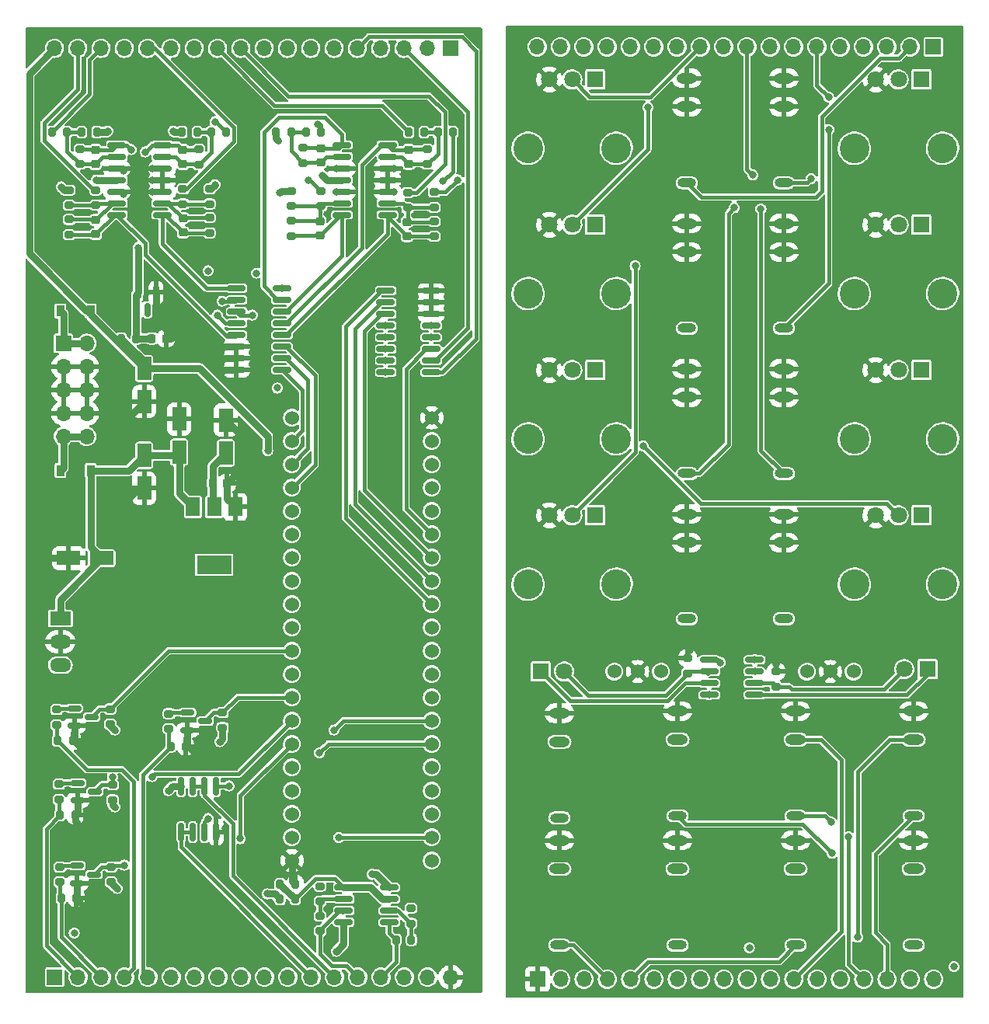
<source format=gtl>
%TF.GenerationSoftware,KiCad,Pcbnew,(6.0.0-0)*%
%TF.CreationDate,2022-10-28T21:19:59-04:00*%
%TF.ProjectId,daisy_hardware_v1,64616973-795f-4686-9172-64776172655f,rev?*%
%TF.SameCoordinates,Original*%
%TF.FileFunction,Copper,L1,Top*%
%TF.FilePolarity,Positive*%
%FSLAX46Y46*%
G04 Gerber Fmt 4.6, Leading zero omitted, Abs format (unit mm)*
G04 Created by KiCad (PCBNEW (6.0.0-0)) date 2022-10-28 21:19:59*
%MOMM*%
%LPD*%
G01*
G04 APERTURE LIST*
G04 Aperture macros list*
%AMRoundRect*
0 Rectangle with rounded corners*
0 $1 Rounding radius*
0 $2 $3 $4 $5 $6 $7 $8 $9 X,Y pos of 4 corners*
0 Add a 4 corners polygon primitive as box body*
4,1,4,$2,$3,$4,$5,$6,$7,$8,$9,$2,$3,0*
0 Add four circle primitives for the rounded corners*
1,1,$1+$1,$2,$3*
1,1,$1+$1,$4,$5*
1,1,$1+$1,$6,$7*
1,1,$1+$1,$8,$9*
0 Add four rect primitives between the rounded corners*
20,1,$1+$1,$2,$3,$4,$5,0*
20,1,$1+$1,$4,$5,$6,$7,0*
20,1,$1+$1,$6,$7,$8,$9,0*
20,1,$1+$1,$8,$9,$2,$3,0*%
G04 Aperture macros list end*
%TA.AperFunction,ComponentPad*%
%ADD10R,1.700000X1.700000*%
%TD*%
%TA.AperFunction,ComponentPad*%
%ADD11O,1.700000X1.700000*%
%TD*%
%TA.AperFunction,SMDPad,CuDef*%
%ADD12R,0.900000X1.200000*%
%TD*%
%TA.AperFunction,ComponentPad*%
%ADD13O,2.216000X1.108000*%
%TD*%
%TA.AperFunction,ComponentPad*%
%ADD14O,2.016000X1.008000*%
%TD*%
%TA.AperFunction,SMDPad,CuDef*%
%ADD15RoundRect,0.250000X0.550000X-1.050000X0.550000X1.050000X-0.550000X1.050000X-0.550000X-1.050000X0*%
%TD*%
%TA.AperFunction,SMDPad,CuDef*%
%ADD16RoundRect,0.200000X0.275000X-0.200000X0.275000X0.200000X-0.275000X0.200000X-0.275000X-0.200000X0*%
%TD*%
%TA.AperFunction,SMDPad,CuDef*%
%ADD17RoundRect,0.200000X-0.200000X-0.275000X0.200000X-0.275000X0.200000X0.275000X-0.200000X0.275000X0*%
%TD*%
%TA.AperFunction,SMDPad,CuDef*%
%ADD18RoundRect,0.225000X0.250000X-0.225000X0.250000X0.225000X-0.250000X0.225000X-0.250000X-0.225000X0*%
%TD*%
%TA.AperFunction,SMDPad,CuDef*%
%ADD19RoundRect,0.200000X-0.275000X0.200000X-0.275000X-0.200000X0.275000X-0.200000X0.275000X0.200000X0*%
%TD*%
%TA.AperFunction,SMDPad,CuDef*%
%ADD20RoundRect,0.225000X-0.250000X0.225000X-0.250000X-0.225000X0.250000X-0.225000X0.250000X0.225000X0*%
%TD*%
%TA.AperFunction,ComponentPad*%
%ADD21C,3.240000*%
%TD*%
%TA.AperFunction,ComponentPad*%
%ADD22R,1.800000X1.800000*%
%TD*%
%TA.AperFunction,ComponentPad*%
%ADD23C,1.800000*%
%TD*%
%TA.AperFunction,SMDPad,CuDef*%
%ADD24RoundRect,0.250000X-0.550000X1.050000X-0.550000X-1.050000X0.550000X-1.050000X0.550000X1.050000X0*%
%TD*%
%TA.AperFunction,SMDPad,CuDef*%
%ADD25RoundRect,0.200000X0.200000X0.275000X-0.200000X0.275000X-0.200000X-0.275000X0.200000X-0.275000X0*%
%TD*%
%TA.AperFunction,SMDPad,CuDef*%
%ADD26RoundRect,0.150000X-0.587500X-0.150000X0.587500X-0.150000X0.587500X0.150000X-0.587500X0.150000X0*%
%TD*%
%TA.AperFunction,SMDPad,CuDef*%
%ADD27RoundRect,0.225000X-0.225000X-0.250000X0.225000X-0.250000X0.225000X0.250000X-0.225000X0.250000X0*%
%TD*%
%TA.AperFunction,SMDPad,CuDef*%
%ADD28RoundRect,0.150000X-0.150000X0.587500X-0.150000X-0.587500X0.150000X-0.587500X0.150000X0.587500X0*%
%TD*%
%TA.AperFunction,SMDPad,CuDef*%
%ADD29RoundRect,0.150000X-0.825000X-0.150000X0.825000X-0.150000X0.825000X0.150000X-0.825000X0.150000X0*%
%TD*%
%TA.AperFunction,SMDPad,CuDef*%
%ADD30R,1.500000X2.000000*%
%TD*%
%TA.AperFunction,SMDPad,CuDef*%
%ADD31R,3.800000X2.000000*%
%TD*%
%TA.AperFunction,SMDPad,CuDef*%
%ADD32RoundRect,0.150000X0.825000X0.150000X-0.825000X0.150000X-0.825000X-0.150000X0.825000X-0.150000X0*%
%TD*%
%TA.AperFunction,SMDPad,CuDef*%
%ADD33RoundRect,0.250000X1.050000X0.550000X-1.050000X0.550000X-1.050000X-0.550000X1.050000X-0.550000X0*%
%TD*%
%TA.AperFunction,ComponentPad*%
%ADD34C,1.524000*%
%TD*%
%TA.AperFunction,SMDPad,CuDef*%
%ADD35RoundRect,0.150000X0.150000X-0.825000X0.150000X0.825000X-0.150000X0.825000X-0.150000X-0.825000X0*%
%TD*%
%TA.AperFunction,ComponentPad*%
%ADD36R,2.300000X1.500000*%
%TD*%
%TA.AperFunction,ComponentPad*%
%ADD37O,2.300000X1.500000*%
%TD*%
%TA.AperFunction,ViaPad*%
%ADD38C,0.800000*%
%TD*%
%TA.AperFunction,Conductor*%
%ADD39C,0.762000*%
%TD*%
%TA.AperFunction,Conductor*%
%ADD40C,0.381000*%
%TD*%
G04 APERTURE END LIST*
D10*
%TO.P,J1,1,Pin_1*%
%TO.N,Net-(D3-Pad1)*%
X39925000Y-307125000D03*
D11*
%TO.P,J1,2,Pin_2*%
X42465000Y-307125000D03*
%TO.P,J1,3,Pin_3*%
%TO.N,GND*%
X39925000Y-309665000D03*
%TO.P,J1,4,Pin_4*%
X42465000Y-309665000D03*
%TO.P,J1,5,Pin_5*%
X39925000Y-312205000D03*
%TO.P,J1,6,Pin_6*%
X42465000Y-312205000D03*
%TO.P,J1,7,Pin_7*%
X39925000Y-314745000D03*
%TO.P,J1,8,Pin_8*%
X42465000Y-314745000D03*
%TO.P,J1,9,Pin_9*%
%TO.N,Net-(D4-Pad2)*%
X39925000Y-317285000D03*
%TO.P,J1,10,Pin_10*%
X42465000Y-317285000D03*
%TD*%
D12*
%TO.P,D4,1,K*%
%TO.N,+12V*%
X42900000Y-321000000D03*
%TO.P,D4,2,A*%
%TO.N,Net-(D4-Pad2)*%
X39600000Y-321000000D03*
%TD*%
%TO.P,D3,2,A*%
%TO.N,-12V*%
X42900000Y-303600000D03*
%TO.P,D3,1,K*%
%TO.N,Net-(D3-Pad1)*%
X39600000Y-303600000D03*
%TD*%
D13*
%TO.P,J13,1*%
%TO.N,GND*%
X107870333Y-294079999D03*
%TO.P,J13,2*%
X107870333Y-297179999D03*
D14*
%TO.P,J13,3*%
%TO.N,/CV_MORPH_A_TOP*%
X107870333Y-305479999D03*
%TD*%
D15*
%TO.P,C15,1*%
%TO.N,+5V*%
X57620000Y-319091000D03*
%TO.P,C15,2*%
%TO.N,GND*%
X57620000Y-315491000D03*
%TD*%
D13*
%TO.P,J15,1*%
%TO.N,GND*%
X118443666Y-278244000D03*
%TO.P,J15,2*%
X118443666Y-281344000D03*
D14*
%TO.P,J15,3*%
%TO.N,/CV_RATE_B_TOP*%
X118443666Y-289644000D03*
%TD*%
D16*
%TO.P,R22,1*%
%TO.N,/RESET_B_BOTTOM*%
X39556000Y-365841000D03*
%TO.P,R22,2*%
%TO.N,Net-(Q6-Pad1)*%
X39556000Y-364191000D03*
%TD*%
D17*
%TO.P,R7,1*%
%TO.N,/V_bias*%
X63539200Y-366059000D03*
%TO.P,R7,2*%
%TO.N,GND*%
X65189200Y-366059000D03*
%TD*%
D18*
%TO.P,C11,1*%
%TO.N,/CV IN6/OPAMP_INV*%
X52946800Y-287596000D03*
%TO.P,C11,2*%
%TO.N,/CV_END_A*%
X52946800Y-286046000D03*
%TD*%
D13*
%TO.P,J14,1*%
%TO.N,GND*%
X107870333Y-309915998D03*
%TO.P,J14,2*%
X107870333Y-313015998D03*
D14*
%TO.P,J14,3*%
%TO.N,/CV_START_A_TOP*%
X107870333Y-321315998D03*
%TD*%
D19*
%TO.P,R15,1*%
%TO.N,GND*%
X117602000Y-342900000D03*
%TO.P,R15,2*%
%TO.N,Net-(D2-Pad2)*%
X117602000Y-344550000D03*
%TD*%
D20*
%TO.P,C10,1*%
%TO.N,/CV IN4/OPAMP_INV*%
X77377600Y-293896200D03*
%TO.P,C10,2*%
%TO.N,/CV_START_B*%
X77377600Y-295446200D03*
%TD*%
D21*
%TO.P,RV1,*%
%TO.N,*%
X135737000Y-285874000D03*
X126137000Y-285874000D03*
D22*
%TO.P,RV1,1,1*%
%TO.N,+3V3*%
X133437000Y-278374000D03*
D23*
%TO.P,RV1,2,2*%
%TO.N,/POT_RATE_B_TOP*%
X130937000Y-278374000D03*
%TO.P,RV1,3,3*%
%TO.N,GND*%
X128437000Y-278374000D03*
%TD*%
D19*
%TO.P,R23,1*%
%TO.N,/RESET_B*%
X45144000Y-364191000D03*
%TO.P,R23,2*%
%TO.N,+3V3*%
X45144000Y-365841000D03*
%TD*%
D24*
%TO.P,C2,1*%
%TO.N,+12V*%
X48730000Y-319329800D03*
%TO.P,C2,2*%
%TO.N,GND*%
X48730000Y-322929800D03*
%TD*%
D18*
%TO.P,C12,1*%
%TO.N,/CV IN7/OPAMP_INV*%
X77580800Y-287572200D03*
%TO.P,C12,2*%
%TO.N,/CV_END_B*%
X77580800Y-286022200D03*
%TD*%
D19*
%TO.P,R20,1*%
%TO.N,/SYNC_B*%
X45018000Y-346984000D03*
%TO.P,R20,2*%
%TO.N,+3V3*%
X45018000Y-348634000D03*
%TD*%
%TO.P,R3,1*%
%TO.N,Net-(R1-Pad2)*%
X67878000Y-369525000D03*
%TO.P,R3,2*%
%TO.N,/DAC2_BOTTOM*%
X67878000Y-371175000D03*
%TD*%
D22*
%TO.P,D1,1,KA*%
%TO.N,Net-(D1-Pad1)*%
X91960000Y-342900000D03*
D23*
%TO.P,D1,2,AK*%
%TO.N,Net-(D1-Pad2)*%
X94500000Y-342900000D03*
%TD*%
D16*
%TO.P,R10,1*%
%TO.N,/SYNC_A_BOTTOM*%
X51431000Y-349140000D03*
%TO.P,R10,2*%
%TO.N,Net-(Q2-Pad1)*%
X51431000Y-347490000D03*
%TD*%
D13*
%TO.P,J10,1*%
%TO.N,GND*%
X119718666Y-347215000D03*
%TO.P,J10,2*%
%TO.N,/SYNC_DETECT_B_TOP*%
X119718666Y-350315000D03*
D14*
%TO.P,J10,3*%
%TO.N,/SYNC_B_TOP*%
X119718666Y-358615000D03*
%TD*%
D16*
%TO.P,R47,1*%
%TO.N,/CV IN7/OPAMP_INV*%
X79562000Y-287609000D03*
%TO.P,R47,2*%
%TO.N,/CV_END_B*%
X79562000Y-285959000D03*
%TD*%
D25*
%TO.P,R4,1*%
%TO.N,Net-(R2-Pad2)*%
X77847000Y-372128000D03*
%TO.P,R4,2*%
%TO.N,/DAC1_BOTTOM*%
X76197000Y-372128000D03*
%TD*%
D21*
%TO.P,RV3,*%
%TO.N,*%
X100177000Y-317546000D03*
X90577000Y-317546000D03*
D22*
%TO.P,RV3,1,1*%
%TO.N,+3V3*%
X97877000Y-310046000D03*
D23*
%TO.P,RV3,2,2*%
%TO.N,/POT_START_A_TOP*%
X95377000Y-310046000D03*
%TO.P,RV3,3,3*%
%TO.N,GND*%
X92877000Y-310046000D03*
%TD*%
D19*
%TO.P,R36,1*%
%TO.N,AREF_-10V*%
X64779200Y-290544200D03*
%TO.P,R36,2*%
%TO.N,/CV IN3/OPAMP_INV*%
X64779200Y-292194200D03*
%TD*%
D18*
%TO.P,C5,1*%
%TO.N,/CV IN/OPAMP_INV*%
X43404800Y-287607400D03*
%TO.P,C5,2*%
%TO.N,/CV_RATE_A*%
X43404800Y-286057400D03*
%TD*%
D21*
%TO.P,RV5,*%
%TO.N,*%
X100177000Y-301710000D03*
X90577000Y-301710000D03*
D22*
%TO.P,RV5,1,1*%
%TO.N,+3V3*%
X97877000Y-294210000D03*
D23*
%TO.P,RV5,2,2*%
%TO.N,/POT_MORPH_A_TOP*%
X95377000Y-294210000D03*
%TO.P,RV5,3,3*%
%TO.N,GND*%
X92877000Y-294210000D03*
%TD*%
D13*
%TO.P,J3,1*%
%TO.N,GND*%
X93980000Y-361312000D03*
%TO.P,J3,2*%
%TO.N,unconnected-(J3-Pad2)*%
X93980000Y-364412000D03*
D14*
%TO.P,J3,3*%
%TO.N,/DAC1_TOP*%
X93980000Y-372712000D03*
%TD*%
D16*
%TO.P,R19,1*%
%TO.N,/SYNC_B_BOTTOM*%
X39176000Y-348697000D03*
%TO.P,R19,2*%
%TO.N,Net-(Q5-Pad1)*%
X39176000Y-347047000D03*
%TD*%
D19*
%TO.P,R32,1*%
%TO.N,/CV IN2/OPAMP_INV*%
X55850800Y-293435000D03*
%TO.P,R32,2*%
%TO.N,/CV_START_A*%
X55850800Y-295085000D03*
%TD*%
D17*
%TO.P,R25,1*%
%TO.N,/CV_RATE_A_BOTTOM*%
X38668200Y-284104800D03*
%TO.P,R25,2*%
%TO.N,/CV IN/OPAMP_INV*%
X40318200Y-284104800D03*
%TD*%
D19*
%TO.P,R31,1*%
%TO.N,/CV_START_A_BOTTOM*%
X52955200Y-290294400D03*
%TO.P,R31,2*%
%TO.N,/CV IN2/OPAMP_INV*%
X52955200Y-291944400D03*
%TD*%
%TO.P,R37,1*%
%TO.N,/CV_MORPH_B_BOTTOM*%
X67979600Y-290544200D03*
%TO.P,R37,2*%
%TO.N,/CV IN3/OPAMP_INV*%
X67979600Y-292194200D03*
%TD*%
D18*
%TO.P,C8,1*%
%TO.N,/CV IN5/OPAMP_INV*%
X67979600Y-287419800D03*
%TO.P,C8,2*%
%TO.N,/CV_RATE_B*%
X67979600Y-285869800D03*
%TD*%
D19*
%TO.P,R39,1*%
%TO.N,AREF_-10V*%
X80324000Y-290659000D03*
%TO.P,R39,2*%
%TO.N,/CV IN4/OPAMP_INV*%
X80324000Y-292309000D03*
%TD*%
D26*
%TO.P,Q3,1,B*%
%TO.N,Net-(Q3-Pad1)*%
X41480166Y-355050000D03*
%TO.P,Q3,2,E*%
%TO.N,GND*%
X41480166Y-356950000D03*
%TO.P,Q3,3,C*%
%TO.N,/RESET_A*%
X43355166Y-356000000D03*
%TD*%
D19*
%TO.P,R38,1*%
%TO.N,/CV IN3/OPAMP_INV*%
X64728400Y-293795400D03*
%TO.P,R38,2*%
%TO.N,/CV_MORPH_B*%
X64728400Y-295445400D03*
%TD*%
%TO.P,R41,1*%
%TO.N,/CV IN4/OPAMP_INV*%
X80324000Y-293833000D03*
%TO.P,R41,2*%
%TO.N,/CV_START_B*%
X80324000Y-295483000D03*
%TD*%
D13*
%TO.P,J18,1*%
%TO.N,GND*%
X107870333Y-325751998D03*
%TO.P,J18,2*%
X107870333Y-328851998D03*
D14*
%TO.P,J18,3*%
%TO.N,/CV_END_A_TOP*%
X107870333Y-337151998D03*
%TD*%
D21*
%TO.P,RV2,*%
%TO.N,*%
X135737000Y-301710000D03*
X126137000Y-301710000D03*
D22*
%TO.P,RV2,1,1*%
%TO.N,+3V3*%
X133437000Y-294210000D03*
D23*
%TO.P,RV2,2,2*%
%TO.N,/POT_MORPH_B_TOP*%
X130937000Y-294210000D03*
%TO.P,RV2,3,3*%
%TO.N,GND*%
X128437000Y-294210000D03*
%TD*%
D19*
%TO.P,R28,1*%
%TO.N,/CV_MORPH_A_BOTTOM*%
X43455600Y-290434600D03*
%TO.P,R28,2*%
%TO.N,/CV IN1/OPAMP_INV*%
X43455600Y-292084600D03*
%TD*%
D17*
%TO.P,R42,1*%
%TO.N,AREF_-10V*%
X52862600Y-284104800D03*
%TO.P,R42,2*%
%TO.N,/CV IN6/OPAMP_INV*%
X54512600Y-284104800D03*
%TD*%
%TO.P,R9,1*%
%TO.N,/SYNC_A_BOTTOM*%
X51622000Y-351046000D03*
%TO.P,R9,2*%
%TO.N,GND*%
X53272000Y-351046000D03*
%TD*%
D27*
%TO.P,C14,1*%
%TO.N,+5V*%
X56210000Y-322371000D03*
%TO.P,C14,2*%
%TO.N,GND*%
X57760000Y-322371000D03*
%TD*%
D20*
%TO.P,C7,1*%
%TO.N,/CV IN2/OPAMP_INV*%
X52960000Y-293485000D03*
%TO.P,C7,2*%
%TO.N,/CV_START_A*%
X52960000Y-295035000D03*
%TD*%
D25*
%TO.P,R34,1*%
%TO.N,/CV_RATE_B_BOTTOM*%
X68004000Y-284104800D03*
%TO.P,R34,2*%
%TO.N,/CV IN5/OPAMP_INV*%
X66354000Y-284104800D03*
%TD*%
D17*
%TO.P,R21,1*%
%TO.N,/RESET_B_BOTTOM*%
X39684000Y-367556000D03*
%TO.P,R21,2*%
%TO.N,GND*%
X41334000Y-367556000D03*
%TD*%
D13*
%TO.P,J12,1*%
%TO.N,GND*%
X107870333Y-278244000D03*
%TO.P,J12,2*%
X107870333Y-281344000D03*
D14*
%TO.P,J12,3*%
%TO.N,/CV_RATE_A_TOP*%
X107870333Y-289644000D03*
%TD*%
D15*
%TO.P,C1,1*%
%TO.N,GND*%
X48730000Y-313474200D03*
%TO.P,C1,2*%
%TO.N,-12V*%
X48730000Y-309874200D03*
%TD*%
D28*
%TO.P,U5,1,K*%
%TO.N,GND*%
X50032000Y-301594500D03*
%TO.P,U5,2,A*%
%TO.N,AREF_-10V*%
X48132000Y-301594500D03*
%TO.P,U5,3*%
%TO.N,N/C*%
X49082000Y-303469500D03*
%TD*%
D29*
%TO.P,U6,1*%
%TO.N,/CV_RATE_A*%
X45755800Y-285514000D03*
%TO.P,U6,2,-*%
%TO.N,/CV IN/OPAMP_INV*%
X45755800Y-286784000D03*
%TO.P,U6,3,+*%
%TO.N,GND*%
X45755800Y-288054000D03*
%TO.P,U6,4,V+*%
%TO.N,+3V3*%
X45755800Y-289324000D03*
%TO.P,U6,5,+*%
%TO.N,GND*%
X45755800Y-290594000D03*
%TO.P,U6,6,-*%
%TO.N,/CV IN1/OPAMP_INV*%
X45755800Y-291864000D03*
%TO.P,U6,7*%
%TO.N,/CV_MORPH_A*%
X45755800Y-293134000D03*
%TO.P,U6,8*%
%TO.N,/CV_START_A*%
X50705800Y-293134000D03*
%TO.P,U6,9,-*%
%TO.N,/CV IN2/OPAMP_INV*%
X50705800Y-291864000D03*
%TO.P,U6,10,+*%
%TO.N,GND*%
X50705800Y-290594000D03*
%TO.P,U6,11,V-*%
X50705800Y-289324000D03*
%TO.P,U6,12,+*%
X50705800Y-288054000D03*
%TO.P,U6,13,-*%
%TO.N,/CV IN6/OPAMP_INV*%
X50705800Y-286784000D03*
%TO.P,U6,14*%
%TO.N,/CV_END_A*%
X50705800Y-285514000D03*
%TD*%
D19*
%TO.P,R11,1*%
%TO.N,/SYNC_A*%
X57273000Y-347364000D03*
%TO.P,R11,2*%
%TO.N,+3V3*%
X57273000Y-349014000D03*
%TD*%
D13*
%TO.P,J16,1*%
%TO.N,GND*%
X118443666Y-294080000D03*
%TO.P,J16,2*%
X118443666Y-297180000D03*
D14*
%TO.P,J16,3*%
%TO.N,/CV_MORPH_B_TOP*%
X118443666Y-305480000D03*
%TD*%
D17*
%TO.P,R6,1*%
%TO.N,+5V*%
X63539200Y-367710000D03*
%TO.P,R6,2*%
%TO.N,/V_bias*%
X65189200Y-367710000D03*
%TD*%
D15*
%TO.P,C13,1*%
%TO.N,+12V*%
X52540000Y-318986000D03*
%TO.P,C13,2*%
%TO.N,GND*%
X52540000Y-315386000D03*
%TD*%
D13*
%TO.P,J17,1*%
%TO.N,GND*%
X118443666Y-309916000D03*
%TO.P,J17,2*%
X118443666Y-313016000D03*
D14*
%TO.P,J17,3*%
%TO.N,/CV_START_B_TOP*%
X118443666Y-321316000D03*
%TD*%
D26*
%TO.P,Q6,1,B*%
%TO.N,Net-(Q6-Pad1)*%
X41412500Y-364066000D03*
%TO.P,Q6,2,E*%
%TO.N,GND*%
X41412500Y-365966000D03*
%TO.P,Q6,3,C*%
%TO.N,/RESET_B*%
X43287500Y-365016000D03*
%TD*%
D30*
%TO.P,U10,1,GND*%
%TO.N,GND*%
X58650000Y-324961000D03*
%TO.P,U10,2,VO*%
%TO.N,+5V*%
X56350000Y-324961000D03*
%TO.P,U10,3,VI*%
%TO.N,+12V*%
X54050000Y-324961000D03*
D31*
%TO.P,U10,4*%
%TO.N,N/C*%
X56350000Y-331261000D03*
%TD*%
D13*
%TO.P,J7,1*%
%TO.N,GND*%
X93980000Y-347444500D03*
%TO.P,J7,2*%
%TO.N,/SYNC_DETECT_A_TOP*%
X93980000Y-350544500D03*
D14*
%TO.P,J7,3*%
%TO.N,/SYNC_A_TOP*%
X93980000Y-358844500D03*
%TD*%
D19*
%TO.P,R40,1*%
%TO.N,/CV_START_B_BOTTOM*%
X77428400Y-290710600D03*
%TO.P,R40,2*%
%TO.N,/CV IN4/OPAMP_INV*%
X77428400Y-292360600D03*
%TD*%
D26*
%TO.P,Q2,1,B*%
%TO.N,Net-(Q2-Pad1)*%
X53463000Y-347368000D03*
%TO.P,Q2,2,E*%
%TO.N,GND*%
X53463000Y-349268000D03*
%TO.P,Q2,3,C*%
%TO.N,/SYNC_A*%
X55338000Y-348318000D03*
%TD*%
D19*
%TO.P,R8,1*%
%TO.N,GND*%
X107950000Y-341440000D03*
%TO.P,R8,2*%
%TO.N,Net-(D1-Pad2)*%
X107950000Y-343090000D03*
%TD*%
D13*
%TO.P,J4,1*%
%TO.N,GND*%
X106849333Y-361312000D03*
%TO.P,J4,2*%
%TO.N,unconnected-(J4-Pad2)*%
X106849333Y-364412000D03*
D14*
%TO.P,J4,3*%
%TO.N,/EOC_A_TOP*%
X106849333Y-372712000D03*
%TD*%
D21*
%TO.P,RV4,*%
%TO.N,*%
X90577000Y-333382000D03*
X100177000Y-333382000D03*
D22*
%TO.P,RV4,1,1*%
%TO.N,+3V3*%
X97877000Y-325882000D03*
D23*
%TO.P,RV4,2,2*%
%TO.N,/POT_END_A_TOP*%
X95377000Y-325882000D03*
%TO.P,RV4,3,3*%
%TO.N,GND*%
X92877000Y-325882000D03*
%TD*%
D32*
%TO.P,U3,1,A4*%
%TO.N,/POT_START_A_BOTTOM*%
X80005000Y-310279000D03*
%TO.P,U3,2,A6*%
%TO.N,/POT_END_A_BOTTOM*%
X80005000Y-309009000D03*
%TO.P,U3,3,A*%
%TO.N,/MUX1_ADC*%
X80005000Y-307739000D03*
%TO.P,U3,4,A7*%
%TO.N,/POT_END_B_BOTTOM*%
X80005000Y-306469000D03*
%TO.P,U3,5,A5*%
%TO.N,/POT_START_B_BOTTOM*%
X80005000Y-305199000D03*
%TO.P,U3,6,~{E}*%
%TO.N,GND*%
X80005000Y-303929000D03*
%TO.P,U3,7,VEE*%
X80005000Y-302659000D03*
%TO.P,U3,8,GND*%
X80005000Y-301389000D03*
%TO.P,U3,9,S2*%
%TO.N,/MUX1_S2*%
X75055000Y-301389000D03*
%TO.P,U3,10,S1*%
%TO.N,/MUX1_S1*%
X75055000Y-302659000D03*
%TO.P,U3,11,S0*%
%TO.N,/MUX1_S0*%
X75055000Y-303929000D03*
%TO.P,U3,12,A3*%
%TO.N,/POT_MORPH_B_BOTTOM*%
X75055000Y-305199000D03*
%TO.P,U3,13,A0*%
%TO.N,/POT_RATE_B_BOTTOM*%
X75055000Y-306469000D03*
%TO.P,U3,14,A1*%
%TO.N,/POT_RATE_A_BOTTOM*%
X75055000Y-307739000D03*
%TO.P,U3,15,A2*%
%TO.N,/POT_MORPH_A_BOTTOM*%
X75055000Y-309009000D03*
%TO.P,U3,16,VCC*%
%TO.N,+5V*%
X75055000Y-310279000D03*
%TD*%
D20*
%TO.P,C6,1*%
%TO.N,/CV IN1/OPAMP_INV*%
X43455600Y-293685000D03*
%TO.P,C6,2*%
%TO.N,/CV_MORPH_A*%
X43455600Y-295235000D03*
%TD*%
D16*
%TO.P,R44,1*%
%TO.N,/CV IN6/OPAMP_INV*%
X54670000Y-287646000D03*
%TO.P,R44,2*%
%TO.N,/CV_END_A*%
X54670000Y-285996000D03*
%TD*%
D29*
%TO.P,U4,1,A4*%
%TO.N,/CV_START_A*%
X58799000Y-301135000D03*
%TO.P,U4,2,A6*%
%TO.N,/CV_END_A*%
X58799000Y-302405000D03*
%TO.P,U4,3,A*%
%TO.N,/MUX2_ADC*%
X58799000Y-303675000D03*
%TO.P,U4,4,A7*%
%TO.N,/CV_RATE_A*%
X58799000Y-304945000D03*
%TO.P,U4,5,A5*%
%TO.N,/CV_MORPH_A*%
X58799000Y-306215000D03*
%TO.P,U4,6,~{E}*%
%TO.N,GND*%
X58799000Y-307485000D03*
%TO.P,U4,7,VEE*%
X58799000Y-308755000D03*
%TO.P,U4,8,GND*%
X58799000Y-310025000D03*
%TO.P,U4,9,S2*%
%TO.N,/MUX2_S2*%
X63749000Y-310025000D03*
%TO.P,U4,10,S1*%
%TO.N,/MUX2_S1*%
X63749000Y-308755000D03*
%TO.P,U4,11,S0*%
%TO.N,/MUX2_S0*%
X63749000Y-307485000D03*
%TO.P,U4,12,A3*%
%TO.N,/CV_START_B*%
X63749000Y-306215000D03*
%TO.P,U4,13,A0*%
%TO.N,/CV_END_B*%
X63749000Y-304945000D03*
%TO.P,U4,14,A1*%
%TO.N,/CV_MORPH_B*%
X63749000Y-303675000D03*
%TO.P,U4,15,A2*%
%TO.N,/CV_RATE_B*%
X63749000Y-302405000D03*
%TO.P,U4,16,VCC*%
%TO.N,+5V*%
X63749000Y-301135000D03*
%TD*%
D27*
%TO.P,C4,1*%
%TO.N,AREF_-10V*%
X49564000Y-306596000D03*
%TO.P,C4,2*%
%TO.N,GND*%
X51114000Y-306596000D03*
%TD*%
D16*
%TO.P,R26,1*%
%TO.N,/CV IN/OPAMP_INV*%
X41716000Y-287607400D03*
%TO.P,R26,2*%
%TO.N,/CV_RATE_A*%
X41716000Y-285957400D03*
%TD*%
D33*
%TO.P,C3,1*%
%TO.N,+12V*%
X44107200Y-330549800D03*
%TO.P,C3,2*%
%TO.N,GND*%
X40507200Y-330549800D03*
%TD*%
D16*
%TO.P,R13,1*%
%TO.N,/RESET_A_BOTTOM*%
X39430000Y-356825000D03*
%TO.P,R13,2*%
%TO.N,Net-(Q3-Pad1)*%
X39430000Y-355175000D03*
%TD*%
D26*
%TO.P,Q5,1,B*%
%TO.N,Net-(Q5-Pad1)*%
X41111000Y-346922000D03*
%TO.P,Q5,2,E*%
%TO.N,GND*%
X41111000Y-348822000D03*
%TO.P,Q5,3,C*%
%TO.N,/SYNC_B*%
X42986000Y-347872000D03*
%TD*%
D25*
%TO.P,R43,1*%
%TO.N,/CV_END_A_BOTTOM*%
X57687600Y-284104800D03*
%TO.P,R43,2*%
%TO.N,/CV IN6/OPAMP_INV*%
X56037600Y-284104800D03*
%TD*%
D21*
%TO.P,RV7,*%
%TO.N,*%
X126137000Y-333382000D03*
X135737000Y-333382000D03*
D22*
%TO.P,RV7,1,1*%
%TO.N,+3V3*%
X133437000Y-325882000D03*
D23*
%TO.P,RV7,2,2*%
%TO.N,/POT_END_B_TOP*%
X130937000Y-325882000D03*
%TO.P,RV7,3,3*%
%TO.N,GND*%
X128437000Y-325882000D03*
%TD*%
D32*
%TO.P,U11,1*%
%TO.N,Net-(D2-Pad1)*%
X115251000Y-345440000D03*
%TO.P,U11,2,-*%
%TO.N,Net-(D2-Pad2)*%
X115251000Y-344170000D03*
%TO.P,U11,3,+*%
%TO.N,/DAC2_TOP*%
X115251000Y-342900000D03*
%TO.P,U11,4,V-*%
%TO.N,-12V*%
X115251000Y-341630000D03*
%TO.P,U11,5,+*%
%TO.N,/DAC1_TOP*%
X110301000Y-341630000D03*
%TO.P,U11,6,-*%
%TO.N,Net-(D1-Pad2)*%
X110301000Y-342900000D03*
%TO.P,U11,7*%
%TO.N,Net-(D1-Pad1)*%
X110301000Y-344170000D03*
%TO.P,U11,8,V+*%
%TO.N,+12V*%
X110301000Y-345440000D03*
%TD*%
D17*
%TO.P,R46,1*%
%TO.N,/CV_END_B_BOTTOM*%
X77580800Y-284104800D03*
%TO.P,R46,2*%
%TO.N,/CV IN7/OPAMP_INV*%
X79230800Y-284104800D03*
%TD*%
D13*
%TO.P,J2,1*%
%TO.N,GND*%
X119718666Y-361312000D03*
%TO.P,J2,2*%
%TO.N,unconnected-(J2-Pad2)*%
X119718666Y-364412000D03*
D14*
%TO.P,J2,3*%
%TO.N,/DAC2_TOP*%
X119718666Y-372712000D03*
%TD*%
D19*
%TO.P,R14,1*%
%TO.N,/RESET_A*%
X45272000Y-355238000D03*
%TO.P,R14,2*%
%TO.N,+3V3*%
X45272000Y-356888000D03*
%TD*%
%TO.P,R2,1*%
%TO.N,/DAC1*%
X77784000Y-368700000D03*
%TO.P,R2,2*%
%TO.N,Net-(R2-Pad2)*%
X77784000Y-370350000D03*
%TD*%
D34*
%TO.P,SW1,1,A*%
%TO.N,/SW_A_1_TOP*%
X99960000Y-342900000D03*
%TO.P,SW1,2,B*%
%TO.N,GND*%
X102500000Y-342900000D03*
%TO.P,SW1,3,C*%
%TO.N,/SW_A_2_TOP*%
X105040000Y-342900000D03*
%TD*%
D13*
%TO.P,J19,1*%
%TO.N,GND*%
X118443666Y-325752000D03*
%TO.P,J19,2*%
X118443666Y-328852000D03*
D14*
%TO.P,J19,3*%
%TO.N,/CV_END_B_TOP*%
X118443666Y-337152000D03*
%TD*%
D32*
%TO.P,U2,1*%
%TO.N,/DAC1_BOTTOM*%
X75433000Y-370223000D03*
%TO.P,U2,2,-*%
%TO.N,Net-(R2-Pad2)*%
X75433000Y-368953000D03*
%TO.P,U2,3,+*%
%TO.N,/V_bias*%
X75433000Y-367683000D03*
%TO.P,U2,4,V-*%
%TO.N,-12V*%
X75433000Y-366413000D03*
%TO.P,U2,5,+*%
%TO.N,/V_bias*%
X70483000Y-366413000D03*
%TO.P,U2,6,-*%
%TO.N,Net-(R1-Pad2)*%
X70483000Y-367683000D03*
%TO.P,U2,7*%
%TO.N,/DAC2_BOTTOM*%
X70483000Y-368953000D03*
%TO.P,U2,8,V+*%
%TO.N,+12V*%
X70483000Y-370223000D03*
%TD*%
D13*
%TO.P,J11,1*%
%TO.N,GND*%
X132588000Y-347215000D03*
%TO.P,J11,2*%
%TO.N,/RESET_DETECT_B_TOP*%
X132588000Y-350315000D03*
D14*
%TO.P,J11,3*%
%TO.N,/RESET_B_TOP*%
X132588000Y-358615000D03*
%TD*%
D21*
%TO.P,RV8,*%
%TO.N,*%
X100177000Y-285874000D03*
X90577000Y-285874000D03*
D22*
%TO.P,RV8,1,1*%
%TO.N,+3V3*%
X97877000Y-278374000D03*
D23*
%TO.P,RV8,2,2*%
%TO.N,/POT_RATE_A_TOP*%
X95377000Y-278374000D03*
%TO.P,RV8,3,3*%
%TO.N,GND*%
X92877000Y-278374000D03*
%TD*%
D19*
%TO.P,R29,1*%
%TO.N,/CV IN1/OPAMP_INV*%
X40560000Y-293635000D03*
%TO.P,R29,2*%
%TO.N,/CV_MORPH_A*%
X40560000Y-295285000D03*
%TD*%
D20*
%TO.P,C9,1*%
%TO.N,/CV IN3/OPAMP_INV*%
X67878000Y-293845400D03*
%TO.P,C9,2*%
%TO.N,/CV_MORPH_B*%
X67878000Y-295395400D03*
%TD*%
D19*
%TO.P,R30,1*%
%TO.N,AREF_-10V*%
X55850800Y-290294400D03*
%TO.P,R30,2*%
%TO.N,/CV IN2/OPAMP_INV*%
X55850800Y-291944400D03*
%TD*%
D35*
%TO.P,U8,1*%
%TO.N,/EOC_B_BOTTOM*%
X52765000Y-360379000D03*
%TO.P,U8,2,-*%
X54035000Y-360379000D03*
%TO.P,U8,3,+*%
%TO.N,/EOC_B*%
X55305000Y-360379000D03*
%TO.P,U8,4,V-*%
%TO.N,GND*%
X56575000Y-360379000D03*
%TO.P,U8,5,+*%
%TO.N,/EOC_A*%
X56575000Y-355429000D03*
%TO.P,U8,6,-*%
%TO.N,/EOC_A_BOTTOM*%
X55305000Y-355429000D03*
%TO.P,U8,7*%
X54035000Y-355429000D03*
%TO.P,U8,8,V+*%
%TO.N,+3V3*%
X52765000Y-355429000D03*
%TD*%
D17*
%TO.P,R18,1*%
%TO.N,/SYNC_B_BOTTOM*%
X39304000Y-350412000D03*
%TO.P,R18,2*%
%TO.N,GND*%
X40954000Y-350412000D03*
%TD*%
D13*
%TO.P,J8,1*%
%TO.N,GND*%
X106849333Y-347215000D03*
%TO.P,J8,2*%
%TO.N,/RESET_DETECT_A_TOP*%
X106849333Y-350315000D03*
D14*
%TO.P,J8,3*%
%TO.N,/RESET_A_TOP*%
X106849333Y-358615000D03*
%TD*%
D21*
%TO.P,RV6,*%
%TO.N,*%
X126137000Y-317546000D03*
X135737000Y-317546000D03*
D22*
%TO.P,RV6,1,1*%
%TO.N,+3V3*%
X133437000Y-310046000D03*
D23*
%TO.P,RV6,2,2*%
%TO.N,/POT_START_B_TOP*%
X130937000Y-310046000D03*
%TO.P,RV6,3,3*%
%TO.N,GND*%
X128437000Y-310046000D03*
%TD*%
D17*
%TO.P,R5,1*%
%TO.N,-12V*%
X46225000Y-306596000D03*
%TO.P,R5,2*%
%TO.N,AREF_-10V*%
X47875000Y-306596000D03*
%TD*%
D16*
%TO.P,R35,1*%
%TO.N,/CV IN5/OPAMP_INV*%
X66049200Y-287469800D03*
%TO.P,R35,2*%
%TO.N,/CV_RATE_B*%
X66049200Y-285819800D03*
%TD*%
D19*
%TO.P,R27,1*%
%TO.N,AREF_-10V*%
X40560000Y-290434600D03*
%TO.P,R27,2*%
%TO.N,/CV IN1/OPAMP_INV*%
X40560000Y-292084600D03*
%TD*%
D29*
%TO.P,U7,1*%
%TO.N,/CV_RATE_B*%
X70292000Y-285514000D03*
%TO.P,U7,2,-*%
%TO.N,/CV IN5/OPAMP_INV*%
X70292000Y-286784000D03*
%TO.P,U7,3,+*%
%TO.N,GND*%
X70292000Y-288054000D03*
%TO.P,U7,4,V+*%
%TO.N,+3V3*%
X70292000Y-289324000D03*
%TO.P,U7,5,+*%
%TO.N,GND*%
X70292000Y-290594000D03*
%TO.P,U7,6,-*%
%TO.N,/CV IN3/OPAMP_INV*%
X70292000Y-291864000D03*
%TO.P,U7,7*%
%TO.N,/CV_MORPH_B*%
X70292000Y-293134000D03*
%TO.P,U7,8*%
%TO.N,/CV_START_B*%
X75242000Y-293134000D03*
%TO.P,U7,9,-*%
%TO.N,/CV IN4/OPAMP_INV*%
X75242000Y-291864000D03*
%TO.P,U7,10,+*%
%TO.N,GND*%
X75242000Y-290594000D03*
%TO.P,U7,11,V-*%
X75242000Y-289324000D03*
%TO.P,U7,12,+*%
X75242000Y-288054000D03*
%TO.P,U7,13,-*%
%TO.N,/CV IN7/OPAMP_INV*%
X75242000Y-286784000D03*
%TO.P,U7,14*%
%TO.N,/CV_END_B*%
X75242000Y-285514000D03*
%TD*%
D19*
%TO.P,R1,1*%
%TO.N,/DAC2*%
X67878000Y-366286000D03*
%TO.P,R1,2*%
%TO.N,Net-(R1-Pad2)*%
X67878000Y-367936000D03*
%TD*%
D25*
%TO.P,R45,1*%
%TO.N,AREF_-10V*%
X82380400Y-284104800D03*
%TO.P,R45,2*%
%TO.N,/CV IN7/OPAMP_INV*%
X80730400Y-284104800D03*
%TD*%
D13*
%TO.P,J5,1*%
%TO.N,GND*%
X132588000Y-361312000D03*
%TO.P,J5,2*%
%TO.N,unconnected-(J5-Pad2)*%
X132588000Y-364412000D03*
D14*
%TO.P,J5,3*%
%TO.N,/EOC_B_TOP*%
X132588000Y-372712000D03*
%TD*%
D22*
%TO.P,D2,1,KA*%
%TO.N,Net-(D2-Pad1)*%
X134100000Y-342646000D03*
D23*
%TO.P,D2,2,AK*%
%TO.N,Net-(D2-Pad2)*%
X131560000Y-342646000D03*
%TD*%
D36*
%TO.P,U9,1,IN*%
%TO.N,+12V*%
X39586000Y-337128400D03*
D37*
%TO.P,U9,2,GND*%
%TO.N,GND*%
X39586000Y-339668400D03*
%TO.P,U9,3,OUT*%
%TO.N,+3V3*%
X39586000Y-342208400D03*
%TD*%
D34*
%TO.P,U1,1*%
%TO.N,unconnected-(U1-Pad1)*%
X64830000Y-315232000D03*
%TO.P,U1,2*%
%TO.N,/MUX2_S2*%
X64830000Y-317772000D03*
%TO.P,U1,3*%
%TO.N,/MUX2_S1*%
X64830000Y-320312000D03*
%TO.P,U1,4*%
%TO.N,/MUX2_S0*%
X64830000Y-322852000D03*
%TO.P,U1,5*%
%TO.N,unconnected-(U1-Pad5)*%
X64830000Y-325392000D03*
%TO.P,U1,6*%
%TO.N,unconnected-(U1-Pad6)*%
X64830000Y-327932000D03*
%TO.P,U1,7*%
%TO.N,/RESET_DETECT_B_BOTTOM*%
X64830000Y-330472000D03*
%TO.P,U1,8*%
%TO.N,/SYNC_DETECT_B_BOTTOM*%
X64830000Y-333012000D03*
%TO.P,U1,9*%
%TO.N,/RESET_DETECT_A_BOTTOM*%
X64830000Y-335552000D03*
%TO.P,U1,10*%
%TO.N,/SYNC_DETECT_A_BOTTOM*%
X64830000Y-338092000D03*
%TO.P,U1,11*%
%TO.N,/SYNC_B*%
X64830000Y-340632000D03*
%TO.P,U1,12*%
%TO.N,unconnected-(U1-Pad12)*%
X64830000Y-343172000D03*
%TO.P,U1,13*%
%TO.N,/SYNC_A*%
X64830000Y-345712000D03*
%TO.P,U1,14*%
%TO.N,/RESET_A*%
X64830000Y-348252000D03*
%TO.P,U1,15*%
%TO.N,/RESET_B*%
X64830000Y-350792000D03*
%TO.P,U1,16*%
%TO.N,unconnected-(U1-Pad16)*%
X64830000Y-353332000D03*
%TO.P,U1,17*%
%TO.N,unconnected-(U1-Pad17)*%
X64830000Y-355872000D03*
%TO.P,U1,18*%
%TO.N,unconnected-(U1-Pad18)*%
X64830000Y-358412000D03*
%TO.P,U1,19*%
%TO.N,unconnected-(U1-Pad19)*%
X64830000Y-360952000D03*
%TO.P,U1,20*%
%TO.N,GND*%
X64830000Y-363492000D03*
%TO.P,U1,21*%
%TO.N,unconnected-(U1-Pad21)*%
X80070000Y-363492000D03*
%TO.P,U1,22*%
%TO.N,/SW_B_2_BOTTOM*%
X80070000Y-360952000D03*
%TO.P,U1,23*%
%TO.N,/SW_B_1_BOTTOM*%
X80070000Y-358412000D03*
%TO.P,U1,24*%
%TO.N,/SW_A_2_BOTTOM*%
X80070000Y-355872000D03*
%TO.P,U1,25*%
%TO.N,/SW_A_1_BOTTOM*%
X80070000Y-353332000D03*
%TO.P,U1,26*%
%TO.N,/EOC_B*%
X80070000Y-350792000D03*
%TO.P,U1,27*%
%TO.N,/EOC_A*%
X80070000Y-348252000D03*
%TO.P,U1,28*%
%TO.N,unconnected-(U1-Pad28)*%
X80070000Y-345712000D03*
%TO.P,U1,29*%
%TO.N,/DAC1*%
X80070000Y-343172000D03*
%TO.P,U1,30*%
%TO.N,/DAC2*%
X80070000Y-340632000D03*
%TO.P,U1,31*%
%TO.N,/MUX2_ADC*%
X80070000Y-338092000D03*
%TO.P,U1,32*%
%TO.N,/MUX1_S2*%
X80070000Y-335552000D03*
%TO.P,U1,33*%
%TO.N,/MUX1_S1*%
X80070000Y-333012000D03*
%TO.P,U1,34*%
%TO.N,/MUX1_S0*%
X80070000Y-330472000D03*
%TO.P,U1,35*%
%TO.N,/MUX1_ADC*%
X80070000Y-327932000D03*
%TO.P,U1,36*%
%TO.N,unconnected-(U1-Pad36)*%
X80070000Y-325392000D03*
%TO.P,U1,37*%
%TO.N,unconnected-(U1-Pad37)*%
X80070000Y-322852000D03*
%TO.P,U1,38*%
%TO.N,unconnected-(U1-Pad38)*%
X80070000Y-320312000D03*
%TO.P,U1,39*%
%TO.N,+3V3*%
X80070000Y-317772000D03*
%TO.P,U1,40*%
%TO.N,GND*%
X80070000Y-315232000D03*
%TD*%
D25*
%TO.P,R24,1*%
%TO.N,AREF_-10V*%
X43571800Y-284104800D03*
%TO.P,R24,2*%
%TO.N,/CV IN/OPAMP_INV*%
X41921800Y-284104800D03*
%TD*%
D17*
%TO.P,R12,1*%
%TO.N,/RESET_A_BOTTOM*%
X39558000Y-358540000D03*
%TO.P,R12,2*%
%TO.N,GND*%
X41208000Y-358540000D03*
%TD*%
%TO.P,R33,1*%
%TO.N,AREF_-10V*%
X63090600Y-284104800D03*
%TO.P,R33,2*%
%TO.N,/CV IN5/OPAMP_INV*%
X64740600Y-284104800D03*
%TD*%
D34*
%TO.P,SW2,1,A*%
%TO.N,/SW_B_1_TOP*%
X126040000Y-342900000D03*
%TO.P,SW2,2,B*%
%TO.N,GND*%
X123500000Y-342900000D03*
%TO.P,SW2,3,C*%
%TO.N,/SW_B_2_TOP*%
X120960000Y-342900000D03*
%TD*%
D10*
%TO.P,J21,1,Pin_1*%
%TO.N,+3V3*%
X38976400Y-376193600D03*
D11*
%TO.P,J21,2,Pin_2*%
%TO.N,/RESET_A_BOTTOM*%
X41516400Y-376193600D03*
%TO.P,J21,3,Pin_3*%
%TO.N,/RESET_B_BOTTOM*%
X44056400Y-376193600D03*
%TO.P,J21,4,Pin_4*%
%TO.N,/SYNC_B_BOTTOM*%
X46596400Y-376193600D03*
%TO.P,J21,5,Pin_5*%
%TO.N,/SYNC_A_BOTTOM*%
X49136400Y-376193600D03*
%TO.P,J21,6,Pin_6*%
%TO.N,/RESET_DETECT_B_BOTTOM*%
X51676400Y-376193600D03*
%TO.P,J21,7,Pin_7*%
%TO.N,/SYNC_DETECT_B_BOTTOM*%
X54216400Y-376193600D03*
%TO.P,J21,8,Pin_8*%
%TO.N,/RESET_DETECT_A_BOTTOM*%
X56756400Y-376193600D03*
%TO.P,J21,9,Pin_9*%
%TO.N,/SYNC_DETECT_A_BOTTOM*%
X59296400Y-376193600D03*
%TO.P,J21,10,Pin_10*%
%TO.N,/SW_B_2_BOTTOM*%
X61836400Y-376193600D03*
%TO.P,J21,11,Pin_11*%
%TO.N,/SW_B_1_BOTTOM*%
X64376400Y-376193600D03*
%TO.P,J21,12,Pin_12*%
%TO.N,/EOC_B_BOTTOM*%
X66916400Y-376193600D03*
%TO.P,J21,13,Pin_13*%
%TO.N,/EOC_A_BOTTOM*%
X69456400Y-376193600D03*
%TO.P,J21,14,Pin_14*%
%TO.N,/DAC2_BOTTOM*%
X71996400Y-376193600D03*
%TO.P,J21,15,Pin_15*%
%TO.N,/DAC1_BOTTOM*%
X74536400Y-376193600D03*
%TO.P,J21,16,Pin_16*%
%TO.N,/SW_A_2_BOTTOM*%
X77076400Y-376193600D03*
%TO.P,J21,17,Pin_17*%
%TO.N,/SW_A_1_BOTTOM*%
X79616400Y-376193600D03*
%TO.P,J21,18,Pin_18*%
%TO.N,GND*%
X82156400Y-376193600D03*
%TD*%
D10*
%TO.P,J20,1,Pin_1*%
%TO.N,+12V*%
X82126400Y-274975000D03*
D11*
%TO.P,J20,2,Pin_2*%
%TO.N,/POT_END_B_BOTTOM*%
X79586400Y-274975000D03*
%TO.P,J20,3,Pin_3*%
%TO.N,/POT_END_A_BOTTOM*%
X77046400Y-274975000D03*
%TO.P,J20,4,Pin_4*%
%TO.N,/POT_START_B_BOTTOM*%
X74506400Y-274975000D03*
%TO.P,J20,5,Pin_5*%
%TO.N,/POT_START_A_BOTTOM*%
X71966400Y-274975000D03*
%TO.P,J20,6,Pin_6*%
%TO.N,/POT_MORPH_B_BOTTOM*%
X69426400Y-274975000D03*
%TO.P,J20,7,Pin_7*%
%TO.N,/POT_RATE_B_BOTTOM*%
X66886400Y-274975000D03*
%TO.P,J20,8,Pin_8*%
%TO.N,/POT_RATE_A_BOTTOM*%
X64346400Y-274975000D03*
%TO.P,J20,9,Pin_9*%
%TO.N,/POT_MORPH_A_BOTTOM*%
X61806400Y-274975000D03*
%TO.P,J20,10,Pin_10*%
%TO.N,/CV_START_B_BOTTOM*%
X59266400Y-274975000D03*
%TO.P,J20,11,Pin_11*%
%TO.N,/CV_END_B_BOTTOM*%
X56726400Y-274975000D03*
%TO.P,J20,12,Pin_12*%
%TO.N,/CV_RATE_B_BOTTOM*%
X54186400Y-274975000D03*
%TO.P,J20,13,Pin_13*%
%TO.N,/CV_MORPH_B_BOTTOM*%
X51646400Y-274975000D03*
%TO.P,J20,14,Pin_14*%
%TO.N,/CV_START_A_BOTTOM*%
X49106400Y-274975000D03*
%TO.P,J20,15,Pin_15*%
%TO.N,/CV_END_A_BOTTOM*%
X46566400Y-274975000D03*
%TO.P,J20,16,Pin_16*%
%TO.N,/CV_RATE_A_BOTTOM*%
X44026400Y-274975000D03*
%TO.P,J20,17,Pin_17*%
%TO.N,/CV_MORPH_A_BOTTOM*%
X41486400Y-274975000D03*
%TO.P,J20,18,Pin_18*%
%TO.N,-12V*%
X38946400Y-274975000D03*
%TD*%
D10*
%TO.P,J9,1,Pin_1*%
%TO.N,GND*%
X91592400Y-376428000D03*
D11*
%TO.P,J9,2,Pin_2*%
%TO.N,/SW_A_1_TOP*%
X94132400Y-376428000D03*
%TO.P,J9,3,Pin_3*%
%TO.N,/SW_A_2_TOP*%
X96672400Y-376428000D03*
%TO.P,J9,4,Pin_4*%
%TO.N,/DAC1_TOP*%
X99212400Y-376428000D03*
%TO.P,J9,5,Pin_5*%
%TO.N,/DAC2_TOP*%
X101752400Y-376428000D03*
%TO.P,J9,6,Pin_6*%
%TO.N,/EOC_A_TOP*%
X104292400Y-376428000D03*
%TO.P,J9,7,Pin_7*%
%TO.N,/EOC_B_TOP*%
X106832400Y-376428000D03*
%TO.P,J9,8,Pin_8*%
%TO.N,/SW_B_1_TOP*%
X109372400Y-376428000D03*
%TO.P,J9,9,Pin_9*%
%TO.N,/SW_B_2_TOP*%
X111912400Y-376428000D03*
%TO.P,J9,10,Pin_10*%
%TO.N,/SYNC_DETECT_A_TOP*%
X114452400Y-376428000D03*
%TO.P,J9,11,Pin_11*%
%TO.N,/RESET_DETECT_A_TOP*%
X116992400Y-376428000D03*
%TO.P,J9,12,Pin_12*%
%TO.N,/SYNC_DETECT_B_TOP*%
X119532400Y-376428000D03*
%TO.P,J9,13,Pin_13*%
%TO.N,/RESET_DETECT_B_TOP*%
X122072400Y-376428000D03*
%TO.P,J9,14,Pin_14*%
%TO.N,/SYNC_A_TOP*%
X124612400Y-376428000D03*
%TO.P,J9,15,Pin_15*%
%TO.N,/SYNC_B_TOP*%
X127152400Y-376428000D03*
%TO.P,J9,16,Pin_16*%
%TO.N,/RESET_B_TOP*%
X129692400Y-376428000D03*
%TO.P,J9,17,Pin_17*%
%TO.N,/RESET_A_TOP*%
X132232400Y-376428000D03*
%TO.P,J9,18,Pin_18*%
%TO.N,+3V3*%
X134772400Y-376428000D03*
%TD*%
D10*
%TO.P,J6,1,Pin_1*%
%TO.N,-12V*%
X134742400Y-274828000D03*
D11*
%TO.P,J6,2,Pin_2*%
%TO.N,/CV_RATE_A_TOP*%
X132202400Y-274828000D03*
%TO.P,J6,3,Pin_3*%
%TO.N,/CV_MORPH_A_TOP*%
X129662400Y-274828000D03*
%TO.P,J6,4,Pin_4*%
%TO.N,/CV_START_A_TOP*%
X127122400Y-274828000D03*
%TO.P,J6,5,Pin_5*%
%TO.N,/CV_RATE_B_TOP*%
X124582400Y-274828000D03*
%TO.P,J6,6,Pin_6*%
%TO.N,/CV_MORPH_B_TOP*%
X122042400Y-274828000D03*
%TO.P,J6,7,Pin_7*%
%TO.N,/CV_START_B_TOP*%
X119502400Y-274828000D03*
%TO.P,J6,8,Pin_8*%
%TO.N,/CV_END_A_TOP*%
X116962400Y-274828000D03*
%TO.P,J6,9,Pin_9*%
%TO.N,/CV_END_B_TOP*%
X114422400Y-274828000D03*
%TO.P,J6,10,Pin_10*%
%TO.N,/POT_RATE_B_TOP*%
X111882400Y-274828000D03*
%TO.P,J6,11,Pin_11*%
%TO.N,/POT_RATE_A_TOP*%
X109342400Y-274828000D03*
%TO.P,J6,12,Pin_12*%
%TO.N,/POT_MORPH_A_TOP*%
X106802400Y-274828000D03*
%TO.P,J6,13,Pin_13*%
%TO.N,/POT_MORPH_B_TOP*%
X104262400Y-274828000D03*
%TO.P,J6,14,Pin_14*%
%TO.N,/POT_START_A_TOP*%
X101722400Y-274828000D03*
%TO.P,J6,15,Pin_15*%
%TO.N,/POT_START_B_TOP*%
X99182400Y-274828000D03*
%TO.P,J6,16,Pin_16*%
%TO.N,/POT_END_A_TOP*%
X96642400Y-274828000D03*
%TO.P,J6,17,Pin_17*%
%TO.N,/POT_END_B_TOP*%
X94102400Y-274828000D03*
%TO.P,J6,18,Pin_18*%
%TO.N,+12V*%
X91562400Y-274828000D03*
%TD*%
D38*
%TO.N,-12V*%
X73600000Y-365000000D03*
%TO.N,+12V*%
X48730000Y-319329800D03*
%TO.N,GND*%
X75908000Y-290621000D03*
X134899400Y-360857800D03*
X46514000Y-290848000D03*
X117602000Y-342138000D03*
X38112800Y-330727600D03*
X69685000Y-290621000D03*
X41716000Y-351046000D03*
X41716000Y-368064000D03*
X46825000Y-324276000D03*
X57210000Y-308882000D03*
X41462000Y-359428000D03*
X49618000Y-290594000D03*
X47460000Y-314751000D03*
X75908000Y-288081000D03*
X69685000Y-288081000D03*
X46514000Y-288308000D03*
X51876000Y-306342000D03*
X49618000Y-288054000D03*
X49618000Y-289324000D03*
X54952000Y-352422180D03*
X57210000Y-310152000D03*
X57569200Y-359963000D03*
X108204000Y-340614000D03*
X57210000Y-307612000D03*
%TO.N,/RESET_A*%
X45272000Y-354376000D03*
X49590000Y-354348000D03*
%TO.N,/DAC2_TOP*%
X115300000Y-342900000D03*
%TO.N,/RESET_B*%
X59197480Y-361106000D03*
X46542000Y-364000000D03*
%TO.N,-12V*%
X62192000Y-318840400D03*
X115251000Y-341630000D03*
%TO.N,+12V*%
X110301000Y-345440000D03*
X69656000Y-373398000D03*
X39586000Y-337128400D03*
%TO.N,+3V3*%
X45526000Y-349268000D03*
X51368000Y-355872000D03*
X45526000Y-357650000D03*
X63233400Y-312007800D03*
X43494000Y-289324000D03*
X68132000Y-288816000D03*
X41110000Y-371393000D03*
X45780000Y-366540000D03*
X136982200Y-375056400D03*
X55686000Y-299230000D03*
X60992000Y-299484000D03*
X56956000Y-350538000D03*
%TO.N,/DAC1_TOP*%
X111500000Y-341900000D03*
%TO.N,/MUX2_ADC*%
X60512000Y-304056000D03*
%TO.N,/CV_END_A*%
X48828000Y-286276000D03*
X57210000Y-302532000D03*
%TO.N,/CV_RATE_A*%
X56702000Y-304056000D03*
X47304000Y-286022000D03*
%TO.N,/RESET_A_TOP*%
X123698000Y-362712000D03*
%TO.N,/EOC_B*%
X67827385Y-351757385D03*
X55686000Y-358920000D03*
%TO.N,/EOC_A*%
X57972000Y-355364000D03*
X69402000Y-349268000D03*
%TO.N,/SYNC_B_TOP*%
X123571000Y-359283000D03*
X125504000Y-360934000D03*
%TO.N,/CV_START_A_TOP*%
X113030000Y-292354000D03*
%TO.N,/CV_RATE_B_TOP*%
X121412000Y-289179000D03*
%TO.N,/CV_MORPH_B_TOP*%
X123345000Y-283845000D03*
X123317000Y-280289000D03*
%TO.N,/CV_START_B_TOP*%
X115938115Y-292468115D03*
%TO.N,/DAC2*%
X67878000Y-366286000D03*
%TO.N,/DAC1*%
X77784000Y-368700000D03*
%TO.N,/POT_RATE_B_BOTTOM*%
X75055000Y-306469000D03*
%TO.N,/POT_RATE_A_BOTTOM*%
X75055000Y-307739000D03*
%TO.N,/POT_MORPH_A_BOTTOM*%
X75055000Y-309009000D03*
%TO.N,/POT_MORPH_B_BOTTOM*%
X75055000Y-305199000D03*
%TO.N,/POT_START_B_BOTTOM*%
X80005000Y-305199000D03*
%TO.N,/POT_END_B_BOTTOM*%
X80005000Y-306469000D03*
%TO.N,/CV_END_B_TOP*%
X115062000Y-288798000D03*
%TO.N,/CV_RATE_B_BOTTOM*%
X67624000Y-283256000D03*
%TO.N,/CV_MORPH_B_BOTTOM*%
X66608000Y-289324000D03*
%TO.N,/CV_END_A_BOTTOM*%
X56448000Y-282974000D03*
%TO.N,AREF_-10V*%
X51876000Y-283990000D03*
X63462000Y-290748000D03*
X82892000Y-289324000D03*
X48066000Y-296690000D03*
X44764000Y-283990000D03*
X63335000Y-285033000D03*
X56448000Y-289832000D03*
X39684000Y-290086000D03*
X81312000Y-289478000D03*
%TO.N,+5V*%
X57620000Y-319091000D03*
X62141200Y-367125800D03*
X75055000Y-310279000D03*
X63749000Y-301135000D03*
%TO.N,/RESET_DETECT_A_TOP*%
X114681000Y-372999000D03*
%TO.N,/RESET_DETECT_B_TOP*%
X126492000Y-371856000D03*
%TO.N,/POT_MORPH_A_TOP*%
X103632000Y-281432000D03*
%TO.N,/POT_END_A_TOP*%
X102235000Y-298704000D03*
%TO.N,/POT_END_B_TOP*%
X103124000Y-318338000D03*
%TO.N,/SW_B_2_BOTTOM*%
X69939000Y-360979000D03*
%TD*%
D39*
%TO.N,-12V*%
X75433000Y-366413000D02*
X74020000Y-365000000D01*
X73600000Y-365000000D02*
X74020000Y-365000000D01*
X48730000Y-309874200D02*
X54777732Y-309874200D01*
X54777732Y-309874200D02*
X62192000Y-317288468D01*
X62192000Y-317288468D02*
X62192000Y-318840400D01*
%TO.N,+12V*%
X42900000Y-321000000D02*
X47059800Y-321000000D01*
X47059800Y-321000000D02*
X48730000Y-319329800D01*
X42900000Y-321000000D02*
X42900000Y-329342600D01*
X42900000Y-329342600D02*
X44107200Y-330549800D01*
%TO.N,Net-(D4-Pad2)*%
X39925000Y-317285000D02*
X39925000Y-320675000D01*
X39925000Y-320675000D02*
X39600000Y-321000000D01*
X39925000Y-317285000D02*
X42465000Y-317285000D01*
%TO.N,-12V*%
X42900000Y-303600000D02*
X42900000Y-304044200D01*
X42900000Y-304044200D02*
X48730000Y-309874200D01*
X42900000Y-303600000D02*
X42455800Y-303600000D01*
X42455800Y-303600000D02*
X36195000Y-297339200D01*
%TO.N,Net-(D3-Pad1)*%
X39925000Y-307125000D02*
X39925000Y-303925000D01*
X39925000Y-303925000D02*
X39600000Y-303600000D01*
X39925000Y-307125000D02*
X42465000Y-307125000D01*
D40*
%TO.N,GND*%
X46260000Y-288054000D02*
X46514000Y-288308000D01*
D39*
X57760000Y-322371000D02*
X57760000Y-324071000D01*
X48171200Y-322929800D02*
X46825000Y-324276000D01*
D40*
X50705800Y-290594000D02*
X49618000Y-290594000D01*
X45755800Y-290594000D02*
X46260000Y-290594000D01*
D39*
X57760000Y-322371000D02*
X59851520Y-320279480D01*
X41208000Y-358540000D02*
X41208000Y-359174000D01*
X53463000Y-350855000D02*
X53272000Y-351046000D01*
X58799000Y-308755000D02*
X57337000Y-308755000D01*
D40*
X56575000Y-360379000D02*
X57153200Y-360379000D01*
D39*
X53272000Y-351046000D02*
X53575820Y-351046000D01*
X57337000Y-307485000D02*
X57210000Y-307612000D01*
X64830000Y-363492000D02*
X64830000Y-365699800D01*
X59851520Y-320279480D02*
X59851520Y-317722520D01*
X41208000Y-359174000D02*
X41462000Y-359428000D01*
X41111000Y-348822000D02*
X41111000Y-350255000D01*
X38290600Y-330549800D02*
X38112800Y-330727600D01*
X58799000Y-310025000D02*
X57337000Y-310025000D01*
X57337000Y-308755000D02*
X57210000Y-308882000D01*
D40*
X56702000Y-360379000D02*
X56702000Y-360847703D01*
D39*
X57337000Y-310025000D02*
X57210000Y-310152000D01*
D40*
X107950000Y-341440000D02*
X107950000Y-340868000D01*
X46260000Y-290594000D02*
X46514000Y-290848000D01*
D39*
X50032000Y-304498000D02*
X51876000Y-306342000D01*
X41480166Y-358267834D02*
X41208000Y-358540000D01*
X53463000Y-349268000D02*
X53463000Y-350855000D01*
X59851520Y-317722520D02*
X57620000Y-315491000D01*
X48730000Y-313481000D02*
X47460000Y-314751000D01*
X41412500Y-367477500D02*
X41334000Y-367556000D01*
X48730000Y-313474200D02*
X48730000Y-313481000D01*
D40*
X45755800Y-288054000D02*
X46260000Y-288054000D01*
D39*
X50032000Y-301594500D02*
X50032000Y-304498000D01*
X41334000Y-367556000D02*
X41334000Y-367682000D01*
X64830000Y-365699800D02*
X65189200Y-366059000D01*
X48730000Y-322929800D02*
X48171200Y-322929800D01*
X41412500Y-365966000D02*
X41412500Y-367477500D01*
X41480166Y-356950000D02*
X41480166Y-358267834D01*
X41082000Y-350412000D02*
X41716000Y-351046000D01*
X51114000Y-306596000D02*
X51622000Y-306596000D01*
D40*
X132588000Y-361312000D02*
X134546800Y-361312000D01*
D39*
X57760000Y-324071000D02*
X58650000Y-324961000D01*
X53575820Y-351046000D02*
X54952000Y-352422180D01*
X40954000Y-350412000D02*
X41082000Y-350412000D01*
X58799000Y-307485000D02*
X57337000Y-307485000D01*
D40*
X107950000Y-340868000D02*
X108204000Y-340614000D01*
X50705800Y-288054000D02*
X49618000Y-288054000D01*
D39*
X51622000Y-306596000D02*
X51876000Y-306342000D01*
X41334000Y-367682000D02*
X41716000Y-368064000D01*
D40*
X134546800Y-361312000D02*
X134899400Y-360959400D01*
D39*
X58650000Y-324961000D02*
X58650000Y-324036000D01*
D40*
X117602000Y-342900000D02*
X117602000Y-342138000D01*
X50705800Y-289324000D02*
X49618000Y-289324000D01*
D39*
X41111000Y-350255000D02*
X40954000Y-350412000D01*
D40*
X57153200Y-360379000D02*
X57569200Y-359963000D01*
X134899400Y-360959400D02*
X134899400Y-360857800D01*
D39*
X40507200Y-330549800D02*
X38290600Y-330549800D01*
D40*
%TO.N,Net-(Q2-Pad1)*%
X53463000Y-347368000D02*
X51553000Y-347368000D01*
X51553000Y-347368000D02*
X51431000Y-347490000D01*
%TO.N,/SYNC_A*%
X57273000Y-347364000D02*
X58925000Y-345712000D01*
X57273000Y-347364000D02*
X56292000Y-347364000D01*
X58925000Y-345712000D02*
X64830000Y-345712000D01*
X56292000Y-347364000D02*
X55338000Y-348318000D01*
%TO.N,Net-(Q3-Pad1)*%
X39555000Y-355050000D02*
X39430000Y-355175000D01*
X41480166Y-355050000D02*
X39555000Y-355050000D01*
%TO.N,/RESET_A*%
X59018020Y-354063980D02*
X49874020Y-354063980D01*
X49874020Y-354063980D02*
X49590000Y-354348000D01*
X45272000Y-355238000D02*
X44117166Y-355238000D01*
X45272000Y-354376000D02*
X45272000Y-355238000D01*
X64830000Y-348252000D02*
X59018020Y-354063980D01*
X44117166Y-355238000D02*
X43355166Y-356000000D01*
%TO.N,Net-(Q5-Pad1)*%
X41111000Y-346922000D02*
X39301000Y-346922000D01*
X39301000Y-346922000D02*
X39176000Y-347047000D01*
%TO.N,/DAC2_TOP*%
X115251000Y-342900000D02*
X115300000Y-342900000D01*
X117907666Y-374523000D02*
X119718666Y-372712000D01*
X101752400Y-376428000D02*
X103657400Y-374523000D01*
X103657400Y-374523000D02*
X117907666Y-374523000D01*
%TO.N,Net-(Q6-Pad1)*%
X41412500Y-364066000D02*
X39681000Y-364066000D01*
X39681000Y-364066000D02*
X39556000Y-364191000D01*
%TO.N,/RESET_B*%
X44112500Y-364191000D02*
X43287500Y-365016000D01*
X46542000Y-364000000D02*
X45335000Y-364000000D01*
X59197480Y-356424520D02*
X64830000Y-350792000D01*
X45335000Y-364000000D02*
X45144000Y-364191000D01*
X45144000Y-364191000D02*
X44112500Y-364191000D01*
X59197480Y-361106000D02*
X59197480Y-356424520D01*
D39*
%TO.N,-12V*%
X48730000Y-309101000D02*
X46225000Y-306596000D01*
X48730000Y-309874200D02*
X48730000Y-309101000D01*
X38946400Y-274975000D02*
X36195000Y-277726400D01*
X36195000Y-277726400D02*
X36195000Y-297339200D01*
%TO.N,+12V*%
X48730000Y-319329800D02*
X52196200Y-319329800D01*
X52540000Y-318986000D02*
X52540000Y-323451000D01*
X70483000Y-370223000D02*
X70483000Y-372571000D01*
X44107200Y-330549800D02*
X39586000Y-335071000D01*
X39586000Y-335071000D02*
X39586000Y-337128400D01*
X52540000Y-323451000D02*
X54050000Y-324961000D01*
X52196200Y-319329800D02*
X52540000Y-318986000D01*
X70483000Y-372571000D02*
X69656000Y-373398000D01*
X39537500Y-337079900D02*
X39586000Y-337128400D01*
%TO.N,+3V3*%
X52765000Y-355429000D02*
X51811000Y-355429000D01*
X45272000Y-357396000D02*
X45526000Y-357650000D01*
X68640000Y-289324000D02*
X68132000Y-288816000D01*
X51811000Y-355429000D02*
X51368000Y-355872000D01*
X57273000Y-349014000D02*
X57273000Y-350221000D01*
X57273000Y-350221000D02*
X56956000Y-350538000D01*
X70292000Y-289324000D02*
X68640000Y-289324000D01*
X45018000Y-348634000D02*
X45018000Y-348760000D01*
X45272000Y-356888000D02*
X45272000Y-357396000D01*
X45018000Y-348760000D02*
X45526000Y-349268000D01*
X45144000Y-365904000D02*
X45780000Y-366540000D01*
X45755800Y-289324000D02*
X43494000Y-289324000D01*
X45144000Y-365841000D02*
X45144000Y-365904000D01*
D40*
%TO.N,/DAC1_TOP*%
X110301000Y-341630000D02*
X111230000Y-341630000D01*
X95496400Y-372712000D02*
X93980000Y-372712000D01*
X111230000Y-341630000D02*
X111500000Y-341900000D01*
X99212400Y-376428000D02*
X95496400Y-372712000D01*
%TO.N,Net-(R2-Pad2)*%
X75433000Y-368953000D02*
X76387000Y-368953000D01*
X76387000Y-368953000D02*
X77784000Y-370350000D01*
X77784000Y-370350000D02*
X77784000Y-372065000D01*
X77784000Y-372065000D02*
X77847000Y-372128000D01*
%TO.N,/V_bias*%
X65189200Y-367665386D02*
X67379786Y-365474800D01*
X69544800Y-365474800D02*
X70483000Y-366413000D01*
X67379786Y-365474800D02*
X69544800Y-365474800D01*
D39*
X74694889Y-367683000D02*
X75433000Y-367683000D01*
X63539200Y-366059000D02*
X63539200Y-366060000D01*
X70483000Y-366413000D02*
X73424889Y-366413000D01*
X73424889Y-366413000D02*
X74694889Y-367683000D01*
X63539200Y-366060000D02*
X65189200Y-367710000D01*
D40*
X65189200Y-367710000D02*
X65189200Y-367665386D01*
%TO.N,Net-(R1-Pad2)*%
X70483000Y-367683000D02*
X68131000Y-367683000D01*
X67878000Y-369525000D02*
X67878000Y-367936000D01*
X68131000Y-367683000D02*
X67878000Y-367936000D01*
%TO.N,/SYNC_B*%
X43874000Y-346984000D02*
X42986000Y-347872000D01*
X45018000Y-346984000D02*
X43874000Y-346984000D01*
X64830000Y-340632000D02*
X51370000Y-340632000D01*
X51370000Y-340632000D02*
X45018000Y-346984000D01*
%TO.N,/MUX1_ADC*%
X77276000Y-309898000D02*
X77276000Y-325138000D01*
X80070000Y-327932000D02*
X77276000Y-325138000D01*
X79435000Y-307739000D02*
X77276000Y-309898000D01*
X80005000Y-307739000D02*
X79435000Y-307739000D01*
%TO.N,/CV_RATE_B*%
X61782000Y-300906703D02*
X63280297Y-302405000D01*
X67979600Y-285869800D02*
X69936200Y-285869800D01*
X68386000Y-282466000D02*
X63419986Y-282466000D01*
X63419986Y-282466000D02*
X61782000Y-284103986D01*
X67929600Y-285819800D02*
X67979600Y-285869800D01*
X63749000Y-302405000D02*
X63280297Y-302405000D01*
X70292000Y-285514000D02*
X70292000Y-284372000D01*
X69936200Y-285869800D02*
X70292000Y-285514000D01*
X63749000Y-302405000D02*
X64217703Y-302405000D01*
X66049200Y-285819800D02*
X67929600Y-285819800D01*
X61782000Y-284103986D02*
X61782000Y-300906703D01*
X70292000Y-284372000D02*
X68386000Y-282466000D01*
%TO.N,/MUX1_S2*%
X70672000Y-326154000D02*
X80070000Y-335552000D01*
X75055000Y-301389000D02*
X74586297Y-301389000D01*
X74586297Y-301389000D02*
X70672000Y-305303297D01*
X70672000Y-305303297D02*
X70672000Y-326154000D01*
%TO.N,/CV_START_B*%
X75242000Y-293310600D02*
X77377600Y-295446200D01*
X63749000Y-306215000D02*
X64217703Y-306215000D01*
X64217703Y-306215000D02*
X75242000Y-295190703D01*
X80287200Y-295446200D02*
X80324000Y-295483000D01*
X77377600Y-295446200D02*
X80287200Y-295446200D01*
X75242000Y-295190703D02*
X75242000Y-293134000D01*
X75242000Y-293134000D02*
X75242000Y-293310600D01*
%TO.N,/MUX1_S1*%
X80070000Y-333012000D02*
X71688000Y-324630000D01*
X71688000Y-324630000D02*
X71688000Y-305557297D01*
X71688000Y-305557297D02*
X74586297Y-302659000D01*
X74586297Y-302659000D02*
X75055000Y-302659000D01*
%TO.N,/MUX1_S0*%
X74586297Y-303929000D02*
X72704000Y-305811297D01*
X72704000Y-305811297D02*
X72704000Y-323106000D01*
X72704000Y-323106000D02*
X80070000Y-330472000D01*
X75055000Y-303929000D02*
X74586297Y-303929000D01*
%TO.N,/MUX2_ADC*%
X60512000Y-304056000D02*
X59180000Y-304056000D01*
X59180000Y-304056000D02*
X58799000Y-303675000D01*
%TO.N,/CV_END_B*%
X77580800Y-286022200D02*
X75750200Y-286022200D01*
X72450000Y-296712703D02*
X64217703Y-304945000D01*
X72450000Y-287634703D02*
X72450000Y-296712703D01*
X64217703Y-304945000D02*
X63749000Y-304945000D01*
X75750200Y-286022200D02*
X75242000Y-285514000D01*
X75242000Y-285514000D02*
X74570703Y-285514000D01*
X77644000Y-285959000D02*
X77580800Y-286022200D01*
X79562000Y-285959000D02*
X77644000Y-285959000D01*
X74570703Y-285514000D02*
X72450000Y-287634703D01*
%TO.N,/CV_END_A*%
X49590000Y-285514000D02*
X48828000Y-286276000D01*
X50705800Y-285514000D02*
X49590000Y-285514000D01*
X58672000Y-302532000D02*
X58799000Y-302405000D01*
X52946800Y-286046000D02*
X54620000Y-286046000D01*
X54620000Y-286046000D02*
X54670000Y-285996000D01*
X52414800Y-285514000D02*
X52946800Y-286046000D01*
X50705800Y-285514000D02*
X52414800Y-285514000D01*
X57210000Y-302532000D02*
X58672000Y-302532000D01*
%TO.N,/CV_MORPH_B*%
X70292000Y-297600703D02*
X70292000Y-293134000D01*
X70139400Y-293134000D02*
X67878000Y-295395400D01*
X63749000Y-303675000D02*
X64217703Y-303675000D01*
X64778400Y-295395400D02*
X64728400Y-295445400D01*
X64217703Y-303675000D02*
X70292000Y-297600703D01*
X70292000Y-293134000D02*
X70139400Y-293134000D01*
X67878000Y-295395400D02*
X64778400Y-295395400D01*
%TO.N,/CV_RATE_A*%
X41716000Y-285957400D02*
X43304800Y-285957400D01*
X57591000Y-304945000D02*
X58799000Y-304945000D01*
X45212400Y-286057400D02*
X45755800Y-285514000D01*
X56702000Y-304056000D02*
X57591000Y-304945000D01*
X43304800Y-285957400D02*
X43404800Y-286057400D01*
X43404800Y-286057400D02*
X45212400Y-286057400D01*
X45755800Y-285514000D02*
X46796000Y-285514000D01*
X46796000Y-285514000D02*
X47304000Y-286022000D01*
%TO.N,/MUX2_S2*%
X63749000Y-310025000D02*
X65982011Y-312258011D01*
X65982011Y-316619989D02*
X64830000Y-317772000D01*
X65982011Y-312258011D02*
X65982011Y-316619989D01*
%TO.N,/CV_MORPH_A*%
X43405600Y-295285000D02*
X43455600Y-295235000D01*
X45755800Y-293134000D02*
X45556600Y-293134000D01*
X58672000Y-306342000D02*
X58799000Y-306215000D01*
X48856011Y-297480011D02*
X57718000Y-306342000D01*
X48856011Y-296234211D02*
X48856011Y-297480011D01*
X57718000Y-306342000D02*
X58672000Y-306342000D01*
X45755800Y-293134000D02*
X48856011Y-296234211D01*
X45556600Y-293134000D02*
X43455600Y-295235000D01*
X40560000Y-295285000D02*
X43405600Y-295285000D01*
%TO.N,/CV_START_A*%
X55559000Y-301135000D02*
X58799000Y-301135000D01*
X55850800Y-295085000D02*
X53010000Y-295085000D01*
X55960297Y-295085000D02*
X55850800Y-295085000D01*
X51059000Y-293134000D02*
X52960000Y-295035000D01*
X50705800Y-293134000D02*
X51059000Y-293134000D01*
X50705800Y-296281800D02*
X55559000Y-301135000D01*
X53010000Y-295085000D02*
X52960000Y-295035000D01*
X50705800Y-293134000D02*
X50705800Y-296281800D01*
%TO.N,/CV IN/OPAMP_INV*%
X41921800Y-284104800D02*
X40318200Y-284104800D01*
X43404800Y-287607400D02*
X44228200Y-286784000D01*
X40318200Y-286209600D02*
X41716000Y-287607400D01*
X44228200Y-286784000D02*
X45755800Y-286784000D01*
X41716000Y-287607400D02*
X43404800Y-287607400D01*
X40318200Y-284104800D02*
X40318200Y-286209600D01*
%TO.N,/CV IN1/OPAMP_INV*%
X45276600Y-291864000D02*
X45755800Y-291864000D01*
X43455600Y-292084600D02*
X40560000Y-292084600D01*
X40560000Y-293635000D02*
X43405600Y-293635000D01*
X43455600Y-293685000D02*
X45276600Y-291864000D01*
X45755800Y-291864000D02*
X43676200Y-291864000D01*
X43676200Y-291864000D02*
X43455600Y-292084600D01*
X43405600Y-293635000D02*
X43455600Y-293685000D01*
%TO.N,/CV IN2/OPAMP_INV*%
X52874800Y-291864000D02*
X52955200Y-291944400D01*
X55850800Y-293435000D02*
X53010000Y-293435000D01*
X55850800Y-291944400D02*
X52955200Y-291944400D01*
X52960000Y-293485000D02*
X51339000Y-291864000D01*
X51339000Y-291864000D02*
X50705800Y-291864000D01*
X50705800Y-291864000D02*
X52874800Y-291864000D01*
X53010000Y-293435000D02*
X52960000Y-293485000D01*
%TO.N,/CV IN6/OPAMP_INV*%
X50705800Y-286784000D02*
X52134800Y-286784000D01*
X54620000Y-287596000D02*
X54670000Y-287646000D01*
X56037600Y-286278400D02*
X54670000Y-287646000D01*
X54512600Y-284104800D02*
X56037600Y-284104800D01*
X56037600Y-284104800D02*
X56037600Y-286278400D01*
X52946800Y-287596000D02*
X54620000Y-287596000D01*
X52134800Y-286784000D02*
X52946800Y-287596000D01*
%TO.N,/CV IN5/OPAMP_INV*%
X67979600Y-287419800D02*
X66099200Y-287419800D01*
X66099200Y-287419800D02*
X66049200Y-287469800D01*
X70292000Y-286784000D02*
X68615400Y-286784000D01*
X66049200Y-287469800D02*
X64740600Y-286161200D01*
X64740600Y-286161200D02*
X64740600Y-284104800D01*
X68615400Y-286784000D02*
X67979600Y-287419800D01*
X64740600Y-284104800D02*
X66354000Y-284104800D01*
%TO.N,/CV IN4/OPAMP_INV*%
X80260800Y-293896200D02*
X80324000Y-293833000D01*
X77480000Y-292309000D02*
X77428400Y-292360600D01*
X77428400Y-292360600D02*
X77428400Y-293845400D01*
X76931800Y-291864000D02*
X77428400Y-292360600D01*
X77377600Y-293896200D02*
X80260800Y-293896200D01*
X75242000Y-291864000D02*
X76931800Y-291864000D01*
X80324000Y-292309000D02*
X77480000Y-292309000D01*
X77428400Y-293845400D02*
X77377600Y-293896200D01*
%TO.N,/CV IN7/OPAMP_INV*%
X76792600Y-286784000D02*
X77580800Y-287572200D01*
X80730400Y-284104800D02*
X80730400Y-286440600D01*
X79230800Y-284104800D02*
X80730400Y-284104800D01*
X80730400Y-286440600D02*
X79562000Y-287609000D01*
X77580800Y-287572200D02*
X79525200Y-287572200D01*
X75242000Y-286784000D02*
X76792600Y-286784000D01*
X79525200Y-287572200D02*
X79562000Y-287609000D01*
%TO.N,/RESET_A_TOP*%
X107743353Y-359509020D02*
X120495020Y-359509020D01*
X106849333Y-358615000D02*
X107743353Y-359509020D01*
X120495020Y-359509020D02*
X123698000Y-362712000D01*
%TO.N,/EOC_B*%
X55305000Y-360379000D02*
X55305000Y-359301000D01*
X68792770Y-350792000D02*
X67827385Y-351757385D01*
X80070000Y-350792000D02*
X68792770Y-350792000D01*
X55305000Y-359301000D02*
X55686000Y-358920000D01*
%TO.N,/EOC_A*%
X69402000Y-349268000D02*
X70418000Y-348252000D01*
X70418000Y-348252000D02*
X80070000Y-348252000D01*
X56640000Y-355364000D02*
X56575000Y-355429000D01*
X57972000Y-355364000D02*
X56640000Y-355364000D01*
%TO.N,/SW_A_2_TOP*%
X104960000Y-343090000D02*
X104770000Y-342900000D01*
%TO.N,/SYNC_B_TOP*%
X125504000Y-374779600D02*
X127152400Y-376428000D01*
X125504000Y-360934000D02*
X125504000Y-374779600D01*
X122903000Y-358615000D02*
X123571000Y-359283000D01*
X119718666Y-358615000D02*
X122903000Y-358615000D01*
%TO.N,/RESET_B_TOP*%
X129692400Y-372643400D02*
X128397000Y-371348000D01*
X129692400Y-376428000D02*
X129692400Y-372643400D01*
X128397000Y-362806000D02*
X132588000Y-358615000D01*
X128397000Y-371348000D02*
X128397000Y-362806000D01*
%TO.N,/CV_RATE_A_TOP*%
X128918637Y-276068011D02*
X122555000Y-282431648D01*
X122555000Y-290576000D02*
X121920000Y-291211000D01*
X132202400Y-274828000D02*
X130962389Y-276068011D01*
X109437333Y-291211000D02*
X107870333Y-289644000D01*
X122555000Y-282431648D02*
X122555000Y-290576000D01*
X130962389Y-276068011D02*
X128918637Y-276068011D01*
X121920000Y-291211000D02*
X109437333Y-291211000D01*
%TO.N,/CV_START_A_TOP*%
X112395000Y-292989000D02*
X113030000Y-292354000D01*
X112395000Y-313297001D02*
X112395000Y-292989000D01*
X109214002Y-321315998D02*
X107870333Y-321315998D01*
X112395000Y-318135000D02*
X109214002Y-321315998D01*
X112395000Y-313297001D02*
X112395000Y-318135000D01*
%TO.N,/CV_RATE_B_TOP*%
X120947000Y-289644000D02*
X121412000Y-289179000D01*
X118443666Y-289644000D02*
X120820000Y-289644000D01*
X120820000Y-289644000D02*
X120947000Y-289644000D01*
%TO.N,/CV_MORPH_B_TOP*%
X123345000Y-300578666D02*
X118443666Y-305480000D01*
X123345000Y-283845000D02*
X123345000Y-300578666D01*
X122042400Y-279014400D02*
X123317000Y-280289000D01*
X122042400Y-274828000D02*
X122042400Y-279014400D01*
%TO.N,/CV_START_B_TOP*%
X115938115Y-318810449D02*
X115938115Y-292468115D01*
X118443666Y-321316000D02*
X115938115Y-318810449D01*
%TO.N,/CV IN3/OPAMP_INV*%
X68309800Y-291864000D02*
X67979600Y-292194200D01*
X67878000Y-293845400D02*
X67878000Y-292295800D01*
X67979600Y-292194200D02*
X64779200Y-292194200D01*
X64728400Y-293795400D02*
X67828000Y-293795400D01*
X67878000Y-292295800D02*
X67979600Y-292194200D01*
X67828000Y-293795400D02*
X67878000Y-293845400D01*
X70292000Y-291864000D02*
X68309800Y-291864000D01*
%TO.N,/MUX2_S1*%
X66562531Y-318579469D02*
X64830000Y-320312000D01*
X64217703Y-308755000D02*
X66562531Y-311099828D01*
X66562531Y-311099828D02*
X66562531Y-318579469D01*
X63749000Y-308755000D02*
X64217703Y-308755000D01*
%TO.N,/MUX2_S0*%
X67370000Y-310637297D02*
X67370000Y-320312000D01*
X64217703Y-307485000D02*
X67370000Y-310637297D01*
X63749000Y-307485000D02*
X64217703Y-307485000D01*
X67370000Y-320312000D02*
X64830000Y-322852000D01*
%TO.N,/POT_START_A_BOTTOM*%
X83366411Y-273734989D02*
X73206411Y-273734989D01*
X81213000Y-310279000D02*
X84896000Y-306596000D01*
X73206411Y-273734989D02*
X71966400Y-274975000D01*
X80005000Y-310279000D02*
X81213000Y-310279000D01*
X84896000Y-306596000D02*
X84896000Y-275264578D01*
X84896000Y-275264578D02*
X83366411Y-273734989D01*
%TO.N,/POT_END_A_BOTTOM*%
X84019351Y-281947951D02*
X84019351Y-305463351D01*
X80473703Y-309009000D02*
X84019351Y-305463351D01*
X77046400Y-274975000D02*
X84019351Y-281947951D01*
X80473703Y-309009000D02*
X80005000Y-309009000D01*
%TO.N,/EOC_A_BOTTOM*%
X54035000Y-355429000D02*
X55305000Y-355429000D01*
X58407480Y-359480480D02*
X55305000Y-356378000D01*
X58407480Y-365144680D02*
X58407480Y-359480480D01*
X69456400Y-376193600D02*
X58407480Y-365144680D01*
X55305000Y-356378000D02*
X55305000Y-355429000D01*
%TO.N,/EOC_B_BOTTOM*%
X52765000Y-360379000D02*
X52765000Y-362042200D01*
X52765000Y-362042200D02*
X66916400Y-376193600D01*
X52765000Y-360379000D02*
X54035000Y-360379000D01*
%TO.N,/DAC2_BOTTOM*%
X67878000Y-371175000D02*
X67878000Y-373652000D01*
X71996400Y-376193600D02*
X70756389Y-374953589D01*
X69179589Y-374953589D02*
X67878000Y-373652000D01*
X70356000Y-369080000D02*
X70483000Y-368953000D01*
X70014297Y-368953000D02*
X67878000Y-371089297D01*
X70756389Y-374953589D02*
X69179589Y-374953589D01*
X70483000Y-368953000D02*
X70014297Y-368953000D01*
X67878000Y-371089297D02*
X67878000Y-371175000D01*
X67941000Y-371175000D02*
X67878000Y-371175000D01*
%TO.N,/DAC1_BOTTOM*%
X76197000Y-374533000D02*
X76197000Y-372128000D01*
X75433000Y-370223000D02*
X75433000Y-371364000D01*
X74536400Y-376193600D02*
X76197000Y-374533000D01*
X75433000Y-371364000D02*
X76197000Y-372128000D01*
%TO.N,/SYNC_A_BOTTOM*%
X51431000Y-349140000D02*
X51431000Y-350855000D01*
X48574000Y-354094000D02*
X48574000Y-375631200D01*
X51622000Y-351046000D02*
X48574000Y-354094000D01*
X48574000Y-375631200D02*
X49136400Y-376193600D01*
X51431000Y-350855000D02*
X51622000Y-351046000D01*
%TO.N,/RESET_A_BOTTOM*%
X39430000Y-358412000D02*
X39558000Y-358540000D01*
X38062000Y-360036000D02*
X39558000Y-358540000D01*
X39430000Y-356825000D02*
X39430000Y-358412000D01*
X41516400Y-376193600D02*
X38062000Y-372739200D01*
X38062000Y-372739200D02*
X38062000Y-360036000D01*
%TO.N,/SYNC_B_BOTTOM*%
X39304000Y-350412000D02*
X42478000Y-353586000D01*
X42478000Y-353586000D02*
X46288000Y-353586000D01*
X39176000Y-350284000D02*
X39304000Y-350412000D01*
X46288000Y-353586000D02*
X47558000Y-354856000D01*
X47558000Y-375232000D02*
X46596400Y-376193600D01*
X39304000Y-350412000D02*
X39304000Y-350603000D01*
X39176000Y-348697000D02*
X39176000Y-350284000D01*
X47558000Y-354856000D02*
X47558000Y-375232000D01*
%TO.N,/RESET_B_BOTTOM*%
X39684000Y-371821200D02*
X44056400Y-376193600D01*
X39556000Y-367428000D02*
X39684000Y-367556000D01*
X39556000Y-365841000D02*
X39556000Y-367428000D01*
X39684000Y-367556000D02*
X39684000Y-371821200D01*
%TO.N,/CV_END_B_TOP*%
X115062000Y-288798000D02*
X114422400Y-288158400D01*
X114422400Y-288158400D02*
X114422400Y-274828000D01*
%TO.N,/CV_RATE_A_BOTTOM*%
X42781780Y-279991220D02*
X38668200Y-284104800D01*
X42781780Y-279991220D02*
X42781780Y-276219620D01*
X42781780Y-276219620D02*
X44026400Y-274975000D01*
%TO.N,/CV_MORPH_A_BOTTOM*%
X37808000Y-285008814D02*
X43233786Y-290434600D01*
X43233786Y-290434600D02*
X43455600Y-290434600D01*
X41486400Y-274975000D02*
X41486400Y-279449600D01*
X37808000Y-283128000D02*
X37808000Y-285008814D01*
X41486400Y-279449600D02*
X37808000Y-283128000D01*
%TO.N,/CV_START_A_BOTTOM*%
X58480000Y-283587786D02*
X58480000Y-285145414D01*
X53331014Y-290294400D02*
X52955200Y-290294400D01*
X58480000Y-285145414D02*
X53331014Y-290294400D01*
X49106400Y-274975000D02*
X49867214Y-274975000D01*
X49867214Y-274975000D02*
X58480000Y-283587786D01*
%TO.N,/CV_RATE_B_BOTTOM*%
X67906000Y-283256000D02*
X67624000Y-283256000D01*
X68004000Y-284104800D02*
X68004000Y-283354000D01*
X68004000Y-283354000D02*
X67906000Y-283256000D01*
%TO.N,/CV_MORPH_B_BOTTOM*%
X66608000Y-289324000D02*
X66759400Y-289324000D01*
X66759400Y-289324000D02*
X67979600Y-290544200D01*
%TO.N,/CV_START_B_BOTTOM*%
X77428400Y-290710600D02*
X78389980Y-290710600D01*
X81520420Y-281935406D02*
X79765014Y-280180000D01*
X78389980Y-290710600D02*
X81520420Y-287580160D01*
X79765014Y-280180000D02*
X64471400Y-280180000D01*
X64471400Y-280180000D02*
X59266400Y-274975000D01*
X81520420Y-287580160D02*
X81520420Y-281935406D01*
%TO.N,/CV_END_B_BOTTOM*%
X62947400Y-281196000D02*
X74672000Y-281196000D01*
X56726400Y-274975000D02*
X62947400Y-281196000D01*
X74672000Y-281196000D02*
X77580800Y-284104800D01*
%TO.N,/CV_END_A_BOTTOM*%
X56448000Y-282974000D02*
X56556800Y-282974000D01*
X56556800Y-282974000D02*
X57687600Y-284104800D01*
D39*
%TO.N,AREF_-10V*%
X40032600Y-290434600D02*
X39684000Y-290086000D01*
X40560000Y-290434600D02*
X40032600Y-290434600D01*
X55850800Y-290294400D02*
X55985600Y-290294400D01*
X64779200Y-290544200D02*
X63665800Y-290544200D01*
X49564000Y-306596000D02*
X47875000Y-306596000D01*
X63090600Y-284104800D02*
X63090600Y-284788600D01*
X52862600Y-284104800D02*
X51990800Y-284104800D01*
D40*
X82380400Y-288409600D02*
X81312000Y-289478000D01*
X81557000Y-290659000D02*
X82892000Y-289324000D01*
D39*
X63090600Y-284788600D02*
X63335000Y-285033000D01*
X48066000Y-301528500D02*
X48132000Y-301594500D01*
X55985600Y-290294400D02*
X56448000Y-289832000D01*
X63665800Y-290544200D02*
X63462000Y-290748000D01*
X48066000Y-296690000D02*
X48066000Y-301528500D01*
X47875000Y-301851500D02*
X48132000Y-301594500D01*
X51990800Y-284104800D02*
X51876000Y-283990000D01*
D40*
X80324000Y-290659000D02*
X81557000Y-290659000D01*
D39*
X47875000Y-306596000D02*
X47875000Y-301851500D01*
X43571800Y-284104800D02*
X44649200Y-284104800D01*
X44649200Y-284104800D02*
X44764000Y-283990000D01*
D40*
X82380400Y-284104800D02*
X82380400Y-288409600D01*
D39*
%TO.N,+5V*%
X56210000Y-320501000D02*
X57620000Y-319091000D01*
X62141200Y-367125800D02*
X62955000Y-367125800D01*
X62955000Y-367125800D02*
X63539200Y-367710000D01*
X56210000Y-322371000D02*
X56210000Y-320501000D01*
X56210000Y-322371000D02*
X56210000Y-324821000D01*
X56210000Y-324821000D02*
X56350000Y-324961000D01*
D40*
%TO.N,/SYNC_DETECT_B_TOP*%
X124714000Y-352552000D02*
X124714000Y-371246400D01*
X124714000Y-371246400D02*
X119532400Y-376428000D01*
X122477000Y-350315000D02*
X124714000Y-352552000D01*
X119718666Y-350315000D02*
X122477000Y-350315000D01*
%TO.N,/RESET_DETECT_B_TOP*%
X126492000Y-353822000D02*
X126492000Y-371856000D01*
X129999000Y-350315000D02*
X126492000Y-353822000D01*
X132588000Y-350315000D02*
X129999000Y-350315000D01*
%TO.N,/POT_RATE_A_TOP*%
X103881400Y-280289000D02*
X109342400Y-274828000D01*
X95377000Y-278374000D02*
X97292000Y-280289000D01*
X97292000Y-280289000D02*
X103881400Y-280289000D01*
%TO.N,/POT_MORPH_A_TOP*%
X95377000Y-294210000D02*
X103505000Y-286082000D01*
X103632000Y-285955000D02*
X103632000Y-281432000D01*
X103505000Y-286082000D02*
X103632000Y-285955000D01*
%TO.N,/POT_END_A_TOP*%
X102235000Y-319024000D02*
X95377000Y-325882000D01*
X102235000Y-298704000D02*
X102235000Y-319024000D01*
%TO.N,/POT_END_B_TOP*%
X129646989Y-324591989D02*
X109377989Y-324591989D01*
X109377989Y-324591989D02*
X103124000Y-318338000D01*
X130937000Y-325882000D02*
X129646989Y-324591989D01*
%TO.N,/SW_B_2_BOTTOM*%
X70220000Y-360952000D02*
X70193000Y-360979000D01*
X80070000Y-360952000D02*
X70220000Y-360952000D01*
X70193000Y-360979000D02*
X69939000Y-360979000D01*
%TO.N,Net-(D1-Pad2)*%
X108140000Y-342900000D02*
X107950000Y-343090000D01*
X97100000Y-345500000D02*
X94500000Y-342900000D01*
X107950000Y-343090000D02*
X105540000Y-345500000D01*
X110111000Y-343090000D02*
X110301000Y-342900000D01*
X110301000Y-342900000D02*
X108140000Y-342900000D01*
X105540000Y-345500000D02*
X97100000Y-345500000D01*
X107760000Y-342900000D02*
X107950000Y-343090000D01*
%TO.N,Net-(D2-Pad2)*%
X115251000Y-344170000D02*
X117222000Y-344170000D01*
X117602000Y-344550000D02*
X119000000Y-344550000D01*
X119309480Y-344859480D02*
X119000000Y-344550000D01*
X119309480Y-344859480D02*
X129346520Y-344859480D01*
X117222000Y-344170000D02*
X117602000Y-344550000D01*
X129346520Y-344859480D02*
X131560000Y-342646000D01*
%TO.N,Net-(D1-Pad1)*%
X107690980Y-344170000D02*
X105780459Y-346080520D01*
X110301000Y-344170000D02*
X110280989Y-344190011D01*
X110301000Y-344170000D02*
X107690980Y-344170000D01*
X95140520Y-346080520D02*
X91960000Y-342900000D01*
X105780459Y-346080520D02*
X95140520Y-346080520D01*
%TO.N,Net-(D2-Pad1)*%
X131860000Y-345440000D02*
X134100000Y-343200000D01*
X134100000Y-343200000D02*
X134100000Y-342646000D01*
X115251000Y-345440000D02*
X131860000Y-345440000D01*
%TD*%
%TA.AperFunction,Conductor*%
%TO.N,GND*%
G36*
X85501621Y-272734002D02*
G01*
X85548114Y-272787658D01*
X85559500Y-272840000D01*
X85559500Y-377794800D01*
X85539498Y-377862921D01*
X85485842Y-377909414D01*
X85433500Y-377920800D01*
X35902000Y-377920800D01*
X35833879Y-377900798D01*
X35787386Y-377847142D01*
X35776000Y-377794800D01*
X35776000Y-372801128D01*
X37671000Y-372801128D01*
X37674065Y-372810560D01*
X37674065Y-372810562D01*
X37677562Y-372821324D01*
X37682178Y-372840551D01*
X37683949Y-372851736D01*
X37683950Y-372851739D01*
X37685501Y-372861532D01*
X37690002Y-372870366D01*
X37690004Y-372870371D01*
X37695143Y-372880456D01*
X37702711Y-372898726D01*
X37709273Y-372918923D01*
X37715100Y-372926944D01*
X37715102Y-372926947D01*
X37721757Y-372936106D01*
X37732087Y-372952963D01*
X37741731Y-372971889D01*
X37829312Y-373059470D01*
X37829315Y-373059472D01*
X39697848Y-374928005D01*
X39731874Y-374990317D01*
X39726809Y-375061132D01*
X39684262Y-375117968D01*
X39617742Y-375142779D01*
X39608753Y-375143100D01*
X38106652Y-375143100D01*
X38100584Y-375144307D01*
X38060339Y-375152312D01*
X38060338Y-375152312D01*
X38048169Y-375154733D01*
X37981848Y-375199048D01*
X37937533Y-375265369D01*
X37925900Y-375323852D01*
X37925900Y-377063348D01*
X37927107Y-377069416D01*
X37930731Y-377087633D01*
X37937533Y-377121831D01*
X37981848Y-377188152D01*
X38048169Y-377232467D01*
X38060338Y-377234888D01*
X38060339Y-377234888D01*
X38100584Y-377242893D01*
X38106652Y-377244100D01*
X39846148Y-377244100D01*
X39852216Y-377242893D01*
X39892461Y-377234888D01*
X39892462Y-377234888D01*
X39904631Y-377232467D01*
X39970952Y-377188152D01*
X40015267Y-377121831D01*
X40022070Y-377087633D01*
X40025693Y-377069416D01*
X40026900Y-377063348D01*
X40026900Y-375561247D01*
X40046902Y-375493126D01*
X40100558Y-375446633D01*
X40170832Y-375436529D01*
X40235412Y-375466023D01*
X40241995Y-375472152D01*
X40492349Y-375722506D01*
X40526375Y-375784818D01*
X40523356Y-375849699D01*
X40500248Y-375922546D01*
X40483884Y-375974132D01*
X40483198Y-375980249D01*
X40483197Y-375980253D01*
X40461607Y-376172737D01*
X40460920Y-376178862D01*
X40478159Y-376384153D01*
X40479858Y-376390078D01*
X40525795Y-376550278D01*
X40534944Y-376582186D01*
X40537759Y-376587663D01*
X40537760Y-376587666D01*
X40626297Y-376759941D01*
X40629112Y-376765418D01*
X40757077Y-376926870D01*
X40761770Y-376930864D01*
X40761771Y-376930865D01*
X40835941Y-376993988D01*
X40913964Y-377060391D01*
X40919342Y-377063397D01*
X40919344Y-377063398D01*
X40949787Y-377080412D01*
X41093798Y-377160897D01*
X41177680Y-377188152D01*
X41283871Y-377222656D01*
X41283875Y-377222657D01*
X41289729Y-377224559D01*
X41494294Y-377248951D01*
X41500429Y-377248479D01*
X41500431Y-377248479D01*
X41573025Y-377242893D01*
X41699700Y-377233146D01*
X41705630Y-377231490D01*
X41705632Y-377231490D01*
X41892197Y-377179400D01*
X41892196Y-377179400D01*
X41898125Y-377177745D01*
X41903614Y-377174972D01*
X41903620Y-377174970D01*
X42076516Y-377087633D01*
X42082010Y-377084858D01*
X42097745Y-377072565D01*
X42239501Y-376961813D01*
X42244351Y-376958024D01*
X42302392Y-376890783D01*
X42374940Y-376806734D01*
X42374940Y-376806733D01*
X42378964Y-376802072D01*
X42399787Y-376765418D01*
X42417456Y-376734314D01*
X42480723Y-376622944D01*
X42545751Y-376427463D01*
X42571571Y-376223074D01*
X42571983Y-376193600D01*
X42551880Y-375988570D01*
X42492335Y-375791349D01*
X42395618Y-375609449D01*
X42283275Y-375471703D01*
X42269306Y-375454575D01*
X42269303Y-375454572D01*
X42265411Y-375449800D01*
X42240155Y-375428906D01*
X42111425Y-375322411D01*
X42111421Y-375322409D01*
X42106675Y-375318482D01*
X41925455Y-375220497D01*
X41728654Y-375159577D01*
X41722529Y-375158933D01*
X41722528Y-375158933D01*
X41529898Y-375138687D01*
X41529896Y-375138687D01*
X41523769Y-375138043D01*
X41436929Y-375145946D01*
X41324742Y-375156155D01*
X41324739Y-375156156D01*
X41318603Y-375156714D01*
X41312695Y-375158453D01*
X41312694Y-375158453D01*
X41169303Y-375200655D01*
X41098306Y-375200700D01*
X41044633Y-375168876D01*
X38489905Y-372614148D01*
X38455879Y-372551836D01*
X38453000Y-372525053D01*
X38453000Y-365609481D01*
X38880500Y-365609481D01*
X38880501Y-366072518D01*
X38881276Y-366077411D01*
X38881276Y-366077412D01*
X38893199Y-366152694D01*
X38895354Y-366166304D01*
X38952950Y-366279342D01*
X39042658Y-366369050D01*
X39051490Y-366373550D01*
X39051493Y-366373552D01*
X39096204Y-366396334D01*
X39147819Y-366445082D01*
X39165000Y-366508600D01*
X39165000Y-366994646D01*
X39151267Y-367051849D01*
X39098354Y-367155696D01*
X39096804Y-367165485D01*
X39096803Y-367165487D01*
X39093584Y-367185814D01*
X39083500Y-367249481D01*
X39083501Y-367862518D01*
X39084276Y-367867411D01*
X39084276Y-367867412D01*
X39094904Y-367934518D01*
X39098354Y-367956304D01*
X39155950Y-368069342D01*
X39245658Y-368159050D01*
X39245352Y-368159356D01*
X39284415Y-368210015D01*
X39293000Y-368255728D01*
X39293000Y-371883128D01*
X39296065Y-371892560D01*
X39296065Y-371892562D01*
X39299562Y-371903324D01*
X39304178Y-371922551D01*
X39305949Y-371933736D01*
X39305950Y-371933739D01*
X39307501Y-371943532D01*
X39312002Y-371952366D01*
X39312004Y-371952371D01*
X39317143Y-371962456D01*
X39324711Y-371980726D01*
X39331273Y-372000923D01*
X39337100Y-372008944D01*
X39337102Y-372008947D01*
X39343757Y-372018106D01*
X39354087Y-372034963D01*
X39363731Y-372053889D01*
X39451312Y-372141470D01*
X39451315Y-372141472D01*
X43032349Y-375722506D01*
X43066375Y-375784818D01*
X43063356Y-375849699D01*
X43040248Y-375922546D01*
X43023884Y-375974132D01*
X43023198Y-375980249D01*
X43023197Y-375980253D01*
X43001607Y-376172737D01*
X43000920Y-376178862D01*
X43018159Y-376384153D01*
X43019858Y-376390078D01*
X43065795Y-376550278D01*
X43074944Y-376582186D01*
X43077759Y-376587663D01*
X43077760Y-376587666D01*
X43166297Y-376759941D01*
X43169112Y-376765418D01*
X43297077Y-376926870D01*
X43301770Y-376930864D01*
X43301771Y-376930865D01*
X43375941Y-376993988D01*
X43453964Y-377060391D01*
X43459342Y-377063397D01*
X43459344Y-377063398D01*
X43489787Y-377080412D01*
X43633798Y-377160897D01*
X43717680Y-377188152D01*
X43823871Y-377222656D01*
X43823875Y-377222657D01*
X43829729Y-377224559D01*
X44034294Y-377248951D01*
X44040429Y-377248479D01*
X44040431Y-377248479D01*
X44113025Y-377242893D01*
X44239700Y-377233146D01*
X44245630Y-377231490D01*
X44245632Y-377231490D01*
X44432197Y-377179400D01*
X44432196Y-377179400D01*
X44438125Y-377177745D01*
X44443614Y-377174972D01*
X44443620Y-377174970D01*
X44616516Y-377087633D01*
X44622010Y-377084858D01*
X44637745Y-377072565D01*
X44779501Y-376961813D01*
X44784351Y-376958024D01*
X44842392Y-376890783D01*
X44914940Y-376806734D01*
X44914940Y-376806733D01*
X44918964Y-376802072D01*
X44939787Y-376765418D01*
X44957456Y-376734314D01*
X45020723Y-376622944D01*
X45085751Y-376427463D01*
X45111571Y-376223074D01*
X45111983Y-376193600D01*
X45091880Y-375988570D01*
X45032335Y-375791349D01*
X44935618Y-375609449D01*
X44823275Y-375471703D01*
X44809306Y-375454575D01*
X44809303Y-375454572D01*
X44805411Y-375449800D01*
X44780155Y-375428906D01*
X44651425Y-375322411D01*
X44651421Y-375322409D01*
X44646675Y-375318482D01*
X44465455Y-375220497D01*
X44268654Y-375159577D01*
X44262529Y-375158933D01*
X44262528Y-375158933D01*
X44069898Y-375138687D01*
X44069896Y-375138687D01*
X44063769Y-375138043D01*
X43976929Y-375145946D01*
X43864742Y-375156155D01*
X43864739Y-375156156D01*
X43858603Y-375156714D01*
X43813230Y-375170068D01*
X43709304Y-375200655D01*
X43638307Y-375200700D01*
X43584634Y-375168876D01*
X40111905Y-371696148D01*
X40077879Y-371633836D01*
X40075000Y-371607053D01*
X40075000Y-371393000D01*
X40504318Y-371393000D01*
X40524956Y-371549762D01*
X40585464Y-371695841D01*
X40681718Y-371821282D01*
X40807159Y-371917536D01*
X40953238Y-371978044D01*
X41110000Y-371998682D01*
X41118188Y-371997604D01*
X41258574Y-371979122D01*
X41266762Y-371978044D01*
X41412841Y-371917536D01*
X41538282Y-371821282D01*
X41634536Y-371695841D01*
X41695044Y-371549762D01*
X41715682Y-371393000D01*
X41695044Y-371236238D01*
X41634536Y-371090159D01*
X41538282Y-370964718D01*
X41412841Y-370868464D01*
X41266762Y-370807956D01*
X41110000Y-370787318D01*
X40953238Y-370807956D01*
X40807159Y-370868464D01*
X40681718Y-370964718D01*
X40585464Y-371090159D01*
X40524956Y-371236238D01*
X40504318Y-371393000D01*
X40075000Y-371393000D01*
X40075000Y-368255728D01*
X40095002Y-368187607D01*
X40121631Y-368159412D01*
X40122342Y-368159050D01*
X40212050Y-368069342D01*
X40216551Y-368060509D01*
X40216552Y-368060508D01*
X40229555Y-368034987D01*
X40278303Y-367983371D01*
X40347217Y-367966305D01*
X40414419Y-367989205D01*
X40458572Y-368044803D01*
X40462056Y-368054510D01*
X40481715Y-368117243D01*
X40487921Y-368130988D01*
X40568824Y-368264574D01*
X40578131Y-368276443D01*
X40688557Y-368386869D01*
X40700426Y-368396176D01*
X40834012Y-368477079D01*
X40847757Y-368483285D01*
X40997644Y-368530256D01*
X41010694Y-368532869D01*
X41065586Y-368537913D01*
X41077124Y-368534525D01*
X41078329Y-368533135D01*
X41080000Y-368525452D01*
X41080000Y-368520884D01*
X41588000Y-368520884D01*
X41592475Y-368536123D01*
X41593865Y-368537328D01*
X41598294Y-368538291D01*
X41657315Y-368532868D01*
X41670351Y-368530257D01*
X41820243Y-368483285D01*
X41833988Y-368477079D01*
X41967574Y-368396176D01*
X41979443Y-368386869D01*
X42089869Y-368276443D01*
X42099176Y-368264574D01*
X42180079Y-368130988D01*
X42186285Y-368117243D01*
X42233256Y-367967356D01*
X42235869Y-367954306D01*
X42241734Y-367890479D01*
X42242000Y-367884691D01*
X42242000Y-367828115D01*
X42237525Y-367812876D01*
X42236135Y-367811671D01*
X42228452Y-367810000D01*
X41606115Y-367810000D01*
X41590876Y-367814475D01*
X41589671Y-367815865D01*
X41588000Y-367823548D01*
X41588000Y-368520884D01*
X41080000Y-368520884D01*
X41080000Y-367283885D01*
X41588000Y-367283885D01*
X41592475Y-367299124D01*
X41593865Y-367300329D01*
X41601548Y-367302000D01*
X42223884Y-367302000D01*
X42239123Y-367297525D01*
X42240328Y-367296135D01*
X42241999Y-367288452D01*
X42241999Y-367227295D01*
X42241736Y-367221546D01*
X42235868Y-367157685D01*
X42233257Y-367144649D01*
X42186285Y-366994757D01*
X42180077Y-366981008D01*
X42145598Y-366924076D01*
X42127419Y-366855446D01*
X42149229Y-366787883D01*
X42204105Y-366742837D01*
X42218221Y-366737808D01*
X42255788Y-366726894D01*
X42270221Y-366720648D01*
X42399678Y-366644089D01*
X42412104Y-366634449D01*
X42518449Y-366528104D01*
X42528089Y-366515678D01*
X42604648Y-366386221D01*
X42610893Y-366371790D01*
X42649939Y-366237395D01*
X42649899Y-366223294D01*
X42642630Y-366220000D01*
X41684615Y-366220000D01*
X41669376Y-366224475D01*
X41668171Y-366225865D01*
X41666500Y-366233548D01*
X41666500Y-366701947D01*
X41646498Y-366770068D01*
X41592842Y-366816561D01*
X41592387Y-366816731D01*
X41589671Y-366819865D01*
X41588000Y-366827548D01*
X41588000Y-367283885D01*
X41080000Y-367283885D01*
X41080000Y-366645053D01*
X41100002Y-366576932D01*
X41153658Y-366530439D01*
X41154113Y-366530269D01*
X41156829Y-366527135D01*
X41158500Y-366519452D01*
X41158500Y-365176116D01*
X41154025Y-365160877D01*
X41152635Y-365159672D01*
X41144952Y-365158001D01*
X40761017Y-365158001D01*
X40756080Y-365158195D01*
X40727664Y-365160430D01*
X40715069Y-365162730D01*
X40569210Y-365205107D01*
X40554779Y-365211352D01*
X40425322Y-365287911D01*
X40412901Y-365297547D01*
X40322516Y-365387933D01*
X40260204Y-365421958D01*
X40189388Y-365416894D01*
X40144325Y-365387933D01*
X40069342Y-365312950D01*
X39956304Y-365255354D01*
X39946515Y-365253804D01*
X39946513Y-365253803D01*
X39919151Y-365249470D01*
X39862519Y-365240500D01*
X39556062Y-365240500D01*
X39249482Y-365240501D01*
X39244589Y-365241276D01*
X39244588Y-365241276D01*
X39165494Y-365253802D01*
X39165492Y-365253803D01*
X39155696Y-365255354D01*
X39042658Y-365312950D01*
X38952950Y-365402658D01*
X38895354Y-365515696D01*
X38893804Y-365525485D01*
X38893803Y-365525487D01*
X38890389Y-365547042D01*
X38880500Y-365609481D01*
X38453000Y-365609481D01*
X38453000Y-363959481D01*
X38880500Y-363959481D01*
X38880501Y-364422518D01*
X38881276Y-364427411D01*
X38881276Y-364427412D01*
X38892311Y-364497087D01*
X38895354Y-364516304D01*
X38899855Y-364525137D01*
X38899857Y-364525142D01*
X38906552Y-364538281D01*
X38952950Y-364629342D01*
X39042658Y-364719050D01*
X39155696Y-364776646D01*
X39165485Y-364778196D01*
X39165487Y-364778197D01*
X39192849Y-364782530D01*
X39249481Y-364791500D01*
X39555938Y-364791500D01*
X39862518Y-364791499D01*
X39867412Y-364790724D01*
X39946506Y-364778198D01*
X39946508Y-364778197D01*
X39956304Y-364776646D01*
X40069342Y-364719050D01*
X40159050Y-364629342D01*
X40211809Y-364525797D01*
X40260557Y-364474182D01*
X40324076Y-364457000D01*
X40518146Y-364457000D01*
X40586267Y-364477002D01*
X40607164Y-364493827D01*
X40610906Y-364497562D01*
X40618650Y-364505293D01*
X40723482Y-364556536D01*
X40753973Y-364560984D01*
X40787256Y-364565840D01*
X40787260Y-364565840D01*
X40791782Y-364566500D01*
X42033218Y-364566500D01*
X42037768Y-364565830D01*
X42037771Y-364565830D01*
X42092426Y-364557784D01*
X42092427Y-364557784D01*
X42102112Y-364556358D01*
X42164358Y-364525797D01*
X42197507Y-364509522D01*
X42197509Y-364509521D01*
X42206855Y-364504932D01*
X42276974Y-364434691D01*
X42281935Y-364429721D01*
X42281935Y-364429720D01*
X42289293Y-364422350D01*
X42340536Y-364317518D01*
X42350500Y-364249218D01*
X42350500Y-363882782D01*
X42349759Y-363877745D01*
X42341784Y-363823574D01*
X42341784Y-363823573D01*
X42340358Y-363813888D01*
X42315860Y-363763992D01*
X42293522Y-363718493D01*
X42293521Y-363718491D01*
X42288932Y-363709145D01*
X42206350Y-363626707D01*
X42171875Y-363609855D01*
X42159491Y-363603802D01*
X42101518Y-363575464D01*
X42071027Y-363571016D01*
X42037744Y-363566160D01*
X42037740Y-363566160D01*
X42033218Y-363565500D01*
X40791782Y-363565500D01*
X40787232Y-363566170D01*
X40787229Y-363566170D01*
X40732574Y-363574216D01*
X40732573Y-363574216D01*
X40722888Y-363575642D01*
X40692626Y-363590500D01*
X40627493Y-363622478D01*
X40627491Y-363622479D01*
X40618145Y-363627068D01*
X40610787Y-363634439D01*
X40607214Y-363638018D01*
X40544931Y-363672097D01*
X40518041Y-363675000D01*
X40123242Y-363675000D01*
X40066039Y-363661267D01*
X39998211Y-363626707D01*
X39956304Y-363605354D01*
X39946515Y-363603804D01*
X39946513Y-363603803D01*
X39919151Y-363599470D01*
X39862519Y-363590500D01*
X39556062Y-363590500D01*
X39249482Y-363590501D01*
X39244589Y-363591276D01*
X39244588Y-363591276D01*
X39165494Y-363603802D01*
X39165492Y-363603803D01*
X39155696Y-363605354D01*
X39042658Y-363662950D01*
X38952950Y-363752658D01*
X38895354Y-363865696D01*
X38893804Y-363875485D01*
X38893803Y-363875487D01*
X38892648Y-363882782D01*
X38880500Y-363959481D01*
X38453000Y-363959481D01*
X38453000Y-360250147D01*
X38473002Y-360182026D01*
X38489901Y-360161056D01*
X39398555Y-359252403D01*
X39460865Y-359218379D01*
X39487648Y-359215500D01*
X39758818Y-359215499D01*
X39789518Y-359215499D01*
X39810248Y-359212216D01*
X39873506Y-359202198D01*
X39873508Y-359202197D01*
X39883304Y-359200646D01*
X39907213Y-359188464D01*
X39926438Y-359178668D01*
X39996342Y-359143050D01*
X40086050Y-359053342D01*
X40090549Y-359044512D01*
X40090552Y-359044508D01*
X40103555Y-359018987D01*
X40152303Y-358967371D01*
X40221217Y-358950305D01*
X40288419Y-358973205D01*
X40332572Y-359028803D01*
X40336056Y-359038510D01*
X40355715Y-359101243D01*
X40361921Y-359114988D01*
X40442824Y-359248574D01*
X40452131Y-359260443D01*
X40562557Y-359370869D01*
X40574426Y-359380176D01*
X40708012Y-359461079D01*
X40721757Y-359467285D01*
X40871644Y-359514256D01*
X40884694Y-359516869D01*
X40939586Y-359521913D01*
X40951124Y-359518525D01*
X40952329Y-359517135D01*
X40954000Y-359509452D01*
X40954000Y-359504884D01*
X41462000Y-359504884D01*
X41466475Y-359520123D01*
X41467865Y-359521328D01*
X41472294Y-359522291D01*
X41531315Y-359516868D01*
X41544351Y-359514257D01*
X41694243Y-359467285D01*
X41707988Y-359461079D01*
X41841574Y-359380176D01*
X41853443Y-359370869D01*
X41963869Y-359260443D01*
X41973176Y-359248574D01*
X42054079Y-359114988D01*
X42060285Y-359101243D01*
X42107256Y-358951356D01*
X42109869Y-358938306D01*
X42115734Y-358874479D01*
X42116000Y-358868691D01*
X42116000Y-358812115D01*
X42111525Y-358796876D01*
X42110135Y-358795671D01*
X42102452Y-358794000D01*
X41480115Y-358794000D01*
X41464876Y-358798475D01*
X41463671Y-358799865D01*
X41462000Y-358807548D01*
X41462000Y-359504884D01*
X40954000Y-359504884D01*
X40954000Y-358412000D01*
X40974002Y-358343879D01*
X41027658Y-358297386D01*
X41080000Y-358286000D01*
X42097884Y-358286000D01*
X42113123Y-358281525D01*
X42114328Y-358280135D01*
X42115999Y-358272452D01*
X42115999Y-358211295D01*
X42115736Y-358205546D01*
X42109868Y-358141685D01*
X42107257Y-358128649D01*
X42060285Y-357978757D01*
X42054076Y-357965006D01*
X42043944Y-357948276D01*
X42025764Y-357879647D01*
X42047574Y-357812083D01*
X42102449Y-357767036D01*
X42141838Y-357757392D01*
X42165002Y-357755570D01*
X42177597Y-357753270D01*
X42323456Y-357710893D01*
X42337887Y-357704648D01*
X42467344Y-357628089D01*
X42479770Y-357618449D01*
X42586115Y-357512104D01*
X42595755Y-357499678D01*
X42672314Y-357370221D01*
X42678559Y-357355790D01*
X42717605Y-357221395D01*
X42717565Y-357207294D01*
X42710296Y-357204000D01*
X41352166Y-357204000D01*
X41284045Y-357183998D01*
X41237552Y-357130342D01*
X41226166Y-357078000D01*
X41226166Y-356160116D01*
X41221691Y-356144877D01*
X41220301Y-356143672D01*
X41212618Y-356142001D01*
X40828683Y-356142001D01*
X40823746Y-356142195D01*
X40795330Y-356144430D01*
X40782735Y-356146730D01*
X40636876Y-356189107D01*
X40622445Y-356195352D01*
X40492988Y-356271911D01*
X40480562Y-356281551D01*
X40374217Y-356387896D01*
X40364577Y-356400323D01*
X40306896Y-356497857D01*
X40255003Y-356546310D01*
X40185152Y-356559015D01*
X40119521Y-356531940D01*
X40086175Y-356490921D01*
X40069463Y-356458122D01*
X40033050Y-356386658D01*
X39943342Y-356296950D01*
X39830304Y-356239354D01*
X39820515Y-356237804D01*
X39820513Y-356237803D01*
X39793151Y-356233470D01*
X39736519Y-356224500D01*
X39430062Y-356224500D01*
X39123482Y-356224501D01*
X39118589Y-356225276D01*
X39118588Y-356225276D01*
X39039494Y-356237802D01*
X39039492Y-356237803D01*
X39029696Y-356239354D01*
X39020859Y-356243857D01*
X39020858Y-356243857D01*
X39005823Y-356251518D01*
X38916658Y-356296950D01*
X38826950Y-356386658D01*
X38769354Y-356499696D01*
X38754500Y-356593481D01*
X38754501Y-357056518D01*
X38755276Y-357061411D01*
X38755276Y-357061412D01*
X38766193Y-357130342D01*
X38769354Y-357150304D01*
X38826950Y-357263342D01*
X38916658Y-357353050D01*
X38925492Y-357357551D01*
X38925493Y-357357552D01*
X38970204Y-357380334D01*
X39021819Y-357429082D01*
X39039000Y-357492600D01*
X39039000Y-357978646D01*
X39025267Y-358035849D01*
X38972354Y-358139696D01*
X38957500Y-358233481D01*
X38957501Y-358408512D01*
X38957501Y-358535352D01*
X38937499Y-358603472D01*
X38920596Y-358624447D01*
X37829313Y-359715730D01*
X37829311Y-359715731D01*
X37741731Y-359803311D01*
X37737228Y-359812147D01*
X37737228Y-359812148D01*
X37732087Y-359822237D01*
X37721757Y-359839094D01*
X37715102Y-359848253D01*
X37715100Y-359848256D01*
X37709273Y-359856277D01*
X37706209Y-359865709D01*
X37702711Y-359876474D01*
X37695143Y-359894744D01*
X37690004Y-359904829D01*
X37690002Y-359904834D01*
X37685501Y-359913668D01*
X37683950Y-359923461D01*
X37683949Y-359923464D01*
X37682178Y-359934649D01*
X37677562Y-359953876D01*
X37671000Y-359974072D01*
X37671000Y-372801128D01*
X35776000Y-372801128D01*
X35776000Y-354943481D01*
X38754500Y-354943481D01*
X38754501Y-355406518D01*
X38755276Y-355411411D01*
X38755276Y-355411412D01*
X38764479Y-355469519D01*
X38769354Y-355500304D01*
X38773857Y-355509141D01*
X38773857Y-355509142D01*
X38774112Y-355509642D01*
X38826950Y-355613342D01*
X38916658Y-355703050D01*
X39029696Y-355760646D01*
X39039485Y-355762196D01*
X39039487Y-355762197D01*
X39058973Y-355765283D01*
X39123481Y-355775500D01*
X39429938Y-355775500D01*
X39736518Y-355775499D01*
X39750075Y-355773352D01*
X39820506Y-355762198D01*
X39820508Y-355762197D01*
X39830304Y-355760646D01*
X39943342Y-355703050D01*
X40033050Y-355613342D01*
X40085809Y-355509797D01*
X40134557Y-355458182D01*
X40198076Y-355441000D01*
X40585812Y-355441000D01*
X40653933Y-355461002D01*
X40674830Y-355477827D01*
X40678572Y-355481562D01*
X40686316Y-355489293D01*
X40791148Y-355540536D01*
X40821639Y-355544984D01*
X40854922Y-355549840D01*
X40854926Y-355549840D01*
X40859448Y-355550500D01*
X42100884Y-355550500D01*
X42105434Y-355549830D01*
X42105437Y-355549830D01*
X42160092Y-355541784D01*
X42160093Y-355541784D01*
X42169778Y-355540358D01*
X42232024Y-355509797D01*
X42265173Y-355493522D01*
X42265175Y-355493521D01*
X42274521Y-355488932D01*
X42324670Y-355438695D01*
X42349601Y-355413721D01*
X42349601Y-355413720D01*
X42356959Y-355406350D01*
X42408202Y-355301518D01*
X42418166Y-355233218D01*
X42418166Y-354866782D01*
X42415328Y-354847500D01*
X42409450Y-354807574D01*
X42409450Y-354807573D01*
X42408024Y-354797888D01*
X42382989Y-354746897D01*
X42361188Y-354702493D01*
X42361187Y-354702491D01*
X42356598Y-354693145D01*
X42305601Y-354642237D01*
X42281387Y-354618065D01*
X42281386Y-354618065D01*
X42274016Y-354610707D01*
X42239541Y-354593855D01*
X42201532Y-354575276D01*
X42169184Y-354559464D01*
X42138693Y-354555016D01*
X42105410Y-354550160D01*
X42105406Y-354550160D01*
X42100884Y-354549500D01*
X40859448Y-354549500D01*
X40854898Y-354550170D01*
X40854895Y-354550170D01*
X40800240Y-354558216D01*
X40800239Y-354558216D01*
X40790554Y-354559642D01*
X40760292Y-354574500D01*
X40695159Y-354606478D01*
X40695157Y-354606479D01*
X40685811Y-354611068D01*
X40678453Y-354618439D01*
X40674880Y-354622018D01*
X40612597Y-354656097D01*
X40585707Y-354659000D01*
X39997242Y-354659000D01*
X39940039Y-354645267D01*
X39931940Y-354641140D01*
X39830304Y-354589354D01*
X39820515Y-354587804D01*
X39820513Y-354587803D01*
X39793151Y-354583470D01*
X39736519Y-354574500D01*
X39430062Y-354574500D01*
X39123482Y-354574501D01*
X39118589Y-354575276D01*
X39118588Y-354575276D01*
X39039494Y-354587802D01*
X39039492Y-354587803D01*
X39029696Y-354589354D01*
X38916658Y-354646950D01*
X38826950Y-354736658D01*
X38769354Y-354849696D01*
X38767804Y-354859485D01*
X38767803Y-354859487D01*
X38765244Y-354875645D01*
X38754500Y-354943481D01*
X35776000Y-354943481D01*
X35776000Y-348465481D01*
X38500500Y-348465481D01*
X38500501Y-348928518D01*
X38501276Y-348933411D01*
X38501276Y-348933412D01*
X38513410Y-349010027D01*
X38515354Y-349022304D01*
X38572950Y-349135342D01*
X38662658Y-349225050D01*
X38671492Y-349229551D01*
X38671493Y-349229552D01*
X38716204Y-349252334D01*
X38767819Y-349301082D01*
X38785000Y-349364600D01*
X38785000Y-349850646D01*
X38771267Y-349907849D01*
X38718354Y-350011696D01*
X38716804Y-350021485D01*
X38716803Y-350021487D01*
X38715630Y-350028893D01*
X38703500Y-350105481D01*
X38703501Y-350718518D01*
X38704276Y-350723411D01*
X38704276Y-350723412D01*
X38715694Y-350795505D01*
X38718354Y-350812304D01*
X38775950Y-350925342D01*
X38865658Y-351015050D01*
X38978696Y-351072646D01*
X38988485Y-351074196D01*
X38988487Y-351074197D01*
X39015849Y-351078530D01*
X39072481Y-351087500D01*
X39103170Y-351087500D01*
X39374353Y-351087499D01*
X39442472Y-351107501D01*
X39463447Y-351124404D01*
X42157730Y-353818687D01*
X42157731Y-353818689D01*
X42245311Y-353906269D01*
X42254147Y-353910772D01*
X42254148Y-353910772D01*
X42264237Y-353915913D01*
X42281094Y-353926243D01*
X42290253Y-353932898D01*
X42290256Y-353932900D01*
X42298277Y-353938727D01*
X42314224Y-353943908D01*
X42318474Y-353945289D01*
X42336744Y-353952857D01*
X42346829Y-353957996D01*
X42346834Y-353957998D01*
X42355668Y-353962499D01*
X42365461Y-353964050D01*
X42365464Y-353964051D01*
X42376649Y-353965822D01*
X42395876Y-353970438D01*
X42406638Y-353973935D01*
X42406640Y-353973935D01*
X42416072Y-353977000D01*
X44598722Y-353977000D01*
X44666843Y-353997002D01*
X44713336Y-354050658D01*
X44723440Y-354120932D01*
X44715131Y-354151217D01*
X44686956Y-354219238D01*
X44666318Y-354376000D01*
X44686956Y-354532762D01*
X44690115Y-354540389D01*
X44690116Y-354540392D01*
X44727636Y-354630973D01*
X44735225Y-354701563D01*
X44700322Y-354768286D01*
X44668950Y-354799658D01*
X44668644Y-354799352D01*
X44617985Y-354838415D01*
X44572272Y-354847000D01*
X44179097Y-354847000D01*
X44179095Y-354846999D01*
X44055238Y-354846999D01*
X44045806Y-354850064D01*
X44045804Y-354850064D01*
X44035032Y-354853564D01*
X44015809Y-354858179D01*
X43994834Y-354861501D01*
X43985997Y-354866004D01*
X43985990Y-354866006D01*
X43975906Y-354871144D01*
X43957647Y-354878708D01*
X43937443Y-354885273D01*
X43929422Y-354891100D01*
X43929419Y-354891102D01*
X43920260Y-354897757D01*
X43903403Y-354908087D01*
X43895724Y-354912000D01*
X43884477Y-354917731D01*
X43796897Y-355005311D01*
X43796896Y-355005313D01*
X43339614Y-355462595D01*
X43277302Y-355496621D01*
X43250519Y-355499500D01*
X42734448Y-355499500D01*
X42729898Y-355500170D01*
X42729895Y-355500170D01*
X42675240Y-355508216D01*
X42675239Y-355508216D01*
X42665554Y-355509642D01*
X42627367Y-355528391D01*
X42570159Y-355556478D01*
X42570157Y-355556479D01*
X42560811Y-355561068D01*
X42478373Y-355643650D01*
X42473800Y-355653006D01*
X42473799Y-355653007D01*
X42467916Y-355665042D01*
X42427130Y-355748482D01*
X42417166Y-355816782D01*
X42417166Y-356048515D01*
X42397164Y-356116636D01*
X42343508Y-356163129D01*
X42273234Y-356173233D01*
X42256013Y-356169512D01*
X42177604Y-356146732D01*
X42164999Y-356144430D01*
X42136582Y-356142193D01*
X42131652Y-356142000D01*
X41752281Y-356142000D01*
X41737042Y-356146475D01*
X41735837Y-356147865D01*
X41734166Y-356155548D01*
X41734166Y-356677885D01*
X41738641Y-356693124D01*
X41740031Y-356694329D01*
X41747714Y-356696000D01*
X42704544Y-356696000D01*
X42718075Y-356692027D01*
X42719210Y-356684128D01*
X42712681Y-356661655D01*
X42712696Y-356656481D01*
X44596500Y-356656481D01*
X44596501Y-357119518D01*
X44597276Y-357124411D01*
X44597276Y-357124412D01*
X44601377Y-357150304D01*
X44611354Y-357213304D01*
X44615857Y-357222141D01*
X44615857Y-357222142D01*
X44668950Y-357326342D01*
X44666967Y-357327352D01*
X44686354Y-357381685D01*
X44686535Y-357388003D01*
X44685482Y-357396000D01*
X44686560Y-357404188D01*
X44700955Y-357513526D01*
X44705467Y-357547802D01*
X44764060Y-357689259D01*
X44780660Y-357710893D01*
X44833862Y-357780228D01*
X44833868Y-357780234D01*
X44857269Y-357810731D01*
X44863815Y-357815754D01*
X44863818Y-357815757D01*
X44881219Y-357829109D01*
X44893611Y-357839977D01*
X44985832Y-357932198D01*
X45001220Y-357952252D01*
X45001464Y-357952841D01*
X45097718Y-358078282D01*
X45223159Y-358174536D01*
X45369238Y-358235044D01*
X45526000Y-358255682D01*
X45534188Y-358254604D01*
X45674574Y-358236122D01*
X45682762Y-358235044D01*
X45828841Y-358174536D01*
X45954282Y-358078282D01*
X46050536Y-357952841D01*
X46111044Y-357806762D01*
X46131682Y-357650000D01*
X46118227Y-357547802D01*
X46112122Y-357501426D01*
X46111044Y-357493238D01*
X46050536Y-357347159D01*
X46045509Y-357340608D01*
X46045507Y-357340604D01*
X45968198Y-357239852D01*
X45942598Y-357173632D01*
X45943712Y-357143440D01*
X45946725Y-357124414D01*
X45946725Y-357124410D01*
X45947500Y-357119519D01*
X45947499Y-356656482D01*
X45939162Y-356603840D01*
X45934198Y-356572494D01*
X45934197Y-356572492D01*
X45932646Y-356562696D01*
X45924915Y-356547522D01*
X45913497Y-356525115D01*
X45875050Y-356449658D01*
X45785342Y-356359950D01*
X45672304Y-356302354D01*
X45662515Y-356300804D01*
X45662513Y-356300803D01*
X45635151Y-356296470D01*
X45578519Y-356287500D01*
X45272062Y-356287500D01*
X44965482Y-356287501D01*
X44960589Y-356288276D01*
X44960588Y-356288276D01*
X44881494Y-356300802D01*
X44881492Y-356300803D01*
X44871696Y-356302354D01*
X44758658Y-356359950D01*
X44668950Y-356449658D01*
X44611354Y-356562696D01*
X44596500Y-356656481D01*
X42712696Y-356656481D01*
X42712882Y-356590658D01*
X42751435Y-356531042D01*
X42816100Y-356501732D01*
X42833677Y-356500500D01*
X43975884Y-356500500D01*
X43980434Y-356499830D01*
X43980437Y-356499830D01*
X44035092Y-356491784D01*
X44035093Y-356491784D01*
X44044778Y-356490358D01*
X44104869Y-356460855D01*
X44140173Y-356443522D01*
X44140175Y-356443521D01*
X44149521Y-356438932D01*
X44231959Y-356356350D01*
X44237098Y-356345838D01*
X44262565Y-356293736D01*
X44283202Y-356251518D01*
X44287860Y-356219591D01*
X44292506Y-356187744D01*
X44292506Y-356187740D01*
X44293166Y-356183218D01*
X44293166Y-355816782D01*
X44292496Y-355812230D01*
X44292495Y-355812218D01*
X44286773Y-355773352D01*
X44296640Y-355703045D01*
X44342951Y-355649232D01*
X44411429Y-355629000D01*
X44572272Y-355629000D01*
X44640393Y-355649002D01*
X44668588Y-355675631D01*
X44668950Y-355676342D01*
X44758658Y-355766050D01*
X44871696Y-355823646D01*
X44881485Y-355825196D01*
X44881487Y-355825197D01*
X44908849Y-355829530D01*
X44965481Y-355838500D01*
X45271938Y-355838500D01*
X45578518Y-355838499D01*
X45583412Y-355837724D01*
X45662506Y-355825198D01*
X45662508Y-355825197D01*
X45672304Y-355823646D01*
X45685776Y-355816782D01*
X45733859Y-355792282D01*
X45785342Y-355766050D01*
X45875050Y-355676342D01*
X45932646Y-355563304D01*
X45934779Y-355549840D01*
X45939384Y-355520762D01*
X45947500Y-355469519D01*
X45947499Y-355006482D01*
X45944463Y-354987309D01*
X45934198Y-354922494D01*
X45934197Y-354922492D01*
X45932646Y-354912696D01*
X45875050Y-354799658D01*
X45843678Y-354768286D01*
X45809652Y-354705974D01*
X45816364Y-354630973D01*
X45853884Y-354540392D01*
X45853885Y-354540389D01*
X45857044Y-354532762D01*
X45877682Y-354376000D01*
X45857044Y-354219238D01*
X45828869Y-354151218D01*
X45821280Y-354080629D01*
X45853059Y-354017142D01*
X45914117Y-353980914D01*
X45945278Y-353977000D01*
X46073853Y-353977000D01*
X46141974Y-353997002D01*
X46162948Y-354013905D01*
X47130095Y-354981052D01*
X47164121Y-355043364D01*
X47167000Y-355070147D01*
X47167000Y-363467162D01*
X47146998Y-363535283D01*
X47093342Y-363581776D01*
X47023068Y-363591880D01*
X46964296Y-363567125D01*
X46963736Y-363566695D01*
X46844841Y-363475464D01*
X46698762Y-363414956D01*
X46542000Y-363394318D01*
X46385238Y-363414956D01*
X46239159Y-363475464D01*
X46113718Y-363571718D01*
X46112394Y-363573444D01*
X46052552Y-363606121D01*
X46025769Y-363609000D01*
X45570463Y-363609000D01*
X45544381Y-363604869D01*
X45544304Y-363605354D01*
X45450519Y-363590500D01*
X45144062Y-363590500D01*
X44837482Y-363590501D01*
X44832589Y-363591276D01*
X44832588Y-363591276D01*
X44753494Y-363603802D01*
X44753492Y-363603803D01*
X44743696Y-363605354D01*
X44630658Y-363662950D01*
X44540950Y-363752658D01*
X44540644Y-363752352D01*
X44489985Y-363791415D01*
X44444272Y-363800000D01*
X44050571Y-363800000D01*
X44041140Y-363803064D01*
X44041135Y-363803065D01*
X44030367Y-363806563D01*
X44011148Y-363811177D01*
X43999962Y-363812949D01*
X43999957Y-363812951D01*
X43990168Y-363814501D01*
X43981336Y-363819001D01*
X43971239Y-363824145D01*
X43952979Y-363831708D01*
X43942211Y-363835207D01*
X43942208Y-363835209D01*
X43932777Y-363838273D01*
X43924754Y-363844102D01*
X43915594Y-363850757D01*
X43898737Y-363861087D01*
X43889692Y-363865696D01*
X43879811Y-363870731D01*
X43792231Y-363958311D01*
X43792230Y-363958313D01*
X43271948Y-364478595D01*
X43209636Y-364512621D01*
X43182853Y-364515500D01*
X42666782Y-364515500D01*
X42662232Y-364516170D01*
X42662229Y-364516170D01*
X42607574Y-364524216D01*
X42607573Y-364524216D01*
X42597888Y-364525642D01*
X42570675Y-364539003D01*
X42502493Y-364572478D01*
X42502491Y-364572479D01*
X42493145Y-364577068D01*
X42410707Y-364659650D01*
X42359464Y-364764482D01*
X42349500Y-364832782D01*
X42349500Y-365064515D01*
X42329498Y-365132636D01*
X42275842Y-365179129D01*
X42205568Y-365189233D01*
X42188347Y-365185512D01*
X42109938Y-365162732D01*
X42097333Y-365160430D01*
X42068916Y-365158193D01*
X42063986Y-365158000D01*
X41684615Y-365158000D01*
X41669376Y-365162475D01*
X41668171Y-365163865D01*
X41666500Y-365171548D01*
X41666500Y-365693885D01*
X41670975Y-365709124D01*
X41672365Y-365710329D01*
X41680048Y-365712000D01*
X42636878Y-365712000D01*
X42650409Y-365708027D01*
X42651544Y-365700128D01*
X42645015Y-365677655D01*
X42645208Y-365609481D01*
X44468500Y-365609481D01*
X44468501Y-366072518D01*
X44469276Y-366077411D01*
X44469276Y-366077412D01*
X44481199Y-366152694D01*
X44483354Y-366166304D01*
X44540950Y-366279342D01*
X44630658Y-366369050D01*
X44743696Y-366426646D01*
X44753487Y-366428197D01*
X44753488Y-366428197D01*
X44822774Y-366439171D01*
X44892158Y-366474524D01*
X45239832Y-366822197D01*
X45255220Y-366842251D01*
X45255464Y-366842841D01*
X45351718Y-366968282D01*
X45477159Y-367064536D01*
X45623238Y-367125044D01*
X45780000Y-367145682D01*
X45788188Y-367144604D01*
X45928574Y-367126122D01*
X45936762Y-367125044D01*
X46082841Y-367064536D01*
X46208282Y-366968282D01*
X46304536Y-366842841D01*
X46365044Y-366696762D01*
X46371979Y-366644089D01*
X46377685Y-366600744D01*
X46385682Y-366540000D01*
X46365044Y-366383238D01*
X46304536Y-366237159D01*
X46208282Y-366111718D01*
X46082841Y-366015464D01*
X46082250Y-366015219D01*
X46062195Y-365999830D01*
X45856404Y-365794039D01*
X45822378Y-365731727D01*
X45819499Y-365704944D01*
X45819499Y-365609482D01*
X45815629Y-365585044D01*
X45806198Y-365525494D01*
X45806197Y-365525492D01*
X45804646Y-365515696D01*
X45747050Y-365402658D01*
X45657342Y-365312950D01*
X45544304Y-365255354D01*
X45534515Y-365253804D01*
X45534513Y-365253803D01*
X45507151Y-365249470D01*
X45450519Y-365240500D01*
X45144062Y-365240500D01*
X44837482Y-365240501D01*
X44832589Y-365241276D01*
X44832588Y-365241276D01*
X44753494Y-365253802D01*
X44753492Y-365253803D01*
X44743696Y-365255354D01*
X44630658Y-365312950D01*
X44540950Y-365402658D01*
X44483354Y-365515696D01*
X44481804Y-365525485D01*
X44481803Y-365525487D01*
X44478389Y-365547042D01*
X44468500Y-365609481D01*
X42645208Y-365609481D01*
X42645216Y-365606658D01*
X42683769Y-365547042D01*
X42748434Y-365517732D01*
X42766011Y-365516500D01*
X43908218Y-365516500D01*
X43912768Y-365515830D01*
X43912771Y-365515830D01*
X43967426Y-365507784D01*
X43967427Y-365507784D01*
X43977112Y-365506358D01*
X44065502Y-365462961D01*
X44072507Y-365459522D01*
X44072509Y-365459521D01*
X44081855Y-365454932D01*
X44152389Y-365384275D01*
X44156935Y-365379721D01*
X44156935Y-365379720D01*
X44164293Y-365372350D01*
X44215536Y-365267518D01*
X44225500Y-365199218D01*
X44225500Y-364832782D01*
X44217465Y-364778197D01*
X44216784Y-364773574D01*
X44216784Y-364773573D01*
X44215358Y-364763888D01*
X44211042Y-364755098D01*
X44208137Y-364745749D01*
X44211903Y-364744579D01*
X44203124Y-364693489D01*
X44230839Y-364628125D01*
X44289492Y-364588121D01*
X44328286Y-364582000D01*
X44444272Y-364582000D01*
X44512393Y-364602002D01*
X44540588Y-364628631D01*
X44540950Y-364629342D01*
X44630658Y-364719050D01*
X44743696Y-364776646D01*
X44753485Y-364778196D01*
X44753487Y-364778197D01*
X44780849Y-364782530D01*
X44837481Y-364791500D01*
X45143938Y-364791500D01*
X45450518Y-364791499D01*
X45455412Y-364790724D01*
X45534506Y-364778198D01*
X45534508Y-364778197D01*
X45544304Y-364776646D01*
X45657342Y-364719050D01*
X45747050Y-364629342D01*
X45804646Y-364516304D01*
X45806198Y-364506506D01*
X45807659Y-364497287D01*
X45838072Y-364433135D01*
X45898341Y-364395609D01*
X45932107Y-364391000D01*
X46025769Y-364391000D01*
X46093890Y-364411002D01*
X46111103Y-364424874D01*
X46113718Y-364428282D01*
X46239159Y-364524536D01*
X46385238Y-364585044D01*
X46542000Y-364605682D01*
X46550188Y-364604604D01*
X46569953Y-364602002D01*
X46698762Y-364585044D01*
X46844841Y-364524536D01*
X46964297Y-364432875D01*
X47030516Y-364407275D01*
X47100065Y-364421540D01*
X47150861Y-364471141D01*
X47167000Y-364532838D01*
X47167000Y-375017853D01*
X47146998Y-375085974D01*
X47130095Y-375106948D01*
X47067670Y-375169373D01*
X47005358Y-375203399D01*
X46941317Y-375200643D01*
X46808654Y-375159577D01*
X46802529Y-375158933D01*
X46802528Y-375158933D01*
X46609898Y-375138687D01*
X46609896Y-375138687D01*
X46603769Y-375138043D01*
X46516929Y-375145946D01*
X46404742Y-375156155D01*
X46404739Y-375156156D01*
X46398603Y-375156714D01*
X46200972Y-375214880D01*
X46018402Y-375310326D01*
X46013601Y-375314186D01*
X46013598Y-375314188D01*
X45862654Y-375435550D01*
X45857847Y-375439415D01*
X45725424Y-375597230D01*
X45722456Y-375602628D01*
X45722453Y-375602633D01*
X45656415Y-375722757D01*
X45626176Y-375777762D01*
X45563884Y-375974132D01*
X45563198Y-375980249D01*
X45563197Y-375980253D01*
X45541607Y-376172737D01*
X45540920Y-376178862D01*
X45558159Y-376384153D01*
X45559858Y-376390078D01*
X45605795Y-376550278D01*
X45614944Y-376582186D01*
X45617759Y-376587663D01*
X45617760Y-376587666D01*
X45706297Y-376759941D01*
X45709112Y-376765418D01*
X45837077Y-376926870D01*
X45841770Y-376930864D01*
X45841771Y-376930865D01*
X45915941Y-376993988D01*
X45993964Y-377060391D01*
X45999342Y-377063397D01*
X45999344Y-377063398D01*
X46029787Y-377080412D01*
X46173798Y-377160897D01*
X46257680Y-377188152D01*
X46363871Y-377222656D01*
X46363875Y-377222657D01*
X46369729Y-377224559D01*
X46574294Y-377248951D01*
X46580429Y-377248479D01*
X46580431Y-377248479D01*
X46653025Y-377242893D01*
X46779700Y-377233146D01*
X46785630Y-377231490D01*
X46785632Y-377231490D01*
X46972197Y-377179400D01*
X46972196Y-377179400D01*
X46978125Y-377177745D01*
X46983614Y-377174972D01*
X46983620Y-377174970D01*
X47156516Y-377087633D01*
X47162010Y-377084858D01*
X47177745Y-377072565D01*
X47319501Y-376961813D01*
X47324351Y-376958024D01*
X47382392Y-376890783D01*
X47454940Y-376806734D01*
X47454940Y-376806733D01*
X47458964Y-376802072D01*
X47479787Y-376765418D01*
X47497456Y-376734314D01*
X47560723Y-376622944D01*
X47625751Y-376427463D01*
X47651571Y-376223074D01*
X47651983Y-376193600D01*
X47631880Y-375988570D01*
X47589324Y-375847619D01*
X47588783Y-375776625D01*
X47620851Y-375722106D01*
X47790685Y-375552272D01*
X47790688Y-375552270D01*
X47878269Y-375464689D01*
X47885856Y-375449800D01*
X47887913Y-375445763D01*
X47898243Y-375428906D01*
X47904898Y-375419747D01*
X47904900Y-375419744D01*
X47910727Y-375411723D01*
X47917292Y-375391519D01*
X47924856Y-375373260D01*
X47929997Y-375363170D01*
X47929999Y-375363163D01*
X47934499Y-375354332D01*
X47936050Y-375344541D01*
X47937167Y-375341102D01*
X47977240Y-375282496D01*
X48042636Y-375254858D01*
X48112593Y-375266964D01*
X48164899Y-375314970D01*
X48183000Y-375380037D01*
X48183000Y-375693128D01*
X48183530Y-375694761D01*
X48175017Y-375760656D01*
X48170080Y-375770660D01*
X48169144Y-375772362D01*
X48169143Y-375772365D01*
X48166176Y-375777762D01*
X48103884Y-375974132D01*
X48103198Y-375980249D01*
X48103197Y-375980253D01*
X48081607Y-376172737D01*
X48080920Y-376178862D01*
X48098159Y-376384153D01*
X48099858Y-376390078D01*
X48145795Y-376550278D01*
X48154944Y-376582186D01*
X48157759Y-376587663D01*
X48157760Y-376587666D01*
X48246297Y-376759941D01*
X48249112Y-376765418D01*
X48377077Y-376926870D01*
X48381770Y-376930864D01*
X48381771Y-376930865D01*
X48455941Y-376993988D01*
X48533964Y-377060391D01*
X48539342Y-377063397D01*
X48539344Y-377063398D01*
X48569787Y-377080412D01*
X48713798Y-377160897D01*
X48797680Y-377188152D01*
X48903871Y-377222656D01*
X48903875Y-377222657D01*
X48909729Y-377224559D01*
X49114294Y-377248951D01*
X49120429Y-377248479D01*
X49120431Y-377248479D01*
X49193025Y-377242893D01*
X49319700Y-377233146D01*
X49325630Y-377231490D01*
X49325632Y-377231490D01*
X49512197Y-377179400D01*
X49512196Y-377179400D01*
X49518125Y-377177745D01*
X49523614Y-377174972D01*
X49523620Y-377174970D01*
X49696516Y-377087633D01*
X49702010Y-377084858D01*
X49717745Y-377072565D01*
X49859501Y-376961813D01*
X49864351Y-376958024D01*
X49922392Y-376890783D01*
X49994940Y-376806734D01*
X49994940Y-376806733D01*
X49998964Y-376802072D01*
X50019787Y-376765418D01*
X50037456Y-376734314D01*
X50100723Y-376622944D01*
X50165751Y-376427463D01*
X50191571Y-376223074D01*
X50191983Y-376193600D01*
X50190538Y-376178862D01*
X50620920Y-376178862D01*
X50638159Y-376384153D01*
X50639858Y-376390078D01*
X50685795Y-376550278D01*
X50694944Y-376582186D01*
X50697759Y-376587663D01*
X50697760Y-376587666D01*
X50786297Y-376759941D01*
X50789112Y-376765418D01*
X50917077Y-376926870D01*
X50921770Y-376930864D01*
X50921771Y-376930865D01*
X50995941Y-376993988D01*
X51073964Y-377060391D01*
X51079342Y-377063397D01*
X51079344Y-377063398D01*
X51109787Y-377080412D01*
X51253798Y-377160897D01*
X51337680Y-377188152D01*
X51443871Y-377222656D01*
X51443875Y-377222657D01*
X51449729Y-377224559D01*
X51654294Y-377248951D01*
X51660429Y-377248479D01*
X51660431Y-377248479D01*
X51733025Y-377242893D01*
X51859700Y-377233146D01*
X51865630Y-377231490D01*
X51865632Y-377231490D01*
X52052197Y-377179400D01*
X52052196Y-377179400D01*
X52058125Y-377177745D01*
X52063614Y-377174972D01*
X52063620Y-377174970D01*
X52236516Y-377087633D01*
X52242010Y-377084858D01*
X52257745Y-377072565D01*
X52399501Y-376961813D01*
X52404351Y-376958024D01*
X52462392Y-376890783D01*
X52534940Y-376806734D01*
X52534940Y-376806733D01*
X52538964Y-376802072D01*
X52559787Y-376765418D01*
X52577456Y-376734314D01*
X52640723Y-376622944D01*
X52705751Y-376427463D01*
X52731571Y-376223074D01*
X52731983Y-376193600D01*
X52730538Y-376178862D01*
X53160920Y-376178862D01*
X53178159Y-376384153D01*
X53179858Y-376390078D01*
X53225795Y-376550278D01*
X53234944Y-376582186D01*
X53237759Y-376587663D01*
X53237760Y-376587666D01*
X53326297Y-376759941D01*
X53329112Y-376765418D01*
X53457077Y-376926870D01*
X53461770Y-376930864D01*
X53461771Y-376930865D01*
X53535941Y-376993988D01*
X53613964Y-377060391D01*
X53619342Y-377063397D01*
X53619344Y-377063398D01*
X53649787Y-377080412D01*
X53793798Y-377160897D01*
X53877680Y-377188152D01*
X53983871Y-377222656D01*
X53983875Y-377222657D01*
X53989729Y-377224559D01*
X54194294Y-377248951D01*
X54200429Y-377248479D01*
X54200431Y-377248479D01*
X54273025Y-377242893D01*
X54399700Y-377233146D01*
X54405630Y-377231490D01*
X54405632Y-377231490D01*
X54592197Y-377179400D01*
X54592196Y-377179400D01*
X54598125Y-377177745D01*
X54603614Y-377174972D01*
X54603620Y-377174970D01*
X54776516Y-377087633D01*
X54782010Y-377084858D01*
X54797745Y-377072565D01*
X54939501Y-376961813D01*
X54944351Y-376958024D01*
X55002392Y-376890783D01*
X55074940Y-376806734D01*
X55074940Y-376806733D01*
X55078964Y-376802072D01*
X55099787Y-376765418D01*
X55117456Y-376734314D01*
X55180723Y-376622944D01*
X55245751Y-376427463D01*
X55271571Y-376223074D01*
X55271983Y-376193600D01*
X55270538Y-376178862D01*
X55700920Y-376178862D01*
X55718159Y-376384153D01*
X55719858Y-376390078D01*
X55765795Y-376550278D01*
X55774944Y-376582186D01*
X55777759Y-376587663D01*
X55777760Y-376587666D01*
X55866297Y-376759941D01*
X55869112Y-376765418D01*
X55997077Y-376926870D01*
X56001770Y-376930864D01*
X56001771Y-376930865D01*
X56075941Y-376993988D01*
X56153964Y-377060391D01*
X56159342Y-377063397D01*
X56159344Y-377063398D01*
X56189787Y-377080412D01*
X56333798Y-377160897D01*
X56417680Y-377188152D01*
X56523871Y-377222656D01*
X56523875Y-377222657D01*
X56529729Y-377224559D01*
X56734294Y-377248951D01*
X56740429Y-377248479D01*
X56740431Y-377248479D01*
X56813025Y-377242893D01*
X56939700Y-377233146D01*
X56945630Y-377231490D01*
X56945632Y-377231490D01*
X57132197Y-377179400D01*
X57132196Y-377179400D01*
X57138125Y-377177745D01*
X57143614Y-377174972D01*
X57143620Y-377174970D01*
X57316516Y-377087633D01*
X57322010Y-377084858D01*
X57337745Y-377072565D01*
X57479501Y-376961813D01*
X57484351Y-376958024D01*
X57542392Y-376890783D01*
X57614940Y-376806734D01*
X57614940Y-376806733D01*
X57618964Y-376802072D01*
X57639787Y-376765418D01*
X57657456Y-376734314D01*
X57720723Y-376622944D01*
X57785751Y-376427463D01*
X57811571Y-376223074D01*
X57811983Y-376193600D01*
X57810538Y-376178862D01*
X58240920Y-376178862D01*
X58258159Y-376384153D01*
X58259858Y-376390078D01*
X58305795Y-376550278D01*
X58314944Y-376582186D01*
X58317759Y-376587663D01*
X58317760Y-376587666D01*
X58406297Y-376759941D01*
X58409112Y-376765418D01*
X58537077Y-376926870D01*
X58541770Y-376930864D01*
X58541771Y-376930865D01*
X58615941Y-376993988D01*
X58693964Y-377060391D01*
X58699342Y-377063397D01*
X58699344Y-377063398D01*
X58729787Y-377080412D01*
X58873798Y-377160897D01*
X58957680Y-377188152D01*
X59063871Y-377222656D01*
X59063875Y-377222657D01*
X59069729Y-377224559D01*
X59274294Y-377248951D01*
X59280429Y-377248479D01*
X59280431Y-377248479D01*
X59353025Y-377242893D01*
X59479700Y-377233146D01*
X59485630Y-377231490D01*
X59485632Y-377231490D01*
X59672197Y-377179400D01*
X59672196Y-377179400D01*
X59678125Y-377177745D01*
X59683614Y-377174972D01*
X59683620Y-377174970D01*
X59856516Y-377087633D01*
X59862010Y-377084858D01*
X59877745Y-377072565D01*
X60019501Y-376961813D01*
X60024351Y-376958024D01*
X60082392Y-376890783D01*
X60154940Y-376806734D01*
X60154940Y-376806733D01*
X60158964Y-376802072D01*
X60179787Y-376765418D01*
X60197456Y-376734314D01*
X60260723Y-376622944D01*
X60325751Y-376427463D01*
X60351571Y-376223074D01*
X60351983Y-376193600D01*
X60350538Y-376178862D01*
X60780920Y-376178862D01*
X60798159Y-376384153D01*
X60799858Y-376390078D01*
X60845795Y-376550278D01*
X60854944Y-376582186D01*
X60857759Y-376587663D01*
X60857760Y-376587666D01*
X60946297Y-376759941D01*
X60949112Y-376765418D01*
X61077077Y-376926870D01*
X61081770Y-376930864D01*
X61081771Y-376930865D01*
X61155941Y-376993988D01*
X61233964Y-377060391D01*
X61239342Y-377063397D01*
X61239344Y-377063398D01*
X61269787Y-377080412D01*
X61413798Y-377160897D01*
X61497680Y-377188152D01*
X61603871Y-377222656D01*
X61603875Y-377222657D01*
X61609729Y-377224559D01*
X61814294Y-377248951D01*
X61820429Y-377248479D01*
X61820431Y-377248479D01*
X61893025Y-377242893D01*
X62019700Y-377233146D01*
X62025630Y-377231490D01*
X62025632Y-377231490D01*
X62212197Y-377179400D01*
X62212196Y-377179400D01*
X62218125Y-377177745D01*
X62223614Y-377174972D01*
X62223620Y-377174970D01*
X62396516Y-377087633D01*
X62402010Y-377084858D01*
X62417745Y-377072565D01*
X62559501Y-376961813D01*
X62564351Y-376958024D01*
X62622392Y-376890783D01*
X62694940Y-376806734D01*
X62694940Y-376806733D01*
X62698964Y-376802072D01*
X62719787Y-376765418D01*
X62737456Y-376734314D01*
X62800723Y-376622944D01*
X62865751Y-376427463D01*
X62891571Y-376223074D01*
X62891983Y-376193600D01*
X62890538Y-376178862D01*
X63320920Y-376178862D01*
X63338159Y-376384153D01*
X63339858Y-376390078D01*
X63385795Y-376550278D01*
X63394944Y-376582186D01*
X63397759Y-376587663D01*
X63397760Y-376587666D01*
X63486297Y-376759941D01*
X63489112Y-376765418D01*
X63617077Y-376926870D01*
X63621770Y-376930864D01*
X63621771Y-376930865D01*
X63695941Y-376993988D01*
X63773964Y-377060391D01*
X63779342Y-377063397D01*
X63779344Y-377063398D01*
X63809787Y-377080412D01*
X63953798Y-377160897D01*
X64037680Y-377188152D01*
X64143871Y-377222656D01*
X64143875Y-377222657D01*
X64149729Y-377224559D01*
X64354294Y-377248951D01*
X64360429Y-377248479D01*
X64360431Y-377248479D01*
X64433025Y-377242893D01*
X64559700Y-377233146D01*
X64565630Y-377231490D01*
X64565632Y-377231490D01*
X64752197Y-377179400D01*
X64752196Y-377179400D01*
X64758125Y-377177745D01*
X64763614Y-377174972D01*
X64763620Y-377174970D01*
X64936516Y-377087633D01*
X64942010Y-377084858D01*
X64957745Y-377072565D01*
X65099501Y-376961813D01*
X65104351Y-376958024D01*
X65162392Y-376890783D01*
X65234940Y-376806734D01*
X65234940Y-376806733D01*
X65238964Y-376802072D01*
X65259787Y-376765418D01*
X65277456Y-376734314D01*
X65340723Y-376622944D01*
X65405751Y-376427463D01*
X65431571Y-376223074D01*
X65431983Y-376193600D01*
X65411880Y-375988570D01*
X65352335Y-375791349D01*
X65255618Y-375609449D01*
X65143275Y-375471703D01*
X65129306Y-375454575D01*
X65129303Y-375454572D01*
X65125411Y-375449800D01*
X65100155Y-375428906D01*
X64971425Y-375322411D01*
X64971421Y-375322409D01*
X64966675Y-375318482D01*
X64785455Y-375220497D01*
X64588654Y-375159577D01*
X64582529Y-375158933D01*
X64582528Y-375158933D01*
X64389898Y-375138687D01*
X64389896Y-375138687D01*
X64383769Y-375138043D01*
X64296929Y-375145946D01*
X64184742Y-375156155D01*
X64184739Y-375156156D01*
X64178603Y-375156714D01*
X63980972Y-375214880D01*
X63798402Y-375310326D01*
X63793601Y-375314186D01*
X63793598Y-375314188D01*
X63642654Y-375435550D01*
X63637847Y-375439415D01*
X63505424Y-375597230D01*
X63502456Y-375602628D01*
X63502453Y-375602633D01*
X63436415Y-375722757D01*
X63406176Y-375777762D01*
X63343884Y-375974132D01*
X63343198Y-375980249D01*
X63343197Y-375980253D01*
X63321607Y-376172737D01*
X63320920Y-376178862D01*
X62890538Y-376178862D01*
X62871880Y-375988570D01*
X62812335Y-375791349D01*
X62715618Y-375609449D01*
X62603275Y-375471703D01*
X62589306Y-375454575D01*
X62589303Y-375454572D01*
X62585411Y-375449800D01*
X62560155Y-375428906D01*
X62431425Y-375322411D01*
X62431421Y-375322409D01*
X62426675Y-375318482D01*
X62245455Y-375220497D01*
X62048654Y-375159577D01*
X62042529Y-375158933D01*
X62042528Y-375158933D01*
X61849898Y-375138687D01*
X61849896Y-375138687D01*
X61843769Y-375138043D01*
X61756929Y-375145946D01*
X61644742Y-375156155D01*
X61644739Y-375156156D01*
X61638603Y-375156714D01*
X61440972Y-375214880D01*
X61258402Y-375310326D01*
X61253601Y-375314186D01*
X61253598Y-375314188D01*
X61102654Y-375435550D01*
X61097847Y-375439415D01*
X60965424Y-375597230D01*
X60962456Y-375602628D01*
X60962453Y-375602633D01*
X60896415Y-375722757D01*
X60866176Y-375777762D01*
X60803884Y-375974132D01*
X60803198Y-375980249D01*
X60803197Y-375980253D01*
X60781607Y-376172737D01*
X60780920Y-376178862D01*
X60350538Y-376178862D01*
X60331880Y-375988570D01*
X60272335Y-375791349D01*
X60175618Y-375609449D01*
X60063275Y-375471703D01*
X60049306Y-375454575D01*
X60049303Y-375454572D01*
X60045411Y-375449800D01*
X60020155Y-375428906D01*
X59891425Y-375322411D01*
X59891421Y-375322409D01*
X59886675Y-375318482D01*
X59705455Y-375220497D01*
X59508654Y-375159577D01*
X59502529Y-375158933D01*
X59502528Y-375158933D01*
X59309898Y-375138687D01*
X59309896Y-375138687D01*
X59303769Y-375138043D01*
X59216929Y-375145946D01*
X59104742Y-375156155D01*
X59104739Y-375156156D01*
X59098603Y-375156714D01*
X58900972Y-375214880D01*
X58718402Y-375310326D01*
X58713601Y-375314186D01*
X58713598Y-375314188D01*
X58562654Y-375435550D01*
X58557847Y-375439415D01*
X58425424Y-375597230D01*
X58422456Y-375602628D01*
X58422453Y-375602633D01*
X58356415Y-375722757D01*
X58326176Y-375777762D01*
X58263884Y-375974132D01*
X58263198Y-375980249D01*
X58263197Y-375980253D01*
X58241607Y-376172737D01*
X58240920Y-376178862D01*
X57810538Y-376178862D01*
X57791880Y-375988570D01*
X57732335Y-375791349D01*
X57635618Y-375609449D01*
X57523275Y-375471703D01*
X57509306Y-375454575D01*
X57509303Y-375454572D01*
X57505411Y-375449800D01*
X57480155Y-375428906D01*
X57351425Y-375322411D01*
X57351421Y-375322409D01*
X57346675Y-375318482D01*
X57165455Y-375220497D01*
X56968654Y-375159577D01*
X56962529Y-375158933D01*
X56962528Y-375158933D01*
X56769898Y-375138687D01*
X56769896Y-375138687D01*
X56763769Y-375138043D01*
X56676929Y-375145946D01*
X56564742Y-375156155D01*
X56564739Y-375156156D01*
X56558603Y-375156714D01*
X56360972Y-375214880D01*
X56178402Y-375310326D01*
X56173601Y-375314186D01*
X56173598Y-375314188D01*
X56022654Y-375435550D01*
X56017847Y-375439415D01*
X55885424Y-375597230D01*
X55882456Y-375602628D01*
X55882453Y-375602633D01*
X55816415Y-375722757D01*
X55786176Y-375777762D01*
X55723884Y-375974132D01*
X55723198Y-375980249D01*
X55723197Y-375980253D01*
X55701607Y-376172737D01*
X55700920Y-376178862D01*
X55270538Y-376178862D01*
X55251880Y-375988570D01*
X55192335Y-375791349D01*
X55095618Y-375609449D01*
X54983275Y-375471703D01*
X54969306Y-375454575D01*
X54969303Y-375454572D01*
X54965411Y-375449800D01*
X54940155Y-375428906D01*
X54811425Y-375322411D01*
X54811421Y-375322409D01*
X54806675Y-375318482D01*
X54625455Y-375220497D01*
X54428654Y-375159577D01*
X54422529Y-375158933D01*
X54422528Y-375158933D01*
X54229898Y-375138687D01*
X54229896Y-375138687D01*
X54223769Y-375138043D01*
X54136929Y-375145946D01*
X54024742Y-375156155D01*
X54024739Y-375156156D01*
X54018603Y-375156714D01*
X53820972Y-375214880D01*
X53638402Y-375310326D01*
X53633601Y-375314186D01*
X53633598Y-375314188D01*
X53482654Y-375435550D01*
X53477847Y-375439415D01*
X53345424Y-375597230D01*
X53342456Y-375602628D01*
X53342453Y-375602633D01*
X53276415Y-375722757D01*
X53246176Y-375777762D01*
X53183884Y-375974132D01*
X53183198Y-375980249D01*
X53183197Y-375980253D01*
X53161607Y-376172737D01*
X53160920Y-376178862D01*
X52730538Y-376178862D01*
X52711880Y-375988570D01*
X52652335Y-375791349D01*
X52555618Y-375609449D01*
X52443275Y-375471703D01*
X52429306Y-375454575D01*
X52429303Y-375454572D01*
X52425411Y-375449800D01*
X52400155Y-375428906D01*
X52271425Y-375322411D01*
X52271421Y-375322409D01*
X52266675Y-375318482D01*
X52085455Y-375220497D01*
X51888654Y-375159577D01*
X51882529Y-375158933D01*
X51882528Y-375158933D01*
X51689898Y-375138687D01*
X51689896Y-375138687D01*
X51683769Y-375138043D01*
X51596929Y-375145946D01*
X51484742Y-375156155D01*
X51484739Y-375156156D01*
X51478603Y-375156714D01*
X51280972Y-375214880D01*
X51098402Y-375310326D01*
X51093601Y-375314186D01*
X51093598Y-375314188D01*
X50942654Y-375435550D01*
X50937847Y-375439415D01*
X50805424Y-375597230D01*
X50802456Y-375602628D01*
X50802453Y-375602633D01*
X50736415Y-375722757D01*
X50706176Y-375777762D01*
X50643884Y-375974132D01*
X50643198Y-375980249D01*
X50643197Y-375980253D01*
X50621607Y-376172737D01*
X50620920Y-376178862D01*
X50190538Y-376178862D01*
X50171880Y-375988570D01*
X50112335Y-375791349D01*
X50015618Y-375609449D01*
X49903275Y-375471703D01*
X49889306Y-375454575D01*
X49889303Y-375454572D01*
X49885411Y-375449800D01*
X49860155Y-375428906D01*
X49731425Y-375322411D01*
X49731421Y-375322409D01*
X49726675Y-375318482D01*
X49545455Y-375220497D01*
X49348654Y-375159577D01*
X49342529Y-375158933D01*
X49342528Y-375158933D01*
X49149898Y-375138687D01*
X49149896Y-375138687D01*
X49143769Y-375138043D01*
X49102420Y-375141806D01*
X49032766Y-375128061D01*
X48981602Y-375078839D01*
X48965000Y-375016325D01*
X48965000Y-361237218D01*
X52264500Y-361237218D01*
X52265170Y-361241768D01*
X52265170Y-361241771D01*
X52273216Y-361296426D01*
X52274642Y-361306112D01*
X52296554Y-361350741D01*
X52321100Y-361400736D01*
X52326068Y-361410855D01*
X52333438Y-361418212D01*
X52333439Y-361418213D01*
X52337018Y-361421786D01*
X52371097Y-361484069D01*
X52374000Y-361510959D01*
X52374000Y-362104128D01*
X52377065Y-362113560D01*
X52377065Y-362113562D01*
X52380562Y-362124324D01*
X52385178Y-362143551D01*
X52386949Y-362154736D01*
X52386950Y-362154739D01*
X52388501Y-362164532D01*
X52393002Y-362173366D01*
X52393004Y-362173371D01*
X52398143Y-362183456D01*
X52405711Y-362201726D01*
X52412273Y-362221923D01*
X52418100Y-362229944D01*
X52418102Y-362229947D01*
X52424757Y-362239106D01*
X52435087Y-362255963D01*
X52444731Y-362274889D01*
X52532312Y-362362470D01*
X52532315Y-362362472D01*
X65892349Y-375722506D01*
X65926375Y-375784818D01*
X65923356Y-375849699D01*
X65900248Y-375922546D01*
X65883884Y-375974132D01*
X65883198Y-375980249D01*
X65883197Y-375980253D01*
X65861607Y-376172737D01*
X65860920Y-376178862D01*
X65878159Y-376384153D01*
X65879858Y-376390078D01*
X65925795Y-376550278D01*
X65934944Y-376582186D01*
X65937759Y-376587663D01*
X65937760Y-376587666D01*
X66026297Y-376759941D01*
X66029112Y-376765418D01*
X66157077Y-376926870D01*
X66161770Y-376930864D01*
X66161771Y-376930865D01*
X66235941Y-376993988D01*
X66313964Y-377060391D01*
X66319342Y-377063397D01*
X66319344Y-377063398D01*
X66349787Y-377080412D01*
X66493798Y-377160897D01*
X66577680Y-377188152D01*
X66683871Y-377222656D01*
X66683875Y-377222657D01*
X66689729Y-377224559D01*
X66894294Y-377248951D01*
X66900429Y-377248479D01*
X66900431Y-377248479D01*
X66973025Y-377242893D01*
X67099700Y-377233146D01*
X67105630Y-377231490D01*
X67105632Y-377231490D01*
X67292197Y-377179400D01*
X67292196Y-377179400D01*
X67298125Y-377177745D01*
X67303614Y-377174972D01*
X67303620Y-377174970D01*
X67476516Y-377087633D01*
X67482010Y-377084858D01*
X67497745Y-377072565D01*
X67639501Y-376961813D01*
X67644351Y-376958024D01*
X67702392Y-376890783D01*
X67774940Y-376806734D01*
X67774940Y-376806733D01*
X67778964Y-376802072D01*
X67799787Y-376765418D01*
X67817456Y-376734314D01*
X67880723Y-376622944D01*
X67945751Y-376427463D01*
X67971571Y-376223074D01*
X67971983Y-376193600D01*
X67951880Y-375988570D01*
X67892335Y-375791349D01*
X67795618Y-375609449D01*
X67683275Y-375471703D01*
X67669306Y-375454575D01*
X67669303Y-375454572D01*
X67665411Y-375449800D01*
X67640155Y-375428906D01*
X67511425Y-375322411D01*
X67511421Y-375322409D01*
X67506675Y-375318482D01*
X67325455Y-375220497D01*
X67128654Y-375159577D01*
X67122529Y-375158933D01*
X67122528Y-375158933D01*
X66929898Y-375138687D01*
X66929896Y-375138687D01*
X66923769Y-375138043D01*
X66836929Y-375145946D01*
X66724742Y-375156155D01*
X66724739Y-375156156D01*
X66718603Y-375156714D01*
X66712695Y-375158453D01*
X66712694Y-375158453D01*
X66569303Y-375200655D01*
X66498306Y-375200700D01*
X66444633Y-375168876D01*
X53192905Y-361917148D01*
X53158879Y-361854836D01*
X53156000Y-361828053D01*
X53156000Y-361510854D01*
X53176002Y-361442733D01*
X53192827Y-361421836D01*
X53196935Y-361417721D01*
X53196936Y-361417720D01*
X53204293Y-361410350D01*
X53208993Y-361400736D01*
X53227437Y-361363002D01*
X53255536Y-361305518D01*
X53261011Y-361267986D01*
X53264840Y-361241744D01*
X53264840Y-361241740D01*
X53265500Y-361237218D01*
X53265500Y-360896000D01*
X53285502Y-360827879D01*
X53339158Y-360781386D01*
X53391500Y-360770000D01*
X53408500Y-360770000D01*
X53476621Y-360790002D01*
X53523114Y-360843658D01*
X53534500Y-360896000D01*
X53534500Y-361237218D01*
X53535170Y-361241768D01*
X53535170Y-361241771D01*
X53543216Y-361296426D01*
X53544642Y-361306112D01*
X53566554Y-361350741D01*
X53591100Y-361400736D01*
X53596068Y-361410855D01*
X53678650Y-361493293D01*
X53688006Y-361497866D01*
X53688007Y-361497867D01*
X53711808Y-361509501D01*
X53783482Y-361544536D01*
X53813973Y-361548984D01*
X53847256Y-361553840D01*
X53847260Y-361553840D01*
X53851782Y-361554500D01*
X54218218Y-361554500D01*
X54222768Y-361553830D01*
X54222771Y-361553830D01*
X54277426Y-361545784D01*
X54277427Y-361545784D01*
X54287112Y-361544358D01*
X54369025Y-361504141D01*
X54382507Y-361497522D01*
X54382509Y-361497521D01*
X54391855Y-361492932D01*
X54433273Y-361451442D01*
X54466935Y-361417721D01*
X54466935Y-361417720D01*
X54474293Y-361410350D01*
X54478993Y-361400736D01*
X54497437Y-361363002D01*
X54525536Y-361305518D01*
X54531011Y-361267986D01*
X54534840Y-361241744D01*
X54534840Y-361241740D01*
X54535500Y-361237218D01*
X54804500Y-361237218D01*
X54805170Y-361241768D01*
X54805170Y-361241771D01*
X54813216Y-361296426D01*
X54814642Y-361306112D01*
X54836554Y-361350741D01*
X54861100Y-361400736D01*
X54866068Y-361410855D01*
X54948650Y-361493293D01*
X54958006Y-361497866D01*
X54958007Y-361497867D01*
X54981808Y-361509501D01*
X55053482Y-361544536D01*
X55083973Y-361548984D01*
X55117256Y-361553840D01*
X55117260Y-361553840D01*
X55121782Y-361554500D01*
X55488218Y-361554500D01*
X55492768Y-361553830D01*
X55492771Y-361553830D01*
X55547426Y-361545784D01*
X55547427Y-361545784D01*
X55557112Y-361544358D01*
X55661855Y-361492932D01*
X55668699Y-361486076D01*
X55735333Y-361462823D01*
X55804370Y-361479386D01*
X55850102Y-361524526D01*
X55896911Y-361603678D01*
X55906551Y-361616104D01*
X56012896Y-361722449D01*
X56025322Y-361732089D01*
X56154779Y-361808648D01*
X56169210Y-361814893D01*
X56303605Y-361853939D01*
X56317706Y-361853899D01*
X56321000Y-361846630D01*
X56321000Y-361840878D01*
X56829000Y-361840878D01*
X56832973Y-361854409D01*
X56840871Y-361855544D01*
X56980790Y-361814893D01*
X56995221Y-361808648D01*
X57124678Y-361732089D01*
X57137104Y-361722449D01*
X57243449Y-361616104D01*
X57253089Y-361603678D01*
X57329648Y-361474221D01*
X57335893Y-361459790D01*
X57378269Y-361313935D01*
X57380570Y-361301333D01*
X57382807Y-361272916D01*
X57383000Y-361267986D01*
X57383000Y-360651115D01*
X57378525Y-360635876D01*
X57377135Y-360634671D01*
X57369452Y-360633000D01*
X56847115Y-360633000D01*
X56831876Y-360637475D01*
X56830671Y-360638865D01*
X56829000Y-360646548D01*
X56829000Y-361840878D01*
X56321000Y-361840878D01*
X56321000Y-358917122D01*
X56314502Y-358894990D01*
X56283571Y-358846862D01*
X56279545Y-358827809D01*
X56272122Y-358771427D01*
X56272122Y-358771426D01*
X56271044Y-358763238D01*
X56210536Y-358617159D01*
X56114282Y-358491718D01*
X55988841Y-358395464D01*
X55842762Y-358334956D01*
X55686000Y-358314318D01*
X55529238Y-358334956D01*
X55383159Y-358395464D01*
X55257718Y-358491718D01*
X55161464Y-358617159D01*
X55100956Y-358763238D01*
X55099878Y-358771426D01*
X55094702Y-358810741D01*
X55080318Y-358920000D01*
X55080602Y-358922159D01*
X55061394Y-358987577D01*
X55044491Y-359008551D01*
X54984731Y-359068311D01*
X54980228Y-359077147D01*
X54980228Y-359077148D01*
X54975087Y-359087237D01*
X54964757Y-359104094D01*
X54958102Y-359113253D01*
X54958100Y-359113256D01*
X54952273Y-359121277D01*
X54949209Y-359130709D01*
X54945711Y-359141474D01*
X54938143Y-359159744D01*
X54933004Y-359169829D01*
X54933002Y-359169834D01*
X54928501Y-359178668D01*
X54926950Y-359188461D01*
X54926949Y-359188464D01*
X54925178Y-359199649D01*
X54920562Y-359218876D01*
X54914000Y-359239072D01*
X54914000Y-359248990D01*
X54912449Y-359258783D01*
X54910666Y-359258501D01*
X54893998Y-359315267D01*
X54877173Y-359336164D01*
X54865707Y-359347650D01*
X54814464Y-359452482D01*
X54804500Y-359520782D01*
X54804500Y-361237218D01*
X54535500Y-361237218D01*
X54535500Y-359520782D01*
X54534540Y-359514257D01*
X54526784Y-359461574D01*
X54526784Y-359461573D01*
X54525358Y-359451888D01*
X54494443Y-359388921D01*
X54478522Y-359356493D01*
X54478521Y-359356491D01*
X54473932Y-359347145D01*
X54391350Y-359264707D01*
X54358346Y-359248574D01*
X54319606Y-359229638D01*
X54286518Y-359213464D01*
X54256027Y-359209016D01*
X54222744Y-359204160D01*
X54222740Y-359204160D01*
X54218218Y-359203500D01*
X53851782Y-359203500D01*
X53847232Y-359204170D01*
X53847229Y-359204170D01*
X53792574Y-359212216D01*
X53792573Y-359212216D01*
X53782888Y-359213642D01*
X53772228Y-359218876D01*
X53687493Y-359260478D01*
X53687491Y-359260479D01*
X53678145Y-359265068D01*
X53670787Y-359272438D01*
X53670788Y-359272438D01*
X53628034Y-359315267D01*
X53595707Y-359347650D01*
X53544464Y-359452482D01*
X53534500Y-359520782D01*
X53534500Y-359862000D01*
X53514498Y-359930121D01*
X53460842Y-359976614D01*
X53408500Y-359988000D01*
X53391500Y-359988000D01*
X53323379Y-359967998D01*
X53276886Y-359914342D01*
X53265500Y-359862000D01*
X53265500Y-359520782D01*
X53264540Y-359514257D01*
X53256784Y-359461574D01*
X53256784Y-359461573D01*
X53255358Y-359451888D01*
X53224443Y-359388921D01*
X53208522Y-359356493D01*
X53208521Y-359356491D01*
X53203932Y-359347145D01*
X53121350Y-359264707D01*
X53088346Y-359248574D01*
X53049606Y-359229638D01*
X53016518Y-359213464D01*
X52986027Y-359209016D01*
X52952744Y-359204160D01*
X52952740Y-359204160D01*
X52948218Y-359203500D01*
X52581782Y-359203500D01*
X52577232Y-359204170D01*
X52577229Y-359204170D01*
X52522574Y-359212216D01*
X52522573Y-359212216D01*
X52512888Y-359213642D01*
X52502228Y-359218876D01*
X52417493Y-359260478D01*
X52417491Y-359260479D01*
X52408145Y-359265068D01*
X52400787Y-359272438D01*
X52400788Y-359272438D01*
X52358034Y-359315267D01*
X52325707Y-359347650D01*
X52274464Y-359452482D01*
X52264500Y-359520782D01*
X52264500Y-361237218D01*
X48965000Y-361237218D01*
X48965000Y-354880838D01*
X48985002Y-354812717D01*
X49038658Y-354766224D01*
X49108932Y-354756120D01*
X49167703Y-354780875D01*
X49287159Y-354872536D01*
X49433238Y-354933044D01*
X49590000Y-354953682D01*
X49598188Y-354952604D01*
X49738574Y-354934122D01*
X49746762Y-354933044D01*
X49892841Y-354872536D01*
X50018282Y-354776282D01*
X50114536Y-354650841D01*
X50163446Y-354532762D01*
X50207994Y-354477481D01*
X50279855Y-354454980D01*
X52138500Y-354454980D01*
X52206621Y-354474982D01*
X52253114Y-354528638D01*
X52264500Y-354580980D01*
X52264500Y-354721500D01*
X52244498Y-354789621D01*
X52190842Y-354836114D01*
X52138500Y-354847500D01*
X51857374Y-354847500D01*
X51840928Y-354846422D01*
X51819188Y-354843560D01*
X51811000Y-354842482D01*
X51772885Y-354847500D01*
X51772884Y-354847500D01*
X51726823Y-354853564D01*
X51667385Y-354861389D01*
X51667384Y-354861389D01*
X51659198Y-354862467D01*
X51651567Y-354865628D01*
X51634889Y-354872536D01*
X51525373Y-354917898D01*
X51525368Y-354917901D01*
X51517741Y-354921060D01*
X51431404Y-354987309D01*
X51396269Y-355014269D01*
X51391243Y-355020819D01*
X51377894Y-355038216D01*
X51367026Y-355050609D01*
X51085801Y-355331833D01*
X51065751Y-355347219D01*
X51065159Y-355347464D01*
X50939718Y-355443718D01*
X50934695Y-355450264D01*
X50925233Y-355462595D01*
X50843464Y-355569159D01*
X50790532Y-355696947D01*
X50788007Y-355703045D01*
X50782956Y-355715238D01*
X50781878Y-355723426D01*
X50776222Y-355766386D01*
X50762318Y-355872000D01*
X50782956Y-356028762D01*
X50786116Y-356036391D01*
X50790341Y-356046590D01*
X50843464Y-356174841D01*
X50896420Y-356243855D01*
X50933167Y-356291744D01*
X50939718Y-356300282D01*
X51065159Y-356396536D01*
X51176481Y-356442647D01*
X51197871Y-356451507D01*
X51211238Y-356457044D01*
X51219426Y-356458122D01*
X51289619Y-356467363D01*
X51368000Y-356477682D01*
X51376188Y-356476604D01*
X51516574Y-356458122D01*
X51524762Y-356457044D01*
X51538130Y-356451507D01*
X51559519Y-356442647D01*
X51670841Y-356396536D01*
X51796282Y-356300282D01*
X51802834Y-356291744D01*
X51839580Y-356243855D01*
X51892536Y-356174841D01*
X51892781Y-356174249D01*
X51908167Y-356154199D01*
X52014961Y-356047405D01*
X52077272Y-356013380D01*
X52104056Y-356010500D01*
X52138500Y-356010500D01*
X52206621Y-356030502D01*
X52253114Y-356084158D01*
X52264500Y-356136500D01*
X52264500Y-356287218D01*
X52265170Y-356291768D01*
X52265170Y-356291771D01*
X52273216Y-356346426D01*
X52274642Y-356356112D01*
X52286197Y-356379647D01*
X52320571Y-356449658D01*
X52326068Y-356460855D01*
X52351299Y-356486042D01*
X52396378Y-356531042D01*
X52408650Y-356543293D01*
X52418006Y-356547866D01*
X52418007Y-356547867D01*
X52440814Y-356559015D01*
X52513482Y-356594536D01*
X52540202Y-356598434D01*
X52577256Y-356603840D01*
X52577260Y-356603840D01*
X52581782Y-356604500D01*
X52948218Y-356604500D01*
X52952768Y-356603830D01*
X52952771Y-356603830D01*
X53007426Y-356595784D01*
X53007427Y-356595784D01*
X53017112Y-356594358D01*
X53067008Y-356569860D01*
X53112507Y-356547522D01*
X53112509Y-356547521D01*
X53121855Y-356542932D01*
X53204293Y-356460350D01*
X53209520Y-356449658D01*
X53235486Y-356396536D01*
X53255536Y-356355518D01*
X53262635Y-356306855D01*
X53264840Y-356291744D01*
X53264840Y-356291740D01*
X53265500Y-356287218D01*
X53265500Y-355765283D01*
X53275091Y-355717065D01*
X53292091Y-355676023D01*
X53336639Y-355620742D01*
X53404002Y-355598321D01*
X53472794Y-355615879D01*
X53521172Y-355667841D01*
X53534500Y-355724241D01*
X53534500Y-356287218D01*
X53535170Y-356291768D01*
X53535170Y-356291771D01*
X53543216Y-356346426D01*
X53544642Y-356356112D01*
X53556197Y-356379647D01*
X53590571Y-356449658D01*
X53596068Y-356460855D01*
X53621299Y-356486042D01*
X53666378Y-356531042D01*
X53678650Y-356543293D01*
X53688006Y-356547866D01*
X53688007Y-356547867D01*
X53710814Y-356559015D01*
X53783482Y-356594536D01*
X53810202Y-356598434D01*
X53847256Y-356603840D01*
X53847260Y-356603840D01*
X53851782Y-356604500D01*
X54218218Y-356604500D01*
X54222768Y-356603830D01*
X54222771Y-356603830D01*
X54277426Y-356595784D01*
X54277427Y-356595784D01*
X54287112Y-356594358D01*
X54337008Y-356569860D01*
X54382507Y-356547522D01*
X54382509Y-356547521D01*
X54391855Y-356542932D01*
X54474293Y-356460350D01*
X54479520Y-356449658D01*
X54505486Y-356396536D01*
X54525536Y-356355518D01*
X54532635Y-356306855D01*
X54534840Y-356291744D01*
X54534840Y-356291740D01*
X54535500Y-356287218D01*
X54535500Y-355946000D01*
X54555502Y-355877879D01*
X54609158Y-355831386D01*
X54661500Y-355820000D01*
X54678500Y-355820000D01*
X54746621Y-355840002D01*
X54793114Y-355893658D01*
X54804500Y-355946000D01*
X54804500Y-356287218D01*
X54805170Y-356291768D01*
X54805170Y-356291771D01*
X54813216Y-356346426D01*
X54814642Y-356356112D01*
X54826197Y-356379647D01*
X54860571Y-356449658D01*
X54866068Y-356460855D01*
X54897051Y-356491784D01*
X54930440Y-356525115D01*
X54950755Y-356553051D01*
X54952273Y-356557723D01*
X54958099Y-356565742D01*
X54958100Y-356565744D01*
X54964757Y-356574906D01*
X54975087Y-356591763D01*
X54980228Y-356601852D01*
X54984731Y-356610689D01*
X55072312Y-356698270D01*
X55072315Y-356698272D01*
X57107885Y-358733842D01*
X57141911Y-358796154D01*
X57136846Y-358866969D01*
X57094299Y-358923805D01*
X57027779Y-358948616D01*
X56983636Y-358943934D01*
X56846395Y-358904061D01*
X56832294Y-358904101D01*
X56829000Y-358911370D01*
X56829000Y-360106885D01*
X56833475Y-360122124D01*
X56834865Y-360123329D01*
X56842548Y-360125000D01*
X57364884Y-360125000D01*
X57380123Y-360120525D01*
X57381328Y-360119135D01*
X57382999Y-360111452D01*
X57382999Y-359490017D01*
X57382805Y-359485080D01*
X57380570Y-359456664D01*
X57378270Y-359444069D01*
X57335066Y-359295364D01*
X57335269Y-359224367D01*
X57373822Y-359164751D01*
X57438487Y-359135442D01*
X57508732Y-359145746D01*
X57545158Y-359171115D01*
X57979575Y-359605532D01*
X58013601Y-359667844D01*
X58016480Y-359694627D01*
X58016480Y-365206608D01*
X58019545Y-365216040D01*
X58019545Y-365216042D01*
X58023042Y-365226804D01*
X58027658Y-365246031D01*
X58029429Y-365257216D01*
X58029430Y-365257219D01*
X58030981Y-365267012D01*
X58035482Y-365275846D01*
X58035484Y-365275851D01*
X58040623Y-365285936D01*
X58048191Y-365304206D01*
X58054753Y-365324403D01*
X58060580Y-365332424D01*
X58060582Y-365332427D01*
X58067237Y-365341586D01*
X58077567Y-365358443D01*
X58087211Y-365377369D01*
X58174792Y-365464950D01*
X58174795Y-365464952D01*
X68432349Y-375722507D01*
X68466375Y-375784819D01*
X68463356Y-375849699D01*
X68423884Y-375974132D01*
X68423198Y-375980249D01*
X68423197Y-375980253D01*
X68401607Y-376172737D01*
X68400920Y-376178862D01*
X68418159Y-376384153D01*
X68419858Y-376390078D01*
X68465795Y-376550278D01*
X68474944Y-376582186D01*
X68477759Y-376587663D01*
X68477760Y-376587666D01*
X68566297Y-376759941D01*
X68569112Y-376765418D01*
X68697077Y-376926870D01*
X68701770Y-376930864D01*
X68701771Y-376930865D01*
X68775941Y-376993988D01*
X68853964Y-377060391D01*
X68859342Y-377063397D01*
X68859344Y-377063398D01*
X68889787Y-377080412D01*
X69033798Y-377160897D01*
X69117680Y-377188152D01*
X69223871Y-377222656D01*
X69223875Y-377222657D01*
X69229729Y-377224559D01*
X69434294Y-377248951D01*
X69440429Y-377248479D01*
X69440431Y-377248479D01*
X69513025Y-377242893D01*
X69639700Y-377233146D01*
X69645630Y-377231490D01*
X69645632Y-377231490D01*
X69832197Y-377179400D01*
X69832196Y-377179400D01*
X69838125Y-377177745D01*
X69843614Y-377174972D01*
X69843620Y-377174970D01*
X70016516Y-377087633D01*
X70022010Y-377084858D01*
X70037745Y-377072565D01*
X70179501Y-376961813D01*
X70184351Y-376958024D01*
X70242392Y-376890783D01*
X70314940Y-376806734D01*
X70314940Y-376806733D01*
X70318964Y-376802072D01*
X70339787Y-376765418D01*
X70357456Y-376734314D01*
X70420723Y-376622944D01*
X70485751Y-376427463D01*
X70511571Y-376223074D01*
X70511983Y-376193600D01*
X70491880Y-375988570D01*
X70432335Y-375791349D01*
X70335618Y-375609449D01*
X70287316Y-375550225D01*
X70259762Y-375484793D01*
X70271957Y-375414852D01*
X70320030Y-375362607D01*
X70384959Y-375344589D01*
X70542242Y-375344589D01*
X70610363Y-375364591D01*
X70631337Y-375381494D01*
X70972349Y-375722506D01*
X71006375Y-375784818D01*
X71003356Y-375849699D01*
X70980248Y-375922546D01*
X70963884Y-375974132D01*
X70963198Y-375980249D01*
X70963197Y-375980253D01*
X70941607Y-376172737D01*
X70940920Y-376178862D01*
X70958159Y-376384153D01*
X70959858Y-376390078D01*
X71005795Y-376550278D01*
X71014944Y-376582186D01*
X71017759Y-376587663D01*
X71017760Y-376587666D01*
X71106297Y-376759941D01*
X71109112Y-376765418D01*
X71237077Y-376926870D01*
X71241770Y-376930864D01*
X71241771Y-376930865D01*
X71315941Y-376993988D01*
X71393964Y-377060391D01*
X71399342Y-377063397D01*
X71399344Y-377063398D01*
X71429787Y-377080412D01*
X71573798Y-377160897D01*
X71657680Y-377188152D01*
X71763871Y-377222656D01*
X71763875Y-377222657D01*
X71769729Y-377224559D01*
X71974294Y-377248951D01*
X71980429Y-377248479D01*
X71980431Y-377248479D01*
X72053025Y-377242893D01*
X72179700Y-377233146D01*
X72185630Y-377231490D01*
X72185632Y-377231490D01*
X72372197Y-377179400D01*
X72372196Y-377179400D01*
X72378125Y-377177745D01*
X72383614Y-377174972D01*
X72383620Y-377174970D01*
X72556516Y-377087633D01*
X72562010Y-377084858D01*
X72577745Y-377072565D01*
X72719501Y-376961813D01*
X72724351Y-376958024D01*
X72782392Y-376890783D01*
X72854940Y-376806734D01*
X72854940Y-376806733D01*
X72858964Y-376802072D01*
X72879787Y-376765418D01*
X72897456Y-376734314D01*
X72960723Y-376622944D01*
X73025751Y-376427463D01*
X73051571Y-376223074D01*
X73051983Y-376193600D01*
X73031880Y-375988570D01*
X72972335Y-375791349D01*
X72875618Y-375609449D01*
X72763275Y-375471703D01*
X72749306Y-375454575D01*
X72749303Y-375454572D01*
X72745411Y-375449800D01*
X72720155Y-375428906D01*
X72591425Y-375322411D01*
X72591421Y-375322409D01*
X72586675Y-375318482D01*
X72405455Y-375220497D01*
X72208654Y-375159577D01*
X72202529Y-375158933D01*
X72202528Y-375158933D01*
X72009898Y-375138687D01*
X72009896Y-375138687D01*
X72003769Y-375138043D01*
X71916929Y-375145946D01*
X71804742Y-375156155D01*
X71804739Y-375156156D01*
X71798603Y-375156714D01*
X71649304Y-375200655D01*
X71578309Y-375200700D01*
X71524635Y-375168877D01*
X71076659Y-374720902D01*
X71076658Y-374720900D01*
X70989078Y-374633320D01*
X70980241Y-374628817D01*
X70970152Y-374623676D01*
X70953295Y-374613346D01*
X70944136Y-374606691D01*
X70944133Y-374606689D01*
X70936112Y-374600862D01*
X70915916Y-374594300D01*
X70897645Y-374586732D01*
X70887560Y-374581593D01*
X70887555Y-374581591D01*
X70878721Y-374577090D01*
X70868928Y-374575539D01*
X70868925Y-374575538D01*
X70857740Y-374573767D01*
X70838513Y-374569151D01*
X70827751Y-374565654D01*
X70827749Y-374565654D01*
X70818317Y-374562589D01*
X69393736Y-374562589D01*
X69325615Y-374542587D01*
X69304641Y-374525684D01*
X68305905Y-373526948D01*
X68271879Y-373464636D01*
X68269000Y-373437853D01*
X68269000Y-371842600D01*
X68289002Y-371774479D01*
X68337796Y-371730334D01*
X68382507Y-371707552D01*
X68382508Y-371707551D01*
X68391342Y-371703050D01*
X68481050Y-371613342D01*
X68538646Y-371500304D01*
X68542411Y-371476536D01*
X68547227Y-371446124D01*
X68553500Y-371406519D01*
X68553499Y-371018945D01*
X68573501Y-370950825D01*
X68590404Y-370929850D01*
X69106734Y-370413520D01*
X69169046Y-370379494D01*
X69239861Y-370384559D01*
X69296697Y-370427106D01*
X69316153Y-370465223D01*
X69316216Y-370465426D01*
X69317642Y-370475112D01*
X69369068Y-370579855D01*
X69451650Y-370662293D01*
X69461006Y-370666866D01*
X69461007Y-370666867D01*
X69493460Y-370682730D01*
X69556482Y-370713536D01*
X69586973Y-370717984D01*
X69620256Y-370722840D01*
X69620260Y-370722840D01*
X69624782Y-370723500D01*
X69775500Y-370723500D01*
X69843621Y-370743502D01*
X69890114Y-370797158D01*
X69901500Y-370849500D01*
X69901500Y-372277945D01*
X69881498Y-372346066D01*
X69864595Y-372367040D01*
X69373804Y-372857831D01*
X69353750Y-372873219D01*
X69353159Y-372873464D01*
X69346605Y-372878493D01*
X69249554Y-372952963D01*
X69227718Y-372969718D01*
X69131464Y-373095159D01*
X69070956Y-373241238D01*
X69050318Y-373398000D01*
X69070956Y-373554762D01*
X69131464Y-373700841D01*
X69227718Y-373826282D01*
X69353159Y-373922536D01*
X69499238Y-373983044D01*
X69656000Y-374003682D01*
X69664188Y-374002604D01*
X69804574Y-373984122D01*
X69812762Y-373983044D01*
X69958841Y-373922536D01*
X70084282Y-373826282D01*
X70180536Y-373700841D01*
X70180781Y-373700250D01*
X70196169Y-373680196D01*
X70861388Y-373014977D01*
X70873780Y-373004109D01*
X70891178Y-372990759D01*
X70897731Y-372985731D01*
X70902757Y-372979181D01*
X70902761Y-372979177D01*
X70942118Y-372927885D01*
X70942119Y-372927883D01*
X70985914Y-372870809D01*
X70990940Y-372864259D01*
X71008724Y-372821324D01*
X71032370Y-372764236D01*
X71032371Y-372764233D01*
X71044252Y-372735550D01*
X71049533Y-372722802D01*
X71064500Y-372609116D01*
X71064500Y-372609115D01*
X71069518Y-372571000D01*
X71065578Y-372541072D01*
X71064500Y-372524626D01*
X71064500Y-370849500D01*
X71084502Y-370781379D01*
X71138158Y-370734886D01*
X71190500Y-370723500D01*
X71341218Y-370723500D01*
X71345768Y-370722830D01*
X71345771Y-370722830D01*
X71400426Y-370714784D01*
X71400427Y-370714784D01*
X71410112Y-370713358D01*
X71469618Y-370684142D01*
X71505507Y-370666522D01*
X71505509Y-370666521D01*
X71514855Y-370661932D01*
X71582811Y-370593857D01*
X71589935Y-370586721D01*
X71589935Y-370586720D01*
X71597293Y-370579350D01*
X71648536Y-370474518D01*
X71658500Y-370406218D01*
X71658500Y-370039782D01*
X71649871Y-369981162D01*
X71649784Y-369980574D01*
X71649784Y-369980573D01*
X71648358Y-369970888D01*
X71616162Y-369905312D01*
X71601522Y-369875493D01*
X71601521Y-369875491D01*
X71596932Y-369866145D01*
X71514350Y-369783707D01*
X71409518Y-369732464D01*
X71379027Y-369728016D01*
X71345744Y-369723160D01*
X71345740Y-369723160D01*
X71341218Y-369722500D01*
X70819283Y-369722500D01*
X70771065Y-369712909D01*
X70730023Y-369695909D01*
X70674742Y-369651361D01*
X70652321Y-369583998D01*
X70669879Y-369515206D01*
X70721841Y-369466828D01*
X70778241Y-369453500D01*
X71341218Y-369453500D01*
X71345768Y-369452830D01*
X71345771Y-369452830D01*
X71400426Y-369444784D01*
X71400427Y-369444784D01*
X71410112Y-369443358D01*
X71504804Y-369396867D01*
X71505507Y-369396522D01*
X71505509Y-369396521D01*
X71514855Y-369391932D01*
X71597293Y-369309350D01*
X71602628Y-369298437D01*
X71617730Y-369267540D01*
X71648536Y-369204518D01*
X71652984Y-369174027D01*
X71657840Y-369140744D01*
X71657840Y-369140740D01*
X71658500Y-369136218D01*
X71658500Y-368769782D01*
X71649871Y-368711162D01*
X71649784Y-368710574D01*
X71649784Y-368710573D01*
X71648358Y-368700888D01*
X71623860Y-368650992D01*
X71601522Y-368605493D01*
X71601521Y-368605491D01*
X71596932Y-368596145D01*
X71533812Y-368533135D01*
X71521721Y-368521065D01*
X71521720Y-368521065D01*
X71514350Y-368513707D01*
X71409518Y-368462464D01*
X71379027Y-368458016D01*
X71345744Y-368453160D01*
X71345740Y-368453160D01*
X71341218Y-368452500D01*
X69624782Y-368452500D01*
X69620232Y-368453170D01*
X69620229Y-368453170D01*
X69565574Y-368461216D01*
X69565573Y-368461216D01*
X69555888Y-368462642D01*
X69526483Y-368477079D01*
X69460493Y-368509478D01*
X69460491Y-368509479D01*
X69451145Y-368514068D01*
X69368707Y-368596650D01*
X69317464Y-368701482D01*
X69307500Y-368769782D01*
X69307500Y-369054650D01*
X69287498Y-369122771D01*
X69270595Y-369143745D01*
X68768595Y-369645745D01*
X68706283Y-369679771D01*
X68635468Y-369674706D01*
X68578632Y-369632159D01*
X68553821Y-369565639D01*
X68553500Y-369556650D01*
X68553499Y-369298437D01*
X68553499Y-369293482D01*
X68543849Y-369232550D01*
X68540198Y-369209494D01*
X68540197Y-369209492D01*
X68538646Y-369199696D01*
X68481050Y-369086658D01*
X68391342Y-368996950D01*
X68382508Y-368992449D01*
X68382507Y-368992448D01*
X68337796Y-368969666D01*
X68286181Y-368920918D01*
X68269000Y-368857400D01*
X68269000Y-368603600D01*
X68289002Y-368535479D01*
X68337796Y-368491334D01*
X68382507Y-368468552D01*
X68382508Y-368468551D01*
X68391342Y-368464050D01*
X68481050Y-368374342D01*
X68538646Y-368261304D01*
X68551477Y-368180289D01*
X68581889Y-368116137D01*
X68642157Y-368078610D01*
X68675926Y-368074000D01*
X69351146Y-368074000D01*
X69419267Y-368094002D01*
X69440164Y-368110827D01*
X69443906Y-368114562D01*
X69451650Y-368122293D01*
X69556482Y-368173536D01*
X69586973Y-368177984D01*
X69620256Y-368182840D01*
X69620260Y-368182840D01*
X69624782Y-368183500D01*
X71341218Y-368183500D01*
X71345768Y-368182830D01*
X71345771Y-368182830D01*
X71400426Y-368174784D01*
X71400427Y-368174784D01*
X71410112Y-368173358D01*
X71460008Y-368148860D01*
X71505507Y-368126522D01*
X71505509Y-368126521D01*
X71514855Y-368121932D01*
X71569458Y-368067234D01*
X71589935Y-368046721D01*
X71589935Y-368046720D01*
X71597293Y-368039350D01*
X71648536Y-367934518D01*
X71658500Y-367866218D01*
X71658500Y-367499782D01*
X71648358Y-367430888D01*
X71596932Y-367326145D01*
X71514350Y-367243707D01*
X71493876Y-367233699D01*
X71441461Y-367185814D01*
X71423254Y-367117192D01*
X71445038Y-367049620D01*
X71499896Y-367004552D01*
X71549211Y-366994500D01*
X73131833Y-366994500D01*
X73199954Y-367014502D01*
X73220928Y-367031405D01*
X74250912Y-368061389D01*
X74261780Y-368073781D01*
X74275132Y-368091182D01*
X74275135Y-368091185D01*
X74280158Y-368097731D01*
X74286704Y-368102754D01*
X74297225Y-368110827D01*
X74310655Y-368121132D01*
X74310658Y-368121135D01*
X74345846Y-368148135D01*
X74401630Y-368190939D01*
X74409253Y-368194097D01*
X74409259Y-368194100D01*
X74501381Y-368232258D01*
X74556662Y-368276807D01*
X74579083Y-368344170D01*
X74561525Y-368412961D01*
X74509562Y-368461340D01*
X74506581Y-368462540D01*
X74505888Y-368462642D01*
X74503887Y-368463624D01*
X74503888Y-368463624D01*
X74410493Y-368509478D01*
X74410491Y-368509479D01*
X74401145Y-368514068D01*
X74318707Y-368596650D01*
X74267464Y-368701482D01*
X74257500Y-368769782D01*
X74257500Y-369136218D01*
X74258170Y-369140768D01*
X74258170Y-369140771D01*
X74266216Y-369195426D01*
X74267642Y-369205112D01*
X74292140Y-369255008D01*
X74313461Y-369298434D01*
X74319068Y-369309855D01*
X74401650Y-369392293D01*
X74506482Y-369443536D01*
X74536670Y-369447940D01*
X74570256Y-369452840D01*
X74570260Y-369452840D01*
X74574782Y-369453500D01*
X76282353Y-369453500D01*
X76350474Y-369473502D01*
X76371448Y-369490405D01*
X76389085Y-369508042D01*
X76423111Y-369570354D01*
X76418046Y-369641169D01*
X76375499Y-369698005D01*
X76308979Y-369722816D01*
X76293325Y-369722807D01*
X76291218Y-369722500D01*
X74574782Y-369722500D01*
X74570232Y-369723170D01*
X74570229Y-369723170D01*
X74515574Y-369731216D01*
X74515573Y-369731216D01*
X74505888Y-369732642D01*
X74471552Y-369749500D01*
X74410493Y-369779478D01*
X74410491Y-369779479D01*
X74401145Y-369784068D01*
X74318707Y-369866650D01*
X74267464Y-369971482D01*
X74257500Y-370039782D01*
X74257500Y-370406218D01*
X74258170Y-370410768D01*
X74258170Y-370410771D01*
X74266186Y-370465223D01*
X74267642Y-370475112D01*
X74319068Y-370579855D01*
X74401650Y-370662293D01*
X74411006Y-370666866D01*
X74411007Y-370666867D01*
X74443460Y-370682730D01*
X74506482Y-370713536D01*
X74536973Y-370717984D01*
X74570256Y-370722840D01*
X74570260Y-370722840D01*
X74574782Y-370723500D01*
X74916000Y-370723500D01*
X74984121Y-370743502D01*
X75030614Y-370797158D01*
X75042000Y-370849500D01*
X75042000Y-371425928D01*
X75045065Y-371435360D01*
X75045065Y-371435362D01*
X75048562Y-371446124D01*
X75053178Y-371465351D01*
X75054949Y-371476536D01*
X75054950Y-371476539D01*
X75056501Y-371486332D01*
X75061002Y-371495166D01*
X75061004Y-371495171D01*
X75066143Y-371505256D01*
X75073711Y-371523526D01*
X75080273Y-371543723D01*
X75086100Y-371551744D01*
X75086102Y-371551747D01*
X75092757Y-371560906D01*
X75103087Y-371577763D01*
X75112731Y-371596689D01*
X75200312Y-371684270D01*
X75200315Y-371684272D01*
X75559595Y-372043552D01*
X75593621Y-372105864D01*
X75596500Y-372132647D01*
X75596501Y-372330135D01*
X75596501Y-372434518D01*
X75611354Y-372528304D01*
X75615855Y-372537137D01*
X75615857Y-372537142D01*
X75623344Y-372551836D01*
X75668950Y-372641342D01*
X75758658Y-372731050D01*
X75758352Y-372731356D01*
X75797415Y-372782015D01*
X75806000Y-372827728D01*
X75806000Y-374318853D01*
X75785998Y-374386974D01*
X75769095Y-374407948D01*
X75007670Y-375169373D01*
X74945358Y-375203399D01*
X74881317Y-375200643D01*
X74748654Y-375159577D01*
X74742529Y-375158933D01*
X74742528Y-375158933D01*
X74549898Y-375138687D01*
X74549896Y-375138687D01*
X74543769Y-375138043D01*
X74456929Y-375145946D01*
X74344742Y-375156155D01*
X74344739Y-375156156D01*
X74338603Y-375156714D01*
X74140972Y-375214880D01*
X73958402Y-375310326D01*
X73953601Y-375314186D01*
X73953598Y-375314188D01*
X73802654Y-375435550D01*
X73797847Y-375439415D01*
X73665424Y-375597230D01*
X73662456Y-375602628D01*
X73662453Y-375602633D01*
X73596415Y-375722757D01*
X73566176Y-375777762D01*
X73503884Y-375974132D01*
X73503198Y-375980249D01*
X73503197Y-375980253D01*
X73481607Y-376172737D01*
X73480920Y-376178862D01*
X73498159Y-376384153D01*
X73499858Y-376390078D01*
X73545795Y-376550278D01*
X73554944Y-376582186D01*
X73557759Y-376587663D01*
X73557760Y-376587666D01*
X73646297Y-376759941D01*
X73649112Y-376765418D01*
X73777077Y-376926870D01*
X73781770Y-376930864D01*
X73781771Y-376930865D01*
X73855941Y-376993988D01*
X73933964Y-377060391D01*
X73939342Y-377063397D01*
X73939344Y-377063398D01*
X73969787Y-377080412D01*
X74113798Y-377160897D01*
X74197680Y-377188152D01*
X74303871Y-377222656D01*
X74303875Y-377222657D01*
X74309729Y-377224559D01*
X74514294Y-377248951D01*
X74520429Y-377248479D01*
X74520431Y-377248479D01*
X74593025Y-377242893D01*
X74719700Y-377233146D01*
X74725630Y-377231490D01*
X74725632Y-377231490D01*
X74912197Y-377179400D01*
X74912196Y-377179400D01*
X74918125Y-377177745D01*
X74923614Y-377174972D01*
X74923620Y-377174970D01*
X75096516Y-377087633D01*
X75102010Y-377084858D01*
X75117745Y-377072565D01*
X75259501Y-376961813D01*
X75264351Y-376958024D01*
X75322392Y-376890783D01*
X75394940Y-376806734D01*
X75394940Y-376806733D01*
X75398964Y-376802072D01*
X75419787Y-376765418D01*
X75437456Y-376734314D01*
X75500723Y-376622944D01*
X75565751Y-376427463D01*
X75591571Y-376223074D01*
X75591983Y-376193600D01*
X75590538Y-376178862D01*
X76020920Y-376178862D01*
X76038159Y-376384153D01*
X76039858Y-376390078D01*
X76085795Y-376550278D01*
X76094944Y-376582186D01*
X76097759Y-376587663D01*
X76097760Y-376587666D01*
X76186297Y-376759941D01*
X76189112Y-376765418D01*
X76317077Y-376926870D01*
X76321770Y-376930864D01*
X76321771Y-376930865D01*
X76395941Y-376993988D01*
X76473964Y-377060391D01*
X76479342Y-377063397D01*
X76479344Y-377063398D01*
X76509787Y-377080412D01*
X76653798Y-377160897D01*
X76737680Y-377188152D01*
X76843871Y-377222656D01*
X76843875Y-377222657D01*
X76849729Y-377224559D01*
X77054294Y-377248951D01*
X77060429Y-377248479D01*
X77060431Y-377248479D01*
X77133025Y-377242893D01*
X77259700Y-377233146D01*
X77265630Y-377231490D01*
X77265632Y-377231490D01*
X77452197Y-377179400D01*
X77452196Y-377179400D01*
X77458125Y-377177745D01*
X77463614Y-377174972D01*
X77463620Y-377174970D01*
X77636516Y-377087633D01*
X77642010Y-377084858D01*
X77657745Y-377072565D01*
X77799501Y-376961813D01*
X77804351Y-376958024D01*
X77862392Y-376890783D01*
X77934940Y-376806734D01*
X77934940Y-376806733D01*
X77938964Y-376802072D01*
X77959787Y-376765418D01*
X77977456Y-376734314D01*
X78040723Y-376622944D01*
X78105751Y-376427463D01*
X78131571Y-376223074D01*
X78131983Y-376193600D01*
X78130538Y-376178862D01*
X78560920Y-376178862D01*
X78578159Y-376384153D01*
X78579858Y-376390078D01*
X78625795Y-376550278D01*
X78634944Y-376582186D01*
X78637759Y-376587663D01*
X78637760Y-376587666D01*
X78726297Y-376759941D01*
X78729112Y-376765418D01*
X78857077Y-376926870D01*
X78861770Y-376930864D01*
X78861771Y-376930865D01*
X78935941Y-376993988D01*
X79013964Y-377060391D01*
X79019342Y-377063397D01*
X79019344Y-377063398D01*
X79049787Y-377080412D01*
X79193798Y-377160897D01*
X79277680Y-377188152D01*
X79383871Y-377222656D01*
X79383875Y-377222657D01*
X79389729Y-377224559D01*
X79594294Y-377248951D01*
X79600429Y-377248479D01*
X79600431Y-377248479D01*
X79673025Y-377242893D01*
X79799700Y-377233146D01*
X79805630Y-377231490D01*
X79805632Y-377231490D01*
X79992197Y-377179400D01*
X79992196Y-377179400D01*
X79998125Y-377177745D01*
X80003614Y-377174972D01*
X80003620Y-377174970D01*
X80176516Y-377087633D01*
X80182010Y-377084858D01*
X80197745Y-377072565D01*
X80339501Y-376961813D01*
X80344351Y-376958024D01*
X80402392Y-376890783D01*
X80474940Y-376806734D01*
X80474940Y-376806733D01*
X80478964Y-376802072D01*
X80499787Y-376765418D01*
X80517456Y-376734314D01*
X80580723Y-376622944D01*
X80589671Y-376596044D01*
X80604896Y-376550278D01*
X80645378Y-376491954D01*
X80710966Y-376464775D01*
X80780837Y-376477370D01*
X80832806Y-376525741D01*
X80847371Y-376562351D01*
X80854964Y-376596044D01*
X80858045Y-376605875D01*
X80938170Y-376803203D01*
X80942813Y-376812394D01*
X81054094Y-376993988D01*
X81060177Y-377002299D01*
X81199613Y-377163267D01*
X81206980Y-377170483D01*
X81370834Y-377306516D01*
X81379281Y-377312431D01*
X81563156Y-377419879D01*
X81572442Y-377424329D01*
X81771401Y-377500303D01*
X81781299Y-377503179D01*
X81884650Y-377524206D01*
X81898699Y-377523010D01*
X81902400Y-377512665D01*
X81902400Y-377512117D01*
X82410400Y-377512117D01*
X82414464Y-377525959D01*
X82427878Y-377527993D01*
X82434584Y-377527134D01*
X82444662Y-377524992D01*
X82648655Y-377463791D01*
X82658242Y-377460033D01*
X82849495Y-377366339D01*
X82858345Y-377361064D01*
X83031728Y-377237392D01*
X83039600Y-377230739D01*
X83190452Y-377080412D01*
X83197130Y-377072565D01*
X83321403Y-376899620D01*
X83326713Y-376890783D01*
X83421070Y-376699867D01*
X83424869Y-376690272D01*
X83486777Y-376486510D01*
X83488955Y-376476437D01*
X83490386Y-376465562D01*
X83488175Y-376451378D01*
X83475017Y-376447600D01*
X82428515Y-376447600D01*
X82413276Y-376452075D01*
X82412071Y-376453465D01*
X82410400Y-376461148D01*
X82410400Y-377512117D01*
X81902400Y-377512117D01*
X81902400Y-375921485D01*
X82410400Y-375921485D01*
X82414875Y-375936724D01*
X82416265Y-375937929D01*
X82423948Y-375939600D01*
X83474744Y-375939600D01*
X83488275Y-375935627D01*
X83489580Y-375926547D01*
X83447614Y-375759475D01*
X83444294Y-375749724D01*
X83359372Y-375554414D01*
X83354505Y-375545339D01*
X83238826Y-375366526D01*
X83232536Y-375358357D01*
X83089206Y-375200840D01*
X83081673Y-375193815D01*
X82914539Y-375061822D01*
X82905952Y-375056117D01*
X82719517Y-374953199D01*
X82710105Y-374948969D01*
X82509359Y-374877880D01*
X82499388Y-374875246D01*
X82428237Y-374862572D01*
X82414940Y-374864032D01*
X82410400Y-374878589D01*
X82410400Y-375921485D01*
X81902400Y-375921485D01*
X81902400Y-374876702D01*
X81898482Y-374863358D01*
X81884206Y-374861371D01*
X81845724Y-374867260D01*
X81835688Y-374869651D01*
X81633268Y-374935812D01*
X81623759Y-374939809D01*
X81434863Y-375038142D01*
X81426138Y-375043636D01*
X81255833Y-375171505D01*
X81248126Y-375178348D01*
X81100990Y-375332317D01*
X81094504Y-375340327D01*
X80974498Y-375516249D01*
X80969400Y-375525223D01*
X80879738Y-375718383D01*
X80876175Y-375728070D01*
X80847412Y-375831785D01*
X80809933Y-375892083D01*
X80745805Y-375922546D01*
X80675386Y-375913503D01*
X80621036Y-375867824D01*
X80605373Y-375834533D01*
X80604543Y-375831785D01*
X80592335Y-375791349D01*
X80495618Y-375609449D01*
X80383275Y-375471703D01*
X80369306Y-375454575D01*
X80369303Y-375454572D01*
X80365411Y-375449800D01*
X80340155Y-375428906D01*
X80211425Y-375322411D01*
X80211421Y-375322409D01*
X80206675Y-375318482D01*
X80025455Y-375220497D01*
X79828654Y-375159577D01*
X79822529Y-375158933D01*
X79822528Y-375158933D01*
X79629898Y-375138687D01*
X79629896Y-375138687D01*
X79623769Y-375138043D01*
X79536929Y-375145946D01*
X79424742Y-375156155D01*
X79424739Y-375156156D01*
X79418603Y-375156714D01*
X79220972Y-375214880D01*
X79038402Y-375310326D01*
X79033601Y-375314186D01*
X79033598Y-375314188D01*
X78882654Y-375435550D01*
X78877847Y-375439415D01*
X78745424Y-375597230D01*
X78742456Y-375602628D01*
X78742453Y-375602633D01*
X78676415Y-375722757D01*
X78646176Y-375777762D01*
X78583884Y-375974132D01*
X78583198Y-375980249D01*
X78583197Y-375980253D01*
X78561607Y-376172737D01*
X78560920Y-376178862D01*
X78130538Y-376178862D01*
X78111880Y-375988570D01*
X78052335Y-375791349D01*
X77955618Y-375609449D01*
X77843275Y-375471703D01*
X77829306Y-375454575D01*
X77829303Y-375454572D01*
X77825411Y-375449800D01*
X77800155Y-375428906D01*
X77671425Y-375322411D01*
X77671421Y-375322409D01*
X77666675Y-375318482D01*
X77485455Y-375220497D01*
X77288654Y-375159577D01*
X77282529Y-375158933D01*
X77282528Y-375158933D01*
X77089898Y-375138687D01*
X77089896Y-375138687D01*
X77083769Y-375138043D01*
X76996929Y-375145946D01*
X76884742Y-375156155D01*
X76884739Y-375156156D01*
X76878603Y-375156714D01*
X76680972Y-375214880D01*
X76498402Y-375310326D01*
X76493601Y-375314186D01*
X76493598Y-375314188D01*
X76342654Y-375435550D01*
X76337847Y-375439415D01*
X76205424Y-375597230D01*
X76202456Y-375602628D01*
X76202453Y-375602633D01*
X76136415Y-375722757D01*
X76106176Y-375777762D01*
X76043884Y-375974132D01*
X76043198Y-375980249D01*
X76043197Y-375980253D01*
X76021607Y-376172737D01*
X76020920Y-376178862D01*
X75590538Y-376178862D01*
X75571880Y-375988570D01*
X75529324Y-375847619D01*
X75528783Y-375776625D01*
X75560851Y-375722106D01*
X76429685Y-374853272D01*
X76429688Y-374853270D01*
X76517269Y-374765689D01*
X76526913Y-374746763D01*
X76537243Y-374729906D01*
X76543898Y-374720747D01*
X76543900Y-374720744D01*
X76549727Y-374712723D01*
X76556289Y-374692526D01*
X76563857Y-374674256D01*
X76568996Y-374664171D01*
X76568998Y-374664166D01*
X76573499Y-374655332D01*
X76575050Y-374645539D01*
X76575051Y-374645536D01*
X76576822Y-374634351D01*
X76581438Y-374615124D01*
X76584935Y-374604362D01*
X76584935Y-374604360D01*
X76588000Y-374594928D01*
X76588000Y-372827728D01*
X76608002Y-372759607D01*
X76634631Y-372731412D01*
X76635342Y-372731050D01*
X76725050Y-372641342D01*
X76782646Y-372528304D01*
X76797500Y-372434519D01*
X76797499Y-371821482D01*
X76788098Y-371762119D01*
X76784198Y-371737494D01*
X76784197Y-371737492D01*
X76782646Y-371727696D01*
X76725050Y-371614658D01*
X76635342Y-371524950D01*
X76522304Y-371467354D01*
X76512515Y-371465804D01*
X76512513Y-371465803D01*
X76485151Y-371461470D01*
X76428519Y-371452500D01*
X76397830Y-371452500D01*
X76126647Y-371452501D01*
X76058528Y-371432499D01*
X76037553Y-371415596D01*
X75860905Y-371238948D01*
X75826879Y-371176636D01*
X75824000Y-371149853D01*
X75824000Y-370849500D01*
X75844002Y-370781379D01*
X75897658Y-370734886D01*
X75950000Y-370723500D01*
X76291218Y-370723500D01*
X76295768Y-370722830D01*
X76295771Y-370722830D01*
X76350426Y-370714784D01*
X76350427Y-370714784D01*
X76360112Y-370713358D01*
X76419618Y-370684142D01*
X76455507Y-370666522D01*
X76455509Y-370666521D01*
X76464855Y-370661932D01*
X76532811Y-370593857D01*
X76539935Y-370586721D01*
X76539935Y-370586720D01*
X76547293Y-370579350D01*
X76598536Y-370474518D01*
X76608500Y-370406218D01*
X76608500Y-370039782D01*
X76608412Y-370039186D01*
X76623173Y-369970798D01*
X76673294Y-369920515D01*
X76742644Y-369905312D01*
X76809204Y-369930015D01*
X76822953Y-369941910D01*
X77071595Y-370190552D01*
X77105621Y-370252864D01*
X77108500Y-370279647D01*
X77108501Y-370464838D01*
X77108501Y-370581518D01*
X77109276Y-370586409D01*
X77109276Y-370586412D01*
X77118864Y-370646950D01*
X77123354Y-370675304D01*
X77180950Y-370788342D01*
X77270658Y-370878050D01*
X77279492Y-370882551D01*
X77279493Y-370882552D01*
X77324204Y-370905334D01*
X77375819Y-370954082D01*
X77393000Y-371017600D01*
X77393000Y-371488418D01*
X77372998Y-371556539D01*
X77356095Y-371577513D01*
X77318950Y-371614658D01*
X77261354Y-371727696D01*
X77246500Y-371821481D01*
X77246501Y-372434518D01*
X77261354Y-372528304D01*
X77265855Y-372537137D01*
X77265857Y-372537142D01*
X77273344Y-372551836D01*
X77318950Y-372641342D01*
X77408658Y-372731050D01*
X77521696Y-372788646D01*
X77531485Y-372790196D01*
X77531487Y-372790197D01*
X77558849Y-372794530D01*
X77615481Y-372803500D01*
X77846953Y-372803500D01*
X78078518Y-372803499D01*
X78083412Y-372802724D01*
X78162506Y-372790198D01*
X78162508Y-372790197D01*
X78172304Y-372788646D01*
X78285342Y-372731050D01*
X78375050Y-372641342D01*
X78432646Y-372528304D01*
X78447500Y-372434519D01*
X78447499Y-371821482D01*
X78438098Y-371762119D01*
X78434198Y-371737494D01*
X78434197Y-371737492D01*
X78432646Y-371727696D01*
X78375050Y-371614658D01*
X78285342Y-371524950D01*
X78276509Y-371520449D01*
X78276507Y-371520448D01*
X78243798Y-371503782D01*
X78192182Y-371455034D01*
X78175000Y-371391515D01*
X78175000Y-371017600D01*
X78195002Y-370949479D01*
X78243796Y-370905334D01*
X78288507Y-370882552D01*
X78288508Y-370882551D01*
X78297342Y-370878050D01*
X78387050Y-370788342D01*
X78444646Y-370675304D01*
X78448027Y-370653961D01*
X78450530Y-370638151D01*
X78459500Y-370581519D01*
X78459499Y-370118482D01*
X78449849Y-370057550D01*
X78446198Y-370034494D01*
X78446197Y-370034492D01*
X78444646Y-370024696D01*
X78387050Y-369911658D01*
X78297342Y-369821950D01*
X78184304Y-369764354D01*
X78174515Y-369762804D01*
X78174513Y-369762803D01*
X78134835Y-369756519D01*
X78090519Y-369749500D01*
X78059830Y-369749500D01*
X77788647Y-369749501D01*
X77720528Y-369729499D01*
X77699553Y-369712596D01*
X77502552Y-369515595D01*
X77468526Y-369453283D01*
X77473591Y-369382468D01*
X77516138Y-369325632D01*
X77582658Y-369300821D01*
X77591647Y-369300500D01*
X77736379Y-369300500D01*
X77752824Y-369301578D01*
X77784000Y-369305682D01*
X77815180Y-369301577D01*
X77831625Y-369300499D01*
X78090518Y-369300499D01*
X78095412Y-369299724D01*
X78174506Y-369287198D01*
X78174508Y-369287197D01*
X78184304Y-369285646D01*
X78297342Y-369228050D01*
X78387050Y-369138342D01*
X78444646Y-369025304D01*
X78448027Y-369003961D01*
X78453458Y-368969666D01*
X78459500Y-368931519D01*
X78459499Y-368468482D01*
X78457074Y-368453170D01*
X78446198Y-368384494D01*
X78446197Y-368384492D01*
X78444646Y-368374696D01*
X78387050Y-368261658D01*
X78297342Y-368171950D01*
X78184304Y-368114354D01*
X78174515Y-368112804D01*
X78174513Y-368112803D01*
X78147151Y-368108470D01*
X78090519Y-368099500D01*
X77831621Y-368099500D01*
X77815176Y-368098422D01*
X77792189Y-368095396D01*
X77784000Y-368094318D01*
X77752820Y-368098423D01*
X77736375Y-368099501D01*
X77477482Y-368099501D01*
X77472589Y-368100276D01*
X77472588Y-368100276D01*
X77393494Y-368112802D01*
X77393492Y-368112803D01*
X77383696Y-368114354D01*
X77374859Y-368118857D01*
X77374858Y-368118857D01*
X77368823Y-368121932D01*
X77270658Y-368171950D01*
X77180950Y-368261658D01*
X77123354Y-368374696D01*
X77121804Y-368384485D01*
X77121803Y-368384487D01*
X77121643Y-368385499D01*
X77108500Y-368468481D01*
X77108501Y-368692694D01*
X77108501Y-368817354D01*
X77088499Y-368885474D01*
X77034844Y-368931967D01*
X76964570Y-368942072D01*
X76899989Y-368912579D01*
X76893406Y-368906449D01*
X76707270Y-368720313D01*
X76707269Y-368720311D01*
X76619689Y-368632731D01*
X76610852Y-368628228D01*
X76600763Y-368623087D01*
X76583906Y-368612757D01*
X76574745Y-368606101D01*
X76574744Y-368606100D01*
X76566723Y-368600273D01*
X76557292Y-368597209D01*
X76556042Y-368596572D01*
X76524224Y-368573477D01*
X76471721Y-368521065D01*
X76471720Y-368521065D01*
X76464350Y-368513707D01*
X76359518Y-368462464D01*
X76329027Y-368458016D01*
X76295744Y-368453160D01*
X76295740Y-368453160D01*
X76291218Y-368452500D01*
X75728241Y-368452500D01*
X75660120Y-368432498D01*
X75613627Y-368378842D01*
X75603523Y-368308568D01*
X75633017Y-368243988D01*
X75680023Y-368210091D01*
X75721065Y-368193091D01*
X75769283Y-368183500D01*
X76291218Y-368183500D01*
X76295768Y-368182830D01*
X76295771Y-368182830D01*
X76350426Y-368174784D01*
X76350427Y-368174784D01*
X76360112Y-368173358D01*
X76410008Y-368148860D01*
X76455507Y-368126522D01*
X76455509Y-368126521D01*
X76464855Y-368121932D01*
X76519458Y-368067234D01*
X76539935Y-368046721D01*
X76539935Y-368046720D01*
X76547293Y-368039350D01*
X76598536Y-367934518D01*
X76608500Y-367866218D01*
X76608500Y-367499782D01*
X76598358Y-367430888D01*
X76546932Y-367326145D01*
X76464350Y-367243707D01*
X76359518Y-367192464D01*
X76329027Y-367188016D01*
X76295744Y-367183160D01*
X76295740Y-367183160D01*
X76291218Y-367182500D01*
X75769283Y-367182500D01*
X75721063Y-367172908D01*
X75700543Y-367164408D01*
X75645263Y-367119859D01*
X75622843Y-367052495D01*
X75640402Y-366983704D01*
X75692365Y-366935327D01*
X75700545Y-366931591D01*
X75721066Y-366923091D01*
X75769284Y-366913500D01*
X76291218Y-366913500D01*
X76295768Y-366912830D01*
X76295771Y-366912830D01*
X76350426Y-366904784D01*
X76350427Y-366904784D01*
X76360112Y-366903358D01*
X76424702Y-366871646D01*
X76455507Y-366856522D01*
X76455509Y-366856521D01*
X76464855Y-366851932D01*
X76547293Y-366769350D01*
X76558084Y-366747275D01*
X76583449Y-366695382D01*
X76598536Y-366664518D01*
X76606299Y-366611304D01*
X76607840Y-366600744D01*
X76607840Y-366600740D01*
X76608500Y-366596218D01*
X76608500Y-366229782D01*
X76599871Y-366171162D01*
X76599784Y-366170574D01*
X76599784Y-366170573D01*
X76598358Y-366160888D01*
X76557374Y-366077412D01*
X76551522Y-366065493D01*
X76551521Y-366065491D01*
X76546932Y-366056145D01*
X76464350Y-365973707D01*
X76437733Y-365960696D01*
X76394284Y-365939458D01*
X76359518Y-365922464D01*
X76329027Y-365918016D01*
X76295744Y-365913160D01*
X76295740Y-365913160D01*
X76291218Y-365912500D01*
X75807055Y-365912500D01*
X75738934Y-365892498D01*
X75717960Y-365875595D01*
X75102223Y-365259857D01*
X74463978Y-364621612D01*
X74453110Y-364609221D01*
X74439754Y-364591815D01*
X74434731Y-364585269D01*
X74404234Y-364561868D01*
X74404231Y-364561865D01*
X74313259Y-364492060D01*
X74228616Y-364457000D01*
X74179432Y-364436627D01*
X74179429Y-364436626D01*
X74171802Y-364433467D01*
X74097530Y-364423689D01*
X74058116Y-364418500D01*
X74020000Y-364413482D01*
X74011812Y-364414560D01*
X73990072Y-364417422D01*
X73973626Y-364418500D01*
X73782412Y-364418500D01*
X73757354Y-364415201D01*
X73756762Y-364414956D01*
X73748578Y-364413879D01*
X73748576Y-364413878D01*
X73608188Y-364395396D01*
X73600000Y-364394318D01*
X73591812Y-364395396D01*
X73458149Y-364412993D01*
X73443238Y-364414956D01*
X73297159Y-364475464D01*
X73171718Y-364571718D01*
X73075464Y-364697159D01*
X73014956Y-364843238D01*
X72994318Y-365000000D01*
X72995396Y-365008188D01*
X73013393Y-365144886D01*
X73014956Y-365156762D01*
X73075464Y-365302841D01*
X73132651Y-365377369D01*
X73148754Y-365398354D01*
X73171718Y-365428282D01*
X73297159Y-365524536D01*
X73431092Y-365580013D01*
X73443238Y-365585044D01*
X73442374Y-365587129D01*
X73492949Y-365617961D01*
X73517393Y-365668289D01*
X73552861Y-365625331D01*
X73607039Y-365604755D01*
X73718059Y-365590139D01*
X73788206Y-365601078D01*
X73823599Y-365625965D01*
X74035768Y-365838133D01*
X74236590Y-366038955D01*
X74270615Y-366101268D01*
X74268089Y-366160203D01*
X74267464Y-366161482D01*
X74266106Y-366170788D01*
X74226986Y-366229790D01*
X74161991Y-366258358D01*
X74091869Y-366247252D01*
X74056747Y-366222492D01*
X73868866Y-366034611D01*
X73857998Y-366022219D01*
X73844646Y-366004818D01*
X73844643Y-366004815D01*
X73839620Y-365998269D01*
X73809123Y-365974868D01*
X73809120Y-365974865D01*
X73718148Y-365905060D01*
X73576691Y-365846467D01*
X73577925Y-365843489D01*
X73530254Y-365814434D01*
X73505803Y-365764101D01*
X73470327Y-365807061D01*
X73416154Y-365827632D01*
X73394959Y-365830422D01*
X73378515Y-365831500D01*
X70506647Y-365831500D01*
X70438526Y-365811498D01*
X70417552Y-365794595D01*
X69865070Y-365242113D01*
X69865069Y-365242111D01*
X69777489Y-365154531D01*
X69768650Y-365150027D01*
X69758563Y-365144887D01*
X69741706Y-365134557D01*
X69732547Y-365127902D01*
X69732544Y-365127900D01*
X69724523Y-365122073D01*
X69704327Y-365115511D01*
X69686056Y-365107943D01*
X69675971Y-365102804D01*
X69675966Y-365102802D01*
X69667132Y-365098301D01*
X69657339Y-365096750D01*
X69657336Y-365096749D01*
X69646151Y-365094978D01*
X69626924Y-365090362D01*
X69616162Y-365086865D01*
X69616160Y-365086865D01*
X69606728Y-365083800D01*
X67317857Y-365083800D01*
X67308425Y-365086865D01*
X67308423Y-365086865D01*
X67297661Y-365090362D01*
X67278435Y-365094978D01*
X67257454Y-365098301D01*
X67248620Y-365102802D01*
X67248615Y-365102804D01*
X67238530Y-365107943D01*
X67220262Y-365115510D01*
X67209498Y-365119007D01*
X67209492Y-365119010D01*
X67200062Y-365122074D01*
X67192038Y-365127904D01*
X67182881Y-365134557D01*
X67166025Y-365144886D01*
X67155935Y-365150027D01*
X67155931Y-365150030D01*
X67147097Y-365154531D01*
X66312294Y-365989334D01*
X66249982Y-366023360D01*
X66179167Y-366018295D01*
X66122331Y-365975748D01*
X66097520Y-365909228D01*
X66097199Y-365900239D01*
X66097199Y-365730295D01*
X66096936Y-365724546D01*
X66091068Y-365660685D01*
X66088457Y-365647649D01*
X66041485Y-365497757D01*
X66035279Y-365484012D01*
X65954376Y-365350426D01*
X65945069Y-365338557D01*
X65834643Y-365228131D01*
X65822774Y-365218824D01*
X65689188Y-365137921D01*
X65675443Y-365131715D01*
X65525556Y-365084744D01*
X65512506Y-365082131D01*
X65457614Y-365077087D01*
X65446076Y-365080475D01*
X65444871Y-365081865D01*
X65443200Y-365089548D01*
X65443200Y-366187000D01*
X65423198Y-366255121D01*
X65369542Y-366301614D01*
X65317200Y-366313000D01*
X65061200Y-366313000D01*
X64993079Y-366292998D01*
X64946586Y-366239342D01*
X64935200Y-366187000D01*
X64935200Y-365094116D01*
X64930725Y-365078877D01*
X64929335Y-365077672D01*
X64924906Y-365076709D01*
X64865885Y-365082132D01*
X64852849Y-365084743D01*
X64702957Y-365131715D01*
X64689212Y-365137921D01*
X64555626Y-365218824D01*
X64543757Y-365228131D01*
X64433331Y-365338557D01*
X64424024Y-365350426D01*
X64343121Y-365484012D01*
X64336915Y-365497757D01*
X64317256Y-365560490D01*
X64277799Y-365619512D01*
X64212695Y-365647832D01*
X64142615Y-365636459D01*
X64089809Y-365589003D01*
X64084755Y-365580013D01*
X64071752Y-365554492D01*
X64071749Y-365554488D01*
X64067250Y-365545658D01*
X63977542Y-365455950D01*
X63864504Y-365398354D01*
X63854715Y-365396804D01*
X63854713Y-365396803D01*
X63827351Y-365392470D01*
X63770719Y-365383500D01*
X63539247Y-365383500D01*
X63307682Y-365383501D01*
X63302789Y-365384276D01*
X63302788Y-365384276D01*
X63223694Y-365396802D01*
X63223692Y-365396803D01*
X63213896Y-365398354D01*
X63100858Y-365455950D01*
X63011150Y-365545658D01*
X62953554Y-365658696D01*
X62938700Y-365752481D01*
X62938701Y-366365518D01*
X62943939Y-366398590D01*
X62934839Y-366469001D01*
X62889117Y-366523315D01*
X62819490Y-366544300D01*
X62323612Y-366544300D01*
X62298554Y-366541001D01*
X62297962Y-366540756D01*
X62289778Y-366539679D01*
X62289776Y-366539678D01*
X62149388Y-366521196D01*
X62141200Y-366520118D01*
X61984438Y-366540756D01*
X61838359Y-366601264D01*
X61712918Y-366697518D01*
X61616664Y-366822959D01*
X61556156Y-366969038D01*
X61555078Y-366977226D01*
X61550171Y-367014502D01*
X61535518Y-367125800D01*
X61556156Y-367282562D01*
X61616664Y-367428641D01*
X61648267Y-367469827D01*
X61674075Y-367503461D01*
X61699675Y-367569682D01*
X61699228Y-367571860D01*
X61747220Y-367582300D01*
X61763539Y-367592925D01*
X61775254Y-367601914D01*
X61838359Y-367650336D01*
X61984438Y-367710844D01*
X62141200Y-367731482D01*
X62149388Y-367730404D01*
X62289776Y-367711922D01*
X62289778Y-367711921D01*
X62297962Y-367710844D01*
X62298554Y-367710599D01*
X62323612Y-367707300D01*
X62661943Y-367707300D01*
X62730064Y-367727302D01*
X62751038Y-367744204D01*
X62901796Y-367894961D01*
X62935821Y-367957273D01*
X62938701Y-367984057D01*
X62938701Y-368016518D01*
X62939476Y-368021409D01*
X62939476Y-368021412D01*
X62951966Y-368100275D01*
X62953554Y-368110304D01*
X62958055Y-368119137D01*
X62958057Y-368119142D01*
X62961993Y-368126867D01*
X63011150Y-368223342D01*
X63100858Y-368313050D01*
X63213896Y-368370646D01*
X63223685Y-368372196D01*
X63223687Y-368372197D01*
X63251049Y-368376530D01*
X63307681Y-368385500D01*
X63539153Y-368385500D01*
X63770718Y-368385499D01*
X63777064Y-368384494D01*
X63854706Y-368372198D01*
X63854708Y-368372197D01*
X63864504Y-368370646D01*
X63873892Y-368365863D01*
X63896095Y-368354549D01*
X63977542Y-368313050D01*
X64067250Y-368223342D01*
X64124846Y-368110304D01*
X64126435Y-368100276D01*
X64133683Y-368054510D01*
X64139700Y-368016519D01*
X64139700Y-367787056D01*
X64159702Y-367718935D01*
X64213358Y-367672442D01*
X64283632Y-367662338D01*
X64348212Y-367691832D01*
X64354795Y-367697961D01*
X64551796Y-367894962D01*
X64585822Y-367957274D01*
X64588701Y-367984057D01*
X64588701Y-368016518D01*
X64589476Y-368021409D01*
X64589476Y-368021412D01*
X64601966Y-368100275D01*
X64603554Y-368110304D01*
X64608055Y-368119137D01*
X64608057Y-368119142D01*
X64611993Y-368126867D01*
X64661150Y-368223342D01*
X64750858Y-368313050D01*
X64863896Y-368370646D01*
X64873685Y-368372196D01*
X64873687Y-368372197D01*
X64901049Y-368376530D01*
X64957681Y-368385500D01*
X65189153Y-368385500D01*
X65420718Y-368385499D01*
X65427064Y-368384494D01*
X65504706Y-368372198D01*
X65504708Y-368372197D01*
X65514504Y-368370646D01*
X65523892Y-368365863D01*
X65546095Y-368354549D01*
X65627542Y-368313050D01*
X65717250Y-368223342D01*
X65774846Y-368110304D01*
X65776435Y-368100276D01*
X65783683Y-368054510D01*
X65789700Y-368016519D01*
X65789699Y-367670034D01*
X65809701Y-367601914D01*
X65826604Y-367580939D01*
X66987406Y-366420137D01*
X67049718Y-366386111D01*
X67120533Y-366391176D01*
X67177369Y-366433723D01*
X67202180Y-366500243D01*
X67202501Y-366509231D01*
X67202501Y-366517518D01*
X67203276Y-366522409D01*
X67203276Y-366522412D01*
X67215682Y-366600744D01*
X67217354Y-366611304D01*
X67274950Y-366724342D01*
X67364658Y-366814050D01*
X67477696Y-366871646D01*
X67487485Y-366873196D01*
X67487487Y-366873197D01*
X67514849Y-366877530D01*
X67571481Y-366886500D01*
X67830379Y-366886500D01*
X67846824Y-366887578D01*
X67878000Y-366891682D01*
X67909180Y-366887577D01*
X67925625Y-366886499D01*
X68184518Y-366886499D01*
X68189412Y-366885724D01*
X68268506Y-366873198D01*
X68268508Y-366873197D01*
X68278304Y-366871646D01*
X68391342Y-366814050D01*
X68481050Y-366724342D01*
X68538646Y-366611304D01*
X68540315Y-366600771D01*
X68544530Y-366574151D01*
X68553500Y-366517519D01*
X68553499Y-366054482D01*
X68546693Y-366011508D01*
X68555793Y-365941099D01*
X68601515Y-365886785D01*
X68671142Y-365865800D01*
X69262295Y-365865800D01*
X69330416Y-365885802D01*
X69376909Y-365939458D01*
X69387013Y-366009732D01*
X69368291Y-366056446D01*
X69368707Y-366056650D01*
X69317464Y-366161482D01*
X69316052Y-366171162D01*
X69308447Y-366223294D01*
X69307500Y-366229782D01*
X69307500Y-366596218D01*
X69308170Y-366600768D01*
X69308170Y-366600771D01*
X69316216Y-366655426D01*
X69317642Y-366665112D01*
X69335727Y-366701947D01*
X69351710Y-366734500D01*
X69369068Y-366769855D01*
X69406317Y-366807039D01*
X69433611Y-366834285D01*
X69451650Y-366852293D01*
X69556482Y-366903536D01*
X69586973Y-366907984D01*
X69620256Y-366912840D01*
X69620260Y-366912840D01*
X69624782Y-366913500D01*
X70146717Y-366913500D01*
X70194935Y-366923091D01*
X70235977Y-366940091D01*
X70291258Y-366984639D01*
X70313679Y-367052002D01*
X70296121Y-367120794D01*
X70244159Y-367169172D01*
X70187759Y-367182500D01*
X69624782Y-367182500D01*
X69620232Y-367183170D01*
X69620229Y-367183170D01*
X69565574Y-367191216D01*
X69565573Y-367191216D01*
X69555888Y-367192642D01*
X69505992Y-367217140D01*
X69460493Y-367239478D01*
X69460491Y-367239479D01*
X69451145Y-367244068D01*
X69443787Y-367251439D01*
X69440214Y-367255018D01*
X69377931Y-367289097D01*
X69351041Y-367292000D01*
X68069072Y-367292000D01*
X68059640Y-367295065D01*
X68059638Y-367295065D01*
X68048876Y-367298562D01*
X68029649Y-367303178D01*
X68018464Y-367304949D01*
X68018461Y-367304950D01*
X68008668Y-367306501D01*
X67999834Y-367311002D01*
X67999829Y-367311004D01*
X67989744Y-367316143D01*
X67971474Y-367323711D01*
X67954167Y-367329334D01*
X67915233Y-367335500D01*
X67626098Y-367335501D01*
X67571482Y-367335501D01*
X67566589Y-367336276D01*
X67566588Y-367336276D01*
X67487494Y-367348802D01*
X67487492Y-367348803D01*
X67477696Y-367350354D01*
X67364658Y-367407950D01*
X67274950Y-367497658D01*
X67217354Y-367610696D01*
X67202500Y-367704481D01*
X67202501Y-368167518D01*
X67203276Y-368172411D01*
X67203276Y-368172412D01*
X67214612Y-368243988D01*
X67217354Y-368261304D01*
X67274950Y-368374342D01*
X67364658Y-368464050D01*
X67373492Y-368468551D01*
X67373493Y-368468552D01*
X67418204Y-368491334D01*
X67469819Y-368540082D01*
X67487000Y-368603600D01*
X67487000Y-368857400D01*
X67466998Y-368925521D01*
X67418204Y-368969666D01*
X67373493Y-368992448D01*
X67373492Y-368992449D01*
X67364658Y-368996950D01*
X67274950Y-369086658D01*
X67217354Y-369199696D01*
X67215804Y-369209485D01*
X67215803Y-369209487D01*
X67212863Y-369228050D01*
X67202500Y-369293481D01*
X67202501Y-369756518D01*
X67203276Y-369761411D01*
X67203276Y-369761412D01*
X67212864Y-369821950D01*
X67217354Y-369850304D01*
X67274950Y-369963342D01*
X67364658Y-370053050D01*
X67477696Y-370110646D01*
X67487485Y-370112196D01*
X67487487Y-370112197D01*
X67514849Y-370116530D01*
X67571481Y-370125500D01*
X67586306Y-370125500D01*
X67984652Y-370125499D01*
X68052771Y-370145501D01*
X68099265Y-370199156D01*
X68109369Y-370269430D01*
X68079876Y-370334011D01*
X68073746Y-370340594D01*
X67876744Y-370537596D01*
X67814432Y-370571622D01*
X67787649Y-370574501D01*
X67571482Y-370574501D01*
X67566589Y-370575276D01*
X67566588Y-370575276D01*
X67487494Y-370587802D01*
X67487492Y-370587803D01*
X67477696Y-370589354D01*
X67364658Y-370646950D01*
X67274950Y-370736658D01*
X67217354Y-370849696D01*
X67215804Y-370859485D01*
X67215803Y-370859487D01*
X67213585Y-370873491D01*
X67202500Y-370943481D01*
X67202501Y-371406518D01*
X67203276Y-371411409D01*
X67203276Y-371411412D01*
X67215472Y-371488418D01*
X67217354Y-371500304D01*
X67274950Y-371613342D01*
X67364658Y-371703050D01*
X67373492Y-371707551D01*
X67373493Y-371707552D01*
X67418204Y-371730334D01*
X67469819Y-371779082D01*
X67487000Y-371842600D01*
X67487000Y-373367052D01*
X67466998Y-373435173D01*
X67413342Y-373481666D01*
X67343068Y-373491770D01*
X67278488Y-373462276D01*
X67271905Y-373456147D01*
X61597740Y-367781982D01*
X61563714Y-367719671D01*
X61564744Y-367705268D01*
X61499808Y-367681924D01*
X61485017Y-367669260D01*
X58835385Y-365019628D01*
X58801359Y-364957316D01*
X58798480Y-364930533D01*
X58798480Y-364550777D01*
X64135777Y-364550777D01*
X64145074Y-364562793D01*
X64188069Y-364592898D01*
X64197555Y-364598376D01*
X64388993Y-364687645D01*
X64399285Y-364691391D01*
X64603309Y-364746059D01*
X64614104Y-364747962D01*
X64824525Y-364766372D01*
X64835475Y-364766372D01*
X65045896Y-364747962D01*
X65056691Y-364746059D01*
X65260715Y-364691391D01*
X65271007Y-364687645D01*
X65462445Y-364598376D01*
X65471931Y-364592898D01*
X65515764Y-364562207D01*
X65524139Y-364551729D01*
X65517071Y-364538281D01*
X64842812Y-363864022D01*
X64828868Y-363856408D01*
X64827035Y-363856539D01*
X64820420Y-363860790D01*
X64142207Y-364539003D01*
X64135777Y-364550777D01*
X58798480Y-364550777D01*
X58798480Y-363497475D01*
X63555628Y-363497475D01*
X63574038Y-363707896D01*
X63575941Y-363718691D01*
X63630609Y-363922715D01*
X63634355Y-363933007D01*
X63723623Y-364124441D01*
X63729103Y-364133932D01*
X63759794Y-364177765D01*
X63770271Y-364186140D01*
X63783718Y-364179072D01*
X64457978Y-363504812D01*
X64464356Y-363493132D01*
X65194408Y-363493132D01*
X65194539Y-363494965D01*
X65198790Y-363501580D01*
X65877003Y-364179793D01*
X65888777Y-364186223D01*
X65900793Y-364176926D01*
X65930897Y-364133932D01*
X65936377Y-364124441D01*
X66025645Y-363933007D01*
X66029391Y-363922715D01*
X66084059Y-363718691D01*
X66085962Y-363707896D01*
X66104372Y-363497475D01*
X66104372Y-363486525D01*
X66103670Y-363478496D01*
X79102937Y-363478496D01*
X79105147Y-363504812D01*
X79113460Y-363603803D01*
X79118732Y-363666590D01*
X79120431Y-363672515D01*
X79166079Y-363831708D01*
X79170760Y-363848034D01*
X79257040Y-364015917D01*
X79260865Y-364020743D01*
X79260867Y-364020746D01*
X79370456Y-364159014D01*
X79370460Y-364159019D01*
X79374285Y-364163844D01*
X79518030Y-364286180D01*
X79523408Y-364289186D01*
X79523410Y-364289187D01*
X79574103Y-364317518D01*
X79682800Y-364378267D01*
X79862317Y-364436595D01*
X80049745Y-364458945D01*
X80055880Y-364458473D01*
X80055882Y-364458473D01*
X80231803Y-364444937D01*
X80231807Y-364444936D01*
X80237945Y-364444464D01*
X80243877Y-364442808D01*
X80243881Y-364442807D01*
X80413804Y-364395363D01*
X80413808Y-364395362D01*
X80419748Y-364393703D01*
X80553173Y-364326306D01*
X80582728Y-364311377D01*
X80582730Y-364311376D01*
X80588229Y-364308598D01*
X80736970Y-364192388D01*
X80740996Y-364187724D01*
X80740999Y-364187721D01*
X80856278Y-364054169D01*
X80856279Y-364054167D01*
X80860307Y-364049501D01*
X80953542Y-363885378D01*
X81013123Y-363706272D01*
X81036780Y-363519005D01*
X81037157Y-363492000D01*
X81018738Y-363304145D01*
X80964181Y-363123445D01*
X80875566Y-362956783D01*
X80756266Y-362810508D01*
X80749521Y-362804928D01*
X80615577Y-362694120D01*
X80615574Y-362694118D01*
X80610827Y-362690191D01*
X80444788Y-362600414D01*
X80264474Y-362544597D01*
X80258356Y-362543954D01*
X80258351Y-362543953D01*
X80082881Y-362525511D01*
X80082879Y-362525511D01*
X80076752Y-362524867D01*
X79961125Y-362535390D01*
X79894914Y-362541415D01*
X79894913Y-362541415D01*
X79888773Y-362541974D01*
X79707697Y-362595268D01*
X79540420Y-362682718D01*
X79393316Y-362800993D01*
X79271986Y-362945588D01*
X79181052Y-363110996D01*
X79123978Y-363290917D01*
X79102937Y-363478496D01*
X66103670Y-363478496D01*
X66085962Y-363276104D01*
X66084059Y-363265309D01*
X66029391Y-363061285D01*
X66025645Y-363050993D01*
X65936377Y-362859559D01*
X65930897Y-362850068D01*
X65900206Y-362806235D01*
X65889729Y-362797860D01*
X65876282Y-362804928D01*
X65202022Y-363479188D01*
X65194408Y-363493132D01*
X64464356Y-363493132D01*
X64465592Y-363490868D01*
X64465461Y-363489035D01*
X64461210Y-363482420D01*
X63782997Y-362804207D01*
X63771223Y-362797777D01*
X63759207Y-362807074D01*
X63729103Y-362850068D01*
X63723623Y-362859559D01*
X63634355Y-363050993D01*
X63630609Y-363061285D01*
X63575941Y-363265309D01*
X63574038Y-363276104D01*
X63555628Y-363486525D01*
X63555628Y-363497475D01*
X58798480Y-363497475D01*
X58798480Y-362432271D01*
X64135860Y-362432271D01*
X64142928Y-362445718D01*
X64817188Y-363119978D01*
X64831132Y-363127592D01*
X64832965Y-363127461D01*
X64839580Y-363123210D01*
X65517793Y-362444997D01*
X65524223Y-362433223D01*
X65514926Y-362421207D01*
X65471931Y-362391102D01*
X65462445Y-362385624D01*
X65271007Y-362296355D01*
X65260715Y-362292609D01*
X65056691Y-362237941D01*
X65045896Y-362236038D01*
X64835475Y-362217628D01*
X64824525Y-362217628D01*
X64614104Y-362236038D01*
X64603309Y-362237941D01*
X64399285Y-362292609D01*
X64388993Y-362296355D01*
X64197559Y-362385623D01*
X64188068Y-362391103D01*
X64144235Y-362421794D01*
X64135860Y-362432271D01*
X58798480Y-362432271D01*
X58798480Y-361779278D01*
X58818482Y-361711157D01*
X58872138Y-361664664D01*
X58942412Y-361654560D01*
X58972697Y-361662869D01*
X59040718Y-361691044D01*
X59197480Y-361711682D01*
X59205668Y-361710604D01*
X59346054Y-361692122D01*
X59354242Y-361691044D01*
X59500321Y-361630536D01*
X59600273Y-361553840D01*
X59619216Y-361539305D01*
X59625762Y-361534282D01*
X59722016Y-361408841D01*
X59782524Y-361262762D01*
X59803162Y-361106000D01*
X59782524Y-360949238D01*
X59778075Y-360938496D01*
X63862937Y-360938496D01*
X63863453Y-360944639D01*
X63877691Y-361114188D01*
X63878732Y-361126590D01*
X63880431Y-361132515D01*
X63928839Y-361301333D01*
X63930760Y-361308034D01*
X63934290Y-361314902D01*
X64010311Y-361462823D01*
X64017040Y-361475917D01*
X64020865Y-361480743D01*
X64020867Y-361480746D01*
X64130456Y-361619014D01*
X64130460Y-361619019D01*
X64134285Y-361623844D01*
X64278030Y-361746180D01*
X64283408Y-361749186D01*
X64283410Y-361749187D01*
X64337252Y-361779278D01*
X64442800Y-361838267D01*
X64622317Y-361896595D01*
X64809745Y-361918945D01*
X64815880Y-361918473D01*
X64815882Y-361918473D01*
X64991803Y-361904937D01*
X64991807Y-361904936D01*
X64997945Y-361904464D01*
X65003877Y-361902808D01*
X65003881Y-361902807D01*
X65173804Y-361855363D01*
X65173808Y-361855362D01*
X65179748Y-361853703D01*
X65327086Y-361779278D01*
X65342728Y-361771377D01*
X65342730Y-361771376D01*
X65348229Y-361768598D01*
X65496970Y-361652388D01*
X65500996Y-361647724D01*
X65500999Y-361647721D01*
X65616278Y-361514169D01*
X65616279Y-361514167D01*
X65620307Y-361509501D01*
X65713542Y-361345378D01*
X65773123Y-361166272D01*
X65796780Y-360979005D01*
X65796780Y-360979000D01*
X69333318Y-360979000D01*
X69353956Y-361135762D01*
X69414464Y-361281841D01*
X69510718Y-361407282D01*
X69636159Y-361503536D01*
X69782238Y-361564044D01*
X69939000Y-361584682D01*
X69947188Y-361583604D01*
X70087574Y-361565122D01*
X70095762Y-361564044D01*
X70241841Y-361503536D01*
X70367282Y-361407282D01*
X70372305Y-361400736D01*
X70372308Y-361400733D01*
X70378781Y-361392297D01*
X70436119Y-361350429D01*
X70478744Y-361343000D01*
X79111820Y-361343000D01*
X79179941Y-361363002D01*
X79223884Y-361411403D01*
X79257040Y-361475917D01*
X79279410Y-361504141D01*
X79370456Y-361619014D01*
X79370460Y-361619019D01*
X79374285Y-361623844D01*
X79518030Y-361746180D01*
X79523408Y-361749186D01*
X79523410Y-361749187D01*
X79577252Y-361779278D01*
X79682800Y-361838267D01*
X79862317Y-361896595D01*
X80049745Y-361918945D01*
X80055880Y-361918473D01*
X80055882Y-361918473D01*
X80231803Y-361904937D01*
X80231807Y-361904936D01*
X80237945Y-361904464D01*
X80243877Y-361902808D01*
X80243881Y-361902807D01*
X80413804Y-361855363D01*
X80413808Y-361855362D01*
X80419748Y-361853703D01*
X80567086Y-361779278D01*
X80582728Y-361771377D01*
X80582730Y-361771376D01*
X80588229Y-361768598D01*
X80736970Y-361652388D01*
X80740996Y-361647724D01*
X80740999Y-361647721D01*
X80856278Y-361514169D01*
X80856279Y-361514167D01*
X80860307Y-361509501D01*
X80953542Y-361345378D01*
X81013123Y-361166272D01*
X81036780Y-360979005D01*
X81037157Y-360952000D01*
X81018738Y-360764145D01*
X80964181Y-360583445D01*
X80875566Y-360416783D01*
X80870837Y-360410984D01*
X80760161Y-360275284D01*
X80756266Y-360270508D01*
X80750475Y-360265717D01*
X80615577Y-360154120D01*
X80615574Y-360154118D01*
X80610827Y-360150191D01*
X80444788Y-360060414D01*
X80264474Y-360004597D01*
X80258356Y-360003954D01*
X80258351Y-360003953D01*
X80082881Y-359985511D01*
X80082879Y-359985511D01*
X80076752Y-359984867D01*
X79961125Y-359995390D01*
X79894914Y-360001415D01*
X79894913Y-360001415D01*
X79888773Y-360001974D01*
X79707697Y-360055268D01*
X79702232Y-360058125D01*
X79574312Y-360125000D01*
X79540420Y-360142718D01*
X79393316Y-360260993D01*
X79271986Y-360405588D01*
X79222444Y-360495704D01*
X79172101Y-360545760D01*
X79112032Y-360561000D01*
X70423454Y-360561000D01*
X70355333Y-360540998D01*
X70346750Y-360534963D01*
X70248392Y-360459491D01*
X70241841Y-360454464D01*
X70095762Y-360393956D01*
X69939000Y-360373318D01*
X69782238Y-360393956D01*
X69636159Y-360454464D01*
X69510718Y-360550718D01*
X69414464Y-360676159D01*
X69353956Y-360822238D01*
X69333318Y-360979000D01*
X65796780Y-360979000D01*
X65797157Y-360952000D01*
X65778738Y-360764145D01*
X65724181Y-360583445D01*
X65635566Y-360416783D01*
X65630837Y-360410984D01*
X65520161Y-360275284D01*
X65516266Y-360270508D01*
X65510475Y-360265717D01*
X65375577Y-360154120D01*
X65375574Y-360154118D01*
X65370827Y-360150191D01*
X65204788Y-360060414D01*
X65024474Y-360004597D01*
X65018356Y-360003954D01*
X65018351Y-360003953D01*
X64842881Y-359985511D01*
X64842879Y-359985511D01*
X64836752Y-359984867D01*
X64721125Y-359995390D01*
X64654914Y-360001415D01*
X64654913Y-360001415D01*
X64648773Y-360001974D01*
X64467697Y-360055268D01*
X64462232Y-360058125D01*
X64334312Y-360125000D01*
X64300420Y-360142718D01*
X64153316Y-360260993D01*
X64031986Y-360405588D01*
X64029020Y-360410984D01*
X64029015Y-360410992D01*
X63982446Y-360495701D01*
X63941052Y-360570996D01*
X63883978Y-360750917D01*
X63883292Y-360757036D01*
X63883291Y-360757039D01*
X63875978Y-360822238D01*
X63862937Y-360938496D01*
X59778075Y-360938496D01*
X59722016Y-360803159D01*
X59625762Y-360677718D01*
X59624036Y-360676394D01*
X59591359Y-360616552D01*
X59588480Y-360589769D01*
X59588480Y-358398496D01*
X63862937Y-358398496D01*
X63878732Y-358586590D01*
X63880431Y-358592515D01*
X63920956Y-358733842D01*
X63930760Y-358768034D01*
X63952708Y-358810741D01*
X64004425Y-358911370D01*
X64017040Y-358935917D01*
X64020865Y-358940743D01*
X64020867Y-358940746D01*
X64130456Y-359079014D01*
X64130460Y-359079019D01*
X64134285Y-359083844D01*
X64278030Y-359206180D01*
X64283408Y-359209186D01*
X64283410Y-359209187D01*
X64336883Y-359239072D01*
X64442800Y-359298267D01*
X64622317Y-359356595D01*
X64809745Y-359378945D01*
X64815880Y-359378473D01*
X64815882Y-359378473D01*
X64991803Y-359364937D01*
X64991807Y-359364936D01*
X64997945Y-359364464D01*
X65003877Y-359362808D01*
X65003881Y-359362807D01*
X65173804Y-359315363D01*
X65173808Y-359315362D01*
X65179748Y-359313703D01*
X65327494Y-359239072D01*
X65342728Y-359231377D01*
X65342730Y-359231376D01*
X65348229Y-359228598D01*
X65496970Y-359112388D01*
X65500996Y-359107724D01*
X65500999Y-359107721D01*
X65616278Y-358974169D01*
X65616279Y-358974167D01*
X65620307Y-358969501D01*
X65713542Y-358805378D01*
X65773123Y-358626272D01*
X65796780Y-358439005D01*
X65797157Y-358412000D01*
X65795833Y-358398496D01*
X79102937Y-358398496D01*
X79118732Y-358586590D01*
X79120431Y-358592515D01*
X79160956Y-358733842D01*
X79170760Y-358768034D01*
X79192708Y-358810741D01*
X79244425Y-358911370D01*
X79257040Y-358935917D01*
X79260865Y-358940743D01*
X79260867Y-358940746D01*
X79370456Y-359079014D01*
X79370460Y-359079019D01*
X79374285Y-359083844D01*
X79518030Y-359206180D01*
X79523408Y-359209186D01*
X79523410Y-359209187D01*
X79576883Y-359239072D01*
X79682800Y-359298267D01*
X79862317Y-359356595D01*
X80049745Y-359378945D01*
X80055880Y-359378473D01*
X80055882Y-359378473D01*
X80231803Y-359364937D01*
X80231807Y-359364936D01*
X80237945Y-359364464D01*
X80243877Y-359362808D01*
X80243881Y-359362807D01*
X80413804Y-359315363D01*
X80413808Y-359315362D01*
X80419748Y-359313703D01*
X80567494Y-359239072D01*
X80582728Y-359231377D01*
X80582730Y-359231376D01*
X80588229Y-359228598D01*
X80736970Y-359112388D01*
X80740996Y-359107724D01*
X80740999Y-359107721D01*
X80856278Y-358974169D01*
X80856279Y-358974167D01*
X80860307Y-358969501D01*
X80953542Y-358805378D01*
X81013123Y-358626272D01*
X81036780Y-358439005D01*
X81037157Y-358412000D01*
X81018738Y-358224145D01*
X80964181Y-358043445D01*
X80875566Y-357876783D01*
X80840781Y-357834132D01*
X80760161Y-357735284D01*
X80756266Y-357730508D01*
X80750475Y-357725717D01*
X80615577Y-357614120D01*
X80615574Y-357614118D01*
X80610827Y-357610191D01*
X80444788Y-357520414D01*
X80264474Y-357464597D01*
X80258356Y-357463954D01*
X80258351Y-357463953D01*
X80082881Y-357445511D01*
X80082879Y-357445511D01*
X80076752Y-357444867D01*
X79961126Y-357455390D01*
X79894914Y-357461415D01*
X79894913Y-357461415D01*
X79888773Y-357461974D01*
X79707697Y-357515268D01*
X79540420Y-357602718D01*
X79393316Y-357720993D01*
X79271986Y-357865588D01*
X79181052Y-358030996D01*
X79123978Y-358210917D01*
X79123292Y-358217036D01*
X79123291Y-358217039D01*
X79112379Y-358314318D01*
X79102937Y-358398496D01*
X65795833Y-358398496D01*
X65778738Y-358224145D01*
X65724181Y-358043445D01*
X65635566Y-357876783D01*
X65600781Y-357834132D01*
X65520161Y-357735284D01*
X65516266Y-357730508D01*
X65510475Y-357725717D01*
X65375577Y-357614120D01*
X65375574Y-357614118D01*
X65370827Y-357610191D01*
X65204788Y-357520414D01*
X65024474Y-357464597D01*
X65018356Y-357463954D01*
X65018351Y-357463953D01*
X64842881Y-357445511D01*
X64842879Y-357445511D01*
X64836752Y-357444867D01*
X64721126Y-357455390D01*
X64654914Y-357461415D01*
X64654913Y-357461415D01*
X64648773Y-357461974D01*
X64467697Y-357515268D01*
X64300420Y-357602718D01*
X64153316Y-357720993D01*
X64031986Y-357865588D01*
X63941052Y-358030996D01*
X63883978Y-358210917D01*
X63883292Y-358217036D01*
X63883291Y-358217039D01*
X63872379Y-358314318D01*
X63862937Y-358398496D01*
X59588480Y-358398496D01*
X59588480Y-356638667D01*
X59608482Y-356570546D01*
X59625385Y-356549572D01*
X60316461Y-355858496D01*
X63862937Y-355858496D01*
X63865460Y-355888536D01*
X63877876Y-356036391D01*
X63878732Y-356046590D01*
X63880431Y-356052515D01*
X63921389Y-356195352D01*
X63930760Y-356228034D01*
X63946944Y-356259525D01*
X64012282Y-356386658D01*
X64017040Y-356395917D01*
X64020865Y-356400743D01*
X64020867Y-356400746D01*
X64130456Y-356539014D01*
X64130460Y-356539019D01*
X64134285Y-356543844D01*
X64278030Y-356666180D01*
X64283408Y-356669186D01*
X64283410Y-356669187D01*
X64335439Y-356698265D01*
X64442800Y-356758267D01*
X64622317Y-356816595D01*
X64809745Y-356838945D01*
X64815880Y-356838473D01*
X64815882Y-356838473D01*
X64991803Y-356824937D01*
X64991807Y-356824936D01*
X64997945Y-356824464D01*
X65003877Y-356822808D01*
X65003881Y-356822807D01*
X65173804Y-356775363D01*
X65173808Y-356775362D01*
X65179748Y-356773703D01*
X65329078Y-356698272D01*
X65342728Y-356691377D01*
X65342730Y-356691376D01*
X65348229Y-356688598D01*
X65496970Y-356572388D01*
X65500996Y-356567724D01*
X65500999Y-356567721D01*
X65616278Y-356434169D01*
X65616279Y-356434167D01*
X65620307Y-356429501D01*
X65627809Y-356416296D01*
X65658398Y-356362448D01*
X65713542Y-356265378D01*
X65773123Y-356086272D01*
X65796780Y-355899005D01*
X65797157Y-355872000D01*
X65795833Y-355858496D01*
X79102937Y-355858496D01*
X79105460Y-355888536D01*
X79117876Y-356036391D01*
X79118732Y-356046590D01*
X79120431Y-356052515D01*
X79161389Y-356195352D01*
X79170760Y-356228034D01*
X79186944Y-356259525D01*
X79252282Y-356386658D01*
X79257040Y-356395917D01*
X79260865Y-356400743D01*
X79260867Y-356400746D01*
X79370456Y-356539014D01*
X79370460Y-356539019D01*
X79374285Y-356543844D01*
X79518030Y-356666180D01*
X79523408Y-356669186D01*
X79523410Y-356669187D01*
X79575439Y-356698265D01*
X79682800Y-356758267D01*
X79862317Y-356816595D01*
X80049745Y-356838945D01*
X80055880Y-356838473D01*
X80055882Y-356838473D01*
X80231803Y-356824937D01*
X80231807Y-356824936D01*
X80237945Y-356824464D01*
X80243877Y-356822808D01*
X80243881Y-356822807D01*
X80413804Y-356775363D01*
X80413808Y-356775362D01*
X80419748Y-356773703D01*
X80569078Y-356698272D01*
X80582728Y-356691377D01*
X80582730Y-356691376D01*
X80588229Y-356688598D01*
X80736970Y-356572388D01*
X80740996Y-356567724D01*
X80740999Y-356567721D01*
X80856278Y-356434169D01*
X80856279Y-356434167D01*
X80860307Y-356429501D01*
X80867809Y-356416296D01*
X80898398Y-356362448D01*
X80953542Y-356265378D01*
X81013123Y-356086272D01*
X81036780Y-355899005D01*
X81037157Y-355872000D01*
X81018738Y-355684145D01*
X80964181Y-355503445D01*
X80875566Y-355336783D01*
X80838910Y-355291838D01*
X80765541Y-355201880D01*
X80756266Y-355190508D01*
X80745954Y-355181977D01*
X80615577Y-355074120D01*
X80615574Y-355074118D01*
X80610827Y-355070191D01*
X80444788Y-354980414D01*
X80264474Y-354924597D01*
X80258356Y-354923954D01*
X80258351Y-354923953D01*
X80082881Y-354905511D01*
X80082879Y-354905511D01*
X80076752Y-354904867D01*
X79998372Y-354912000D01*
X79894914Y-354921415D01*
X79894913Y-354921415D01*
X79888773Y-354921974D01*
X79707697Y-354975268D01*
X79702232Y-354978125D01*
X79642709Y-355009243D01*
X79540420Y-355062718D01*
X79393316Y-355180993D01*
X79271986Y-355325588D01*
X79269016Y-355330991D01*
X79269015Y-355330992D01*
X79257196Y-355352491D01*
X79181052Y-355490996D01*
X79123978Y-355670917D01*
X79123292Y-355677036D01*
X79123291Y-355677039D01*
X79110364Y-355792282D01*
X79102937Y-355858496D01*
X65795833Y-355858496D01*
X65778738Y-355684145D01*
X65724181Y-355503445D01*
X65635566Y-355336783D01*
X65598910Y-355291838D01*
X65525541Y-355201880D01*
X65516266Y-355190508D01*
X65505954Y-355181977D01*
X65375577Y-355074120D01*
X65375574Y-355074118D01*
X65370827Y-355070191D01*
X65204788Y-354980414D01*
X65024474Y-354924597D01*
X65018356Y-354923954D01*
X65018351Y-354923953D01*
X64842881Y-354905511D01*
X64842879Y-354905511D01*
X64836752Y-354904867D01*
X64758372Y-354912000D01*
X64654914Y-354921415D01*
X64654913Y-354921415D01*
X64648773Y-354921974D01*
X64467697Y-354975268D01*
X64462232Y-354978125D01*
X64402709Y-355009243D01*
X64300420Y-355062718D01*
X64153316Y-355180993D01*
X64031986Y-355325588D01*
X64029016Y-355330991D01*
X64029015Y-355330992D01*
X64017196Y-355352491D01*
X63941052Y-355490996D01*
X63883978Y-355670917D01*
X63883292Y-355677036D01*
X63883291Y-355677039D01*
X63870364Y-355792282D01*
X63862937Y-355858496D01*
X60316461Y-355858496D01*
X62856461Y-353318496D01*
X63862937Y-353318496D01*
X63878732Y-353506590D01*
X63930760Y-353688034D01*
X64017040Y-353855917D01*
X64020865Y-353860743D01*
X64020867Y-353860746D01*
X64130456Y-353999014D01*
X64130460Y-353999019D01*
X64134285Y-354003844D01*
X64278030Y-354126180D01*
X64283408Y-354129186D01*
X64283410Y-354129187D01*
X64360415Y-354172223D01*
X64442800Y-354218267D01*
X64622317Y-354276595D01*
X64809745Y-354298945D01*
X64815880Y-354298473D01*
X64815882Y-354298473D01*
X64991803Y-354284937D01*
X64991807Y-354284936D01*
X64997945Y-354284464D01*
X65003877Y-354282808D01*
X65003881Y-354282807D01*
X65173804Y-354235363D01*
X65173808Y-354235362D01*
X65179748Y-354233703D01*
X65259297Y-354193520D01*
X65342728Y-354151377D01*
X65342730Y-354151376D01*
X65348229Y-354148598D01*
X65496970Y-354032388D01*
X65500996Y-354027724D01*
X65500999Y-354027721D01*
X65616278Y-353894169D01*
X65616279Y-353894167D01*
X65620307Y-353889501D01*
X65713542Y-353725378D01*
X65773123Y-353546272D01*
X65796780Y-353359005D01*
X65797157Y-353332000D01*
X65795833Y-353318496D01*
X79102937Y-353318496D01*
X79118732Y-353506590D01*
X79170760Y-353688034D01*
X79257040Y-353855917D01*
X79260865Y-353860743D01*
X79260867Y-353860746D01*
X79370456Y-353999014D01*
X79370460Y-353999019D01*
X79374285Y-354003844D01*
X79518030Y-354126180D01*
X79523408Y-354129186D01*
X79523410Y-354129187D01*
X79600415Y-354172223D01*
X79682800Y-354218267D01*
X79862317Y-354276595D01*
X80049745Y-354298945D01*
X80055880Y-354298473D01*
X80055882Y-354298473D01*
X80231803Y-354284937D01*
X80231807Y-354284936D01*
X80237945Y-354284464D01*
X80243877Y-354282808D01*
X80243881Y-354282807D01*
X80413804Y-354235363D01*
X80413808Y-354235362D01*
X80419748Y-354233703D01*
X80499297Y-354193520D01*
X80582728Y-354151377D01*
X80582730Y-354151376D01*
X80588229Y-354148598D01*
X80736970Y-354032388D01*
X80740996Y-354027724D01*
X80740999Y-354027721D01*
X80856278Y-353894169D01*
X80856279Y-353894167D01*
X80860307Y-353889501D01*
X80953542Y-353725378D01*
X81013123Y-353546272D01*
X81036780Y-353359005D01*
X81037157Y-353332000D01*
X81018738Y-353144145D01*
X80964181Y-352963445D01*
X80875566Y-352796783D01*
X80756266Y-352650508D01*
X80750475Y-352645717D01*
X80615577Y-352534120D01*
X80615574Y-352534118D01*
X80610827Y-352530191D01*
X80444788Y-352440414D01*
X80264474Y-352384597D01*
X80258356Y-352383954D01*
X80258351Y-352383953D01*
X80082881Y-352365511D01*
X80082879Y-352365511D01*
X80076752Y-352364867D01*
X79961125Y-352375390D01*
X79894914Y-352381415D01*
X79894913Y-352381415D01*
X79888773Y-352381974D01*
X79707697Y-352435268D01*
X79540420Y-352522718D01*
X79393316Y-352640993D01*
X79271986Y-352785588D01*
X79181052Y-352950996D01*
X79123978Y-353130917D01*
X79123292Y-353137036D01*
X79123291Y-353137039D01*
X79109361Y-353261228D01*
X79102937Y-353318496D01*
X65795833Y-353318496D01*
X65778738Y-353144145D01*
X65724181Y-352963445D01*
X65635566Y-352796783D01*
X65516266Y-352650508D01*
X65510475Y-352645717D01*
X65375577Y-352534120D01*
X65375574Y-352534118D01*
X65370827Y-352530191D01*
X65204788Y-352440414D01*
X65024474Y-352384597D01*
X65018356Y-352383954D01*
X65018351Y-352383953D01*
X64842881Y-352365511D01*
X64842879Y-352365511D01*
X64836752Y-352364867D01*
X64721125Y-352375390D01*
X64654914Y-352381415D01*
X64654913Y-352381415D01*
X64648773Y-352381974D01*
X64467697Y-352435268D01*
X64300420Y-352522718D01*
X64153316Y-352640993D01*
X64031986Y-352785588D01*
X63941052Y-352950996D01*
X63883978Y-353130917D01*
X63883292Y-353137036D01*
X63883291Y-353137039D01*
X63869361Y-353261228D01*
X63862937Y-353318496D01*
X62856461Y-353318496D01*
X64428877Y-351746080D01*
X64491189Y-351712054D01*
X64556905Y-351715342D01*
X64622317Y-351736595D01*
X64628430Y-351737324D01*
X64628435Y-351737325D01*
X64755978Y-351752533D01*
X64809745Y-351758945D01*
X64815880Y-351758473D01*
X64815882Y-351758473D01*
X64830022Y-351757385D01*
X67221703Y-351757385D01*
X67242341Y-351914147D01*
X67302849Y-352060226D01*
X67399103Y-352185667D01*
X67524544Y-352281921D01*
X67670623Y-352342429D01*
X67827385Y-352363067D01*
X67835573Y-352361989D01*
X67975959Y-352343507D01*
X67984147Y-352342429D01*
X68130226Y-352281921D01*
X68255667Y-352185667D01*
X68351921Y-352060226D01*
X68412429Y-351914147D01*
X68433067Y-351757385D01*
X68432783Y-351755226D01*
X68451991Y-351689808D01*
X68468894Y-351668833D01*
X68691424Y-351446304D01*
X68917824Y-351219904D01*
X68980136Y-351185879D01*
X69006919Y-351183000D01*
X79111820Y-351183000D01*
X79179941Y-351203002D01*
X79223884Y-351251403D01*
X79257040Y-351315917D01*
X79275561Y-351339285D01*
X79370456Y-351459014D01*
X79370460Y-351459019D01*
X79374285Y-351463844D01*
X79518030Y-351586180D01*
X79523408Y-351589186D01*
X79523410Y-351589187D01*
X79580311Y-351620988D01*
X79682800Y-351678267D01*
X79862317Y-351736595D01*
X80049745Y-351758945D01*
X80055880Y-351758473D01*
X80055882Y-351758473D01*
X80231803Y-351744937D01*
X80231807Y-351744936D01*
X80237945Y-351744464D01*
X80243877Y-351742808D01*
X80243881Y-351742807D01*
X80413804Y-351695363D01*
X80413808Y-351695362D01*
X80419748Y-351693703D01*
X80508147Y-351649050D01*
X80582728Y-351611377D01*
X80582730Y-351611376D01*
X80588229Y-351608598D01*
X80736970Y-351492388D01*
X80740996Y-351487724D01*
X80740999Y-351487721D01*
X80856278Y-351354169D01*
X80856279Y-351354167D01*
X80860307Y-351349501D01*
X80953542Y-351185378D01*
X81013123Y-351006272D01*
X81036780Y-350819005D01*
X81037157Y-350792000D01*
X81018738Y-350604145D01*
X80964181Y-350423445D01*
X80875566Y-350256783D01*
X80870837Y-350250984D01*
X80790216Y-350152135D01*
X80756266Y-350110508D01*
X80750191Y-350105482D01*
X80615577Y-349994120D01*
X80615574Y-349994118D01*
X80610827Y-349990191D01*
X80444788Y-349900414D01*
X80264474Y-349844597D01*
X80258356Y-349843954D01*
X80258351Y-349843953D01*
X80082881Y-349825511D01*
X80082879Y-349825511D01*
X80076752Y-349824867D01*
X79961125Y-349835390D01*
X79894914Y-349841415D01*
X79894913Y-349841415D01*
X79888773Y-349841974D01*
X79707697Y-349895268D01*
X79702232Y-349898125D01*
X79684315Y-349907492D01*
X79540420Y-349982718D01*
X79393316Y-350100993D01*
X79271986Y-350245588D01*
X79222444Y-350335704D01*
X79172101Y-350385760D01*
X79112032Y-350401000D01*
X68854701Y-350401000D01*
X68854699Y-350400999D01*
X68730842Y-350400999D01*
X68721410Y-350404064D01*
X68721408Y-350404064D01*
X68710636Y-350407564D01*
X68691413Y-350412179D01*
X68670438Y-350415501D01*
X68661601Y-350420004D01*
X68661594Y-350420006D01*
X68651510Y-350425144D01*
X68633251Y-350432708D01*
X68613047Y-350439273D01*
X68605022Y-350445103D01*
X68605023Y-350445103D01*
X68595863Y-350451758D01*
X68579007Y-350462087D01*
X68568916Y-350467229D01*
X68568915Y-350467230D01*
X68560081Y-350471731D01*
X68538052Y-350493760D01*
X68208457Y-350823356D01*
X67915937Y-351115876D01*
X67853625Y-351149902D01*
X67831649Y-351152264D01*
X67827385Y-351151703D01*
X67670623Y-351172341D01*
X67524544Y-351232849D01*
X67399103Y-351329103D01*
X67302849Y-351454544D01*
X67242341Y-351600623D01*
X67241263Y-351608811D01*
X67235965Y-351649050D01*
X67221703Y-351757385D01*
X64830022Y-351757385D01*
X64991803Y-351744937D01*
X64991807Y-351744936D01*
X64997945Y-351744464D01*
X65003877Y-351742808D01*
X65003881Y-351742807D01*
X65173804Y-351695363D01*
X65173808Y-351695362D01*
X65179748Y-351693703D01*
X65268147Y-351649050D01*
X65342728Y-351611377D01*
X65342730Y-351611376D01*
X65348229Y-351608598D01*
X65496970Y-351492388D01*
X65500996Y-351487724D01*
X65500999Y-351487721D01*
X65616278Y-351354169D01*
X65616279Y-351354167D01*
X65620307Y-351349501D01*
X65713542Y-351185378D01*
X65773123Y-351006272D01*
X65796780Y-350819005D01*
X65797157Y-350792000D01*
X65778738Y-350604145D01*
X65724181Y-350423445D01*
X65635566Y-350256783D01*
X65630837Y-350250984D01*
X65550216Y-350152135D01*
X65516266Y-350110508D01*
X65510191Y-350105482D01*
X65375577Y-349994120D01*
X65375574Y-349994118D01*
X65370827Y-349990191D01*
X65204788Y-349900414D01*
X65024474Y-349844597D01*
X65018356Y-349843954D01*
X65018351Y-34984
... [673798 chars truncated]
</source>
